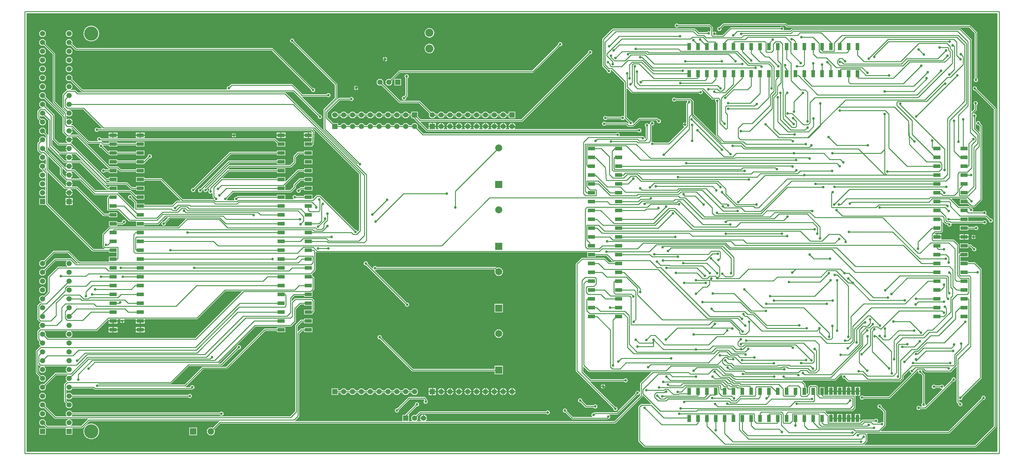
<source format=gbl>
G04 Layer_Physical_Order=2*
G04 Layer_Color=16711680*
%FSLAX25Y25*%
%MOIN*%
G70*
G01*
G75*
%ADD13R,0.03937X0.07874*%
%ADD14R,0.07874X0.03937*%
%ADD22C,0.01000*%
%ADD23C,0.16000*%
%ADD24C,0.07284*%
%ADD25R,0.07284X0.07284*%
%ADD26R,0.05906X0.05906*%
%ADD27C,0.05906*%
%ADD28R,0.07874X0.07874*%
%ADD29C,0.07874*%
%ADD30R,0.05906X0.05906*%
%ADD31C,0.09100*%
%ADD32C,0.03000*%
G36*
X1097961Y2039D02*
X2039D01*
Y497961D01*
X1097961D01*
Y2039D01*
D02*
G37*
%LPC*%
G36*
X736000Y486445D02*
X735103Y486267D01*
X734342Y485758D01*
X733833Y484997D01*
X733655Y484100D01*
X733833Y483203D01*
X734342Y482442D01*
X735103Y481933D01*
X736000Y481755D01*
X736897Y481933D01*
X737658Y482442D01*
X737881Y482774D01*
X772651D01*
X773875Y481551D01*
Y477482D01*
X773375Y477215D01*
X772997Y477467D01*
X772100Y477645D01*
X771203Y477467D01*
X770442Y476958D01*
X770220Y476625D01*
X760899D01*
X757387Y480137D01*
X756957Y480425D01*
X756450Y480525D01*
X663900D01*
X663393Y480425D01*
X662963Y480137D01*
X652363Y469537D01*
X652075Y469107D01*
X651974Y468600D01*
Y438600D01*
X652075Y438093D01*
X652363Y437663D01*
X657133Y432893D01*
X657055Y432500D01*
X657233Y431603D01*
X657742Y430842D01*
X658503Y430333D01*
X659400Y430155D01*
X660297Y430333D01*
X661058Y430842D01*
X661567Y431603D01*
X661745Y432500D01*
X661567Y433397D01*
X661248Y433875D01*
X661515Y434375D01*
X662134D01*
X676775Y419734D01*
Y381782D01*
X676274Y381515D01*
X675897Y381767D01*
X675000Y381945D01*
X674103Y381767D01*
X673342Y381258D01*
X673119Y380925D01*
X657280D01*
X657058Y381258D01*
X656297Y381767D01*
X655400Y381945D01*
X654503Y381767D01*
X653742Y381258D01*
X653233Y380497D01*
X653055Y379600D01*
X653233Y378703D01*
X653742Y377942D01*
X654503Y377433D01*
X655400Y377255D01*
X656297Y377433D01*
X657058Y377942D01*
X657280Y378274D01*
X673119D01*
X673342Y377942D01*
X674103Y377433D01*
X675000Y377255D01*
X675897Y377433D01*
X676658Y377942D01*
X676986Y378432D01*
X677602Y378524D01*
X681733Y374393D01*
X681655Y374000D01*
X681729Y373626D01*
X681332Y373062D01*
X681228Y373046D01*
X680337Y373937D01*
X679907Y374225D01*
X679400Y374325D01*
X655980D01*
X655758Y374658D01*
X654997Y375167D01*
X654100Y375345D01*
X653203Y375167D01*
X652442Y374658D01*
X651933Y373897D01*
X651755Y373000D01*
X651933Y372103D01*
X652442Y371342D01*
X653203Y370833D01*
X654100Y370655D01*
X654997Y370833D01*
X655758Y371342D01*
X655980Y371674D01*
X678851D01*
X680363Y370163D01*
X680793Y369875D01*
X681300Y369775D01*
X686700D01*
X687207Y369875D01*
X687637Y370163D01*
X694449Y376975D01*
X712831D01*
X713513Y376292D01*
X713435Y375900D01*
X713613Y375003D01*
X714121Y374242D01*
X714882Y373733D01*
X715780Y373555D01*
X716677Y373733D01*
X717438Y374242D01*
X717946Y375003D01*
X718125Y375900D01*
X717946Y376797D01*
X717438Y377558D01*
X716677Y378067D01*
X715780Y378245D01*
X715387Y378167D01*
X714317Y379237D01*
X713887Y379525D01*
X713380Y379626D01*
X693900D01*
X693393Y379525D01*
X692963Y379237D01*
X686772Y373046D01*
X686668Y373062D01*
X686271Y373626D01*
X686345Y374000D01*
X686167Y374897D01*
X685658Y375658D01*
X684897Y376167D01*
X684000Y376345D01*
X683607Y376267D01*
X679425Y380449D01*
Y412847D01*
X679887Y413038D01*
X685063Y407863D01*
X685493Y407575D01*
X686000Y407475D01*
X761120D01*
X761342Y407142D01*
X762103Y406633D01*
X763000Y406455D01*
X763897Y406633D01*
X764658Y407142D01*
X765167Y407903D01*
X765345Y408800D01*
X765167Y409697D01*
X764658Y410458D01*
X764334Y410674D01*
X764486Y411174D01*
X765351D01*
X775463Y401063D01*
X775893Y400775D01*
X776400Y400674D01*
X779456D01*
X779691Y400234D01*
X779533Y399997D01*
X779355Y399100D01*
X779533Y398203D01*
X780042Y397442D01*
X780374Y397219D01*
Y360194D01*
X780475Y359687D01*
X780763Y359257D01*
X786828Y353192D01*
X786663Y352649D01*
X786631Y352643D01*
X755126Y384149D01*
Y398000D01*
X755025Y398507D01*
X754737Y398937D01*
X752337Y401337D01*
X751907Y401625D01*
X751400Y401725D01*
X734880D01*
X734658Y402058D01*
X733897Y402567D01*
X733000Y402745D01*
X732103Y402567D01*
X731342Y402058D01*
X730833Y401297D01*
X730655Y400400D01*
X730833Y399503D01*
X731342Y398742D01*
X732103Y398233D01*
X733000Y398055D01*
X733897Y398233D01*
X734658Y398742D01*
X734880Y399075D01*
X747689D01*
X747924Y398634D01*
X747833Y398497D01*
X747655Y397600D01*
X747733Y397207D01*
X747063Y396537D01*
X746775Y396107D01*
X746674Y395600D01*
Y374552D01*
X746234Y374316D01*
X746175Y374355D01*
X745700Y374449D01*
Y372000D01*
X745200D01*
Y371500D01*
X742751D01*
X742845Y371024D01*
X743398Y370198D01*
X744225Y369645D01*
X744327Y369625D01*
X744472Y369146D01*
X726851Y351525D01*
X710181D01*
X709958Y351858D01*
X709197Y352367D01*
X708300Y352545D01*
X707584Y352403D01*
X707425Y352568D01*
X707296Y352851D01*
X707525Y353193D01*
X707625Y353700D01*
Y370995D01*
X708012Y371312D01*
X708300Y371255D01*
X709197Y371433D01*
X709958Y371942D01*
X710467Y372703D01*
X710645Y373600D01*
X710467Y374497D01*
X709958Y375258D01*
X709197Y375767D01*
X708300Y375945D01*
X707403Y375767D01*
X706642Y375258D01*
X706133Y374497D01*
X705955Y373600D01*
X705967Y373541D01*
X705363Y372937D01*
X705075Y372507D01*
X705039Y372322D01*
X704812Y372262D01*
X704518Y372270D01*
X704058Y372958D01*
X703297Y373467D01*
X702400Y373645D01*
X701503Y373467D01*
X700742Y372958D01*
X700233Y372197D01*
X700055Y371300D01*
X700233Y370403D01*
X700742Y369642D01*
X701075Y369420D01*
Y356549D01*
X700313Y355788D01*
X699852Y356034D01*
X699945Y356500D01*
X699767Y357397D01*
X699258Y358158D01*
X698497Y358667D01*
X697600Y358845D01*
X697120Y358750D01*
X697007Y358825D01*
X696500Y358926D01*
X671549D01*
X671281Y359425D01*
X671467Y359703D01*
X671645Y360600D01*
X671467Y361497D01*
X670958Y362258D01*
X670197Y362767D01*
X669300Y362945D01*
X668403Y362767D01*
X667642Y362258D01*
X667419Y361926D01*
X449949D01*
X443421Y368453D01*
X443656Y369020D01*
X443785Y370000D01*
X443656Y370980D01*
X443278Y371893D01*
X442676Y372676D01*
X441893Y373278D01*
X440980Y373656D01*
X440000Y373785D01*
X439020Y373656D01*
X438107Y373278D01*
X437324Y372676D01*
X436722Y371893D01*
X436487Y371325D01*
X433513D01*
X433278Y371893D01*
X432677Y372676D01*
X431893Y373278D01*
X430980Y373656D01*
X430000Y373785D01*
X429020Y373656D01*
X428107Y373278D01*
X427323Y372676D01*
X426722Y371893D01*
X426487Y371325D01*
X423513D01*
X423278Y371893D01*
X422677Y372676D01*
X421893Y373278D01*
X420980Y373656D01*
X420000Y373785D01*
X419020Y373656D01*
X418107Y373278D01*
X417323Y372676D01*
X416722Y371893D01*
X416487Y371325D01*
X413513D01*
X413278Y371893D01*
X412676Y372676D01*
X411893Y373278D01*
X410980Y373656D01*
X410000Y373785D01*
X409020Y373656D01*
X408107Y373278D01*
X407324Y372676D01*
X406722Y371893D01*
X406487Y371325D01*
X403513D01*
X403278Y371893D01*
X402676Y372676D01*
X401893Y373278D01*
X400980Y373656D01*
X400000Y373785D01*
X399020Y373656D01*
X398107Y373278D01*
X397323Y372676D01*
X396722Y371893D01*
X396487Y371325D01*
X393513D01*
X393278Y371893D01*
X392676Y372676D01*
X391893Y373278D01*
X390980Y373656D01*
X390000Y373785D01*
X389020Y373656D01*
X388107Y373278D01*
X387323Y372676D01*
X386722Y371893D01*
X386487Y371325D01*
X383513D01*
X383278Y371893D01*
X382677Y372676D01*
X381893Y373278D01*
X380980Y373656D01*
X380000Y373785D01*
X379020Y373656D01*
X378107Y373278D01*
X377324Y372676D01*
X376722Y371893D01*
X376487Y371325D01*
X373513D01*
X373278Y371893D01*
X372676Y372676D01*
X371893Y373278D01*
X370980Y373656D01*
X370000Y373785D01*
X369020Y373656D01*
X368107Y373278D01*
X367323Y372676D01*
X366722Y371893D01*
X366487Y371325D01*
X363513D01*
X363278Y371893D01*
X362677Y372676D01*
X361893Y373278D01*
X360980Y373656D01*
X360000Y373785D01*
X359020Y373656D01*
X358107Y373278D01*
X357324Y372676D01*
X356722Y371893D01*
X356487Y371325D01*
X353753D01*
Y373753D01*
X348122D01*
X341625Y380249D01*
Y385751D01*
X355649Y399775D01*
X366919D01*
X367142Y399442D01*
X367903Y398933D01*
X368800Y398755D01*
X369697Y398933D01*
X370458Y399442D01*
X370967Y400203D01*
X371145Y401100D01*
X370967Y401997D01*
X370458Y402758D01*
X369697Y403267D01*
X368800Y403445D01*
X367903Y403267D01*
X367142Y402758D01*
X366919Y402425D01*
X355100D01*
X354593Y402325D01*
X354163Y402037D01*
X340689Y388563D01*
X340146Y388728D01*
X340139Y388765D01*
X352137Y400763D01*
X352425Y401193D01*
X352525Y401700D01*
Y417600D01*
X352425Y418107D01*
X352137Y418537D01*
X304067Y466608D01*
X304145Y467000D01*
X303967Y467897D01*
X303458Y468658D01*
X302697Y469167D01*
X301800Y469345D01*
X300903Y469167D01*
X300142Y468658D01*
X299633Y467897D01*
X299455Y467000D01*
X299633Y466103D01*
X300142Y465342D01*
X300903Y464833D01*
X301800Y464655D01*
X302192Y464733D01*
X349874Y417051D01*
Y402249D01*
X337563Y389937D01*
X337275Y389507D01*
X337175Y389000D01*
Y367100D01*
X337275Y366593D01*
X337563Y366163D01*
X375837Y327889D01*
X375783Y327478D01*
X375317Y327257D01*
X294537Y408037D01*
X294107Y408325D01*
X293600Y408426D01*
X59749D01*
X57237Y410937D01*
X56807Y411225D01*
X56300Y411326D01*
X52197D01*
X52027Y411826D01*
X52676Y412324D01*
X53278Y413107D01*
X53656Y414020D01*
X53785Y415000D01*
X53656Y415980D01*
X53278Y416893D01*
X52676Y417676D01*
X51893Y418278D01*
X50980Y418656D01*
X50000Y418785D01*
X49020Y418656D01*
X48107Y418278D01*
X47324Y417676D01*
X46722Y416893D01*
X46344Y415980D01*
X46215Y415000D01*
X46344Y414020D01*
X46722Y413107D01*
X47324Y412324D01*
X47982Y411818D01*
X47987Y411689D01*
X47896Y411337D01*
X47875Y411301D01*
X47493Y411225D01*
X47063Y410937D01*
X42863Y406737D01*
X42575Y406307D01*
X42474Y405800D01*
Y391200D01*
X42575Y390693D01*
X42863Y390263D01*
X46260Y386865D01*
X46214Y386715D01*
X45649Y386573D01*
X34126Y398096D01*
Y452200D01*
X34025Y452707D01*
X33737Y453137D01*
X23421Y463453D01*
X23656Y464020D01*
X23785Y465000D01*
X23656Y465980D01*
X23278Y466893D01*
X22677Y467676D01*
X21893Y468278D01*
X20980Y468656D01*
X20000Y468785D01*
X19020Y468656D01*
X18107Y468278D01*
X17323Y467676D01*
X16722Y466893D01*
X16344Y465980D01*
X16215Y465000D01*
X16344Y464020D01*
X16722Y463107D01*
X17323Y462324D01*
X18107Y461722D01*
X19020Y461344D01*
X20000Y461215D01*
X20980Y461344D01*
X21547Y461579D01*
X31475Y451651D01*
Y397547D01*
X31575Y397040D01*
X31863Y396610D01*
X44422Y384051D01*
Y383106D01*
X43960Y382915D01*
X23421Y403453D01*
X23656Y404020D01*
X23785Y405000D01*
X23656Y405980D01*
X23278Y406893D01*
X22677Y407677D01*
X21893Y408278D01*
X20980Y408656D01*
X20000Y408785D01*
X19020Y408656D01*
X18107Y408278D01*
X17323Y407677D01*
X16722Y406893D01*
X16344Y405980D01*
X16215Y405000D01*
X16344Y404020D01*
X16722Y403107D01*
X17323Y402323D01*
X18107Y401722D01*
X19020Y401344D01*
X20000Y401215D01*
X20980Y401344D01*
X21547Y401579D01*
X42575Y380551D01*
Y363800D01*
X42675Y363293D01*
X42963Y362863D01*
X47291Y358534D01*
X47374Y357967D01*
X47181Y357819D01*
X46547Y356993D01*
X46149Y356032D01*
X46079Y355500D01*
X50000D01*
X53921D01*
X53851Y356032D01*
X53453Y356993D01*
X53007Y357575D01*
X53253Y358074D01*
X58751D01*
X94363Y322463D01*
X94793Y322175D01*
X94846Y322165D01*
Y321325D01*
X90680D01*
X90458Y321658D01*
X89697Y322167D01*
X88800Y322345D01*
X87903Y322167D01*
X87142Y321658D01*
X86633Y320897D01*
X86455Y320000D01*
X86633Y319103D01*
X87142Y318342D01*
X87903Y317833D01*
X88800Y317655D01*
X89697Y317833D01*
X90458Y318342D01*
X90680Y318674D01*
X94846D01*
Y317231D01*
X104320D01*
Y321253D01*
X104781Y321444D01*
X107163Y319063D01*
X107593Y318775D01*
X108100Y318674D01*
X125554D01*
Y317231D01*
X135028D01*
Y322768D01*
X125554D01*
Y321325D01*
X108649D01*
X105637Y324337D01*
X105207Y324625D01*
X104700Y324726D01*
X95849D01*
X60237Y360337D01*
X59807Y360625D01*
X59300Y360725D01*
X51316D01*
X51217Y361226D01*
X51993Y361547D01*
X52819Y362181D01*
X53453Y363007D01*
X53851Y363968D01*
X53921Y364500D01*
X50000D01*
Y365500D01*
X53921D01*
X53851Y366032D01*
X53453Y366993D01*
X52819Y367819D01*
X52356Y368175D01*
X52526Y368674D01*
X53108D01*
X70820Y350963D01*
X71250Y350675D01*
X71757Y350574D01*
X84663D01*
X84815Y350075D01*
X84342Y349758D01*
X83833Y348997D01*
X83655Y348100D01*
X83833Y347203D01*
X84342Y346442D01*
X85103Y345933D01*
X86000Y345755D01*
X86392Y345833D01*
X93163Y339063D01*
X93593Y338775D01*
X94100Y338674D01*
X94846D01*
Y337231D01*
X104320D01*
Y338674D01*
X125554D01*
Y337231D01*
X135028D01*
Y342769D01*
X125554D01*
Y341325D01*
X104320D01*
Y342769D01*
X94846D01*
Y341836D01*
X94346Y341629D01*
X88267Y347708D01*
X88345Y348100D01*
X88308Y348288D01*
X88625Y348675D01*
X94846D01*
Y347232D01*
X104320D01*
Y348675D01*
X125554D01*
Y347232D01*
X135028D01*
Y352768D01*
X125554D01*
Y351325D01*
X104320D01*
Y352768D01*
X94846D01*
Y351325D01*
X88649D01*
X87137Y352837D01*
X86707Y353125D01*
X86593Y353147D01*
X86642Y353647D01*
X281778D01*
X284554Y350871D01*
Y347232D01*
X294028D01*
Y352768D01*
X286406D01*
X283264Y355910D01*
X282834Y356197D01*
X282327Y356298D01*
X86206D01*
X86167Y356497D01*
X85658Y357258D01*
X84897Y357767D01*
X84000Y357945D01*
X83103Y357767D01*
X82342Y357258D01*
X81833Y356497D01*
X81655Y355600D01*
X81833Y354703D01*
X82342Y353942D01*
X82665Y353726D01*
X82514Y353225D01*
X72306D01*
X54594Y370937D01*
X54164Y371225D01*
X53657Y371325D01*
X52526D01*
X52356Y371826D01*
X52819Y372181D01*
X53453Y373007D01*
X53851Y373968D01*
X53921Y374500D01*
X50000D01*
Y375000D01*
X49500D01*
Y378921D01*
X48968Y378851D01*
X48007Y378453D01*
X47573Y378120D01*
X47073Y378366D01*
Y381886D01*
X47573Y382132D01*
X48107Y381722D01*
X49020Y381344D01*
X50000Y381215D01*
X50980Y381344D01*
X51893Y381722D01*
X52676Y382324D01*
X53278Y383107D01*
X53656Y384020D01*
X53785Y385000D01*
X53656Y385980D01*
X53278Y386893D01*
X52676Y387677D01*
X51893Y388278D01*
X50980Y388656D01*
X50081Y388774D01*
X50113Y389275D01*
X65851D01*
X87038Y368087D01*
X86847Y367625D01*
X83081D01*
X82858Y367958D01*
X82097Y368467D01*
X81200Y368645D01*
X80303Y368467D01*
X79542Y367958D01*
X79033Y367197D01*
X78855Y366300D01*
X79033Y365403D01*
X79542Y364642D01*
X80303Y364133D01*
X81200Y363955D01*
X82097Y364133D01*
X82858Y364642D01*
X83081Y364974D01*
X322851D01*
X324335Y363491D01*
X324297Y362968D01*
X320500D01*
Y360000D01*
Y357031D01*
X323506D01*
X323847Y356666D01*
X323569Y352768D01*
X315263D01*
Y347232D01*
X324737D01*
Y348682D01*
X324908Y348716D01*
X325119Y348742D01*
X325160Y348766D01*
X325207Y348775D01*
X325384Y348893D01*
X325568Y348998D01*
X325597Y349036D01*
X325637Y349063D01*
X325755Y349239D01*
X325885Y349407D01*
X325898Y349453D01*
X325925Y349493D01*
X325966Y349701D01*
X326022Y349906D01*
X327022Y363906D01*
X327016Y363953D01*
X327026Y364000D01*
X326984Y364208D01*
X326958Y364419D01*
X326934Y364460D01*
X326925Y364507D01*
X326807Y364684D01*
X326702Y364868D01*
X326664Y364897D01*
X326637Y364937D01*
X324962Y366613D01*
X325153Y367074D01*
X326505D01*
X377375Y316205D01*
Y252549D01*
X376017Y251191D01*
X375538Y251337D01*
X375467Y251697D01*
X374958Y252458D01*
X374197Y252967D01*
X373300Y253145D01*
X372907Y253067D01*
X334037Y291937D01*
X333607Y292225D01*
X333100Y292325D01*
X329900D01*
X329393Y292225D01*
X328963Y291937D01*
X325237Y288211D01*
X324737Y288419D01*
Y292769D01*
X315263D01*
Y291325D01*
X306580D01*
X306358Y291658D01*
X305597Y292167D01*
X304700Y292345D01*
X303803Y292167D01*
X303042Y291658D01*
X302533Y290897D01*
X302355Y290000D01*
X302533Y289103D01*
X303042Y288342D01*
X303216Y288226D01*
X303064Y287725D01*
X294028D01*
Y292769D01*
X284554D01*
Y291325D01*
X240700D01*
X240193Y291225D01*
X239763Y290937D01*
X238993Y290167D01*
X238600Y290245D01*
X237703Y290067D01*
X236942Y289558D01*
X236433Y288797D01*
X236255Y287900D01*
X236433Y287003D01*
X236524Y286866D01*
X236289Y286425D01*
X228445D01*
X228209Y286866D01*
X228367Y287103D01*
X228545Y288000D01*
X228467Y288392D01*
X235349Y295274D01*
X300000D01*
X300507Y295375D01*
X300937Y295663D01*
X305637Y300363D01*
X305925Y300793D01*
X306026Y301300D01*
Y303451D01*
X311249Y308675D01*
X315263D01*
Y307231D01*
X324737D01*
Y312769D01*
X315263D01*
Y311326D01*
X310700D01*
X310193Y311225D01*
X309763Y310937D01*
X303763Y304937D01*
X303475Y304507D01*
X303375Y304000D01*
Y301849D01*
X299451Y297925D01*
X294028D01*
Y302768D01*
X293996D01*
X293805Y303230D01*
X309249Y318674D01*
X315263D01*
Y317231D01*
X324737D01*
Y322768D01*
X315263D01*
Y321325D01*
X308700D01*
X308193Y321225D01*
X307763Y320937D01*
X294528Y307703D01*
X294028Y307910D01*
Y312769D01*
X284554D01*
Y311326D01*
X223053D01*
X222862Y311787D01*
X229749Y318674D01*
X284554D01*
Y317231D01*
X294028D01*
Y322768D01*
X284554D01*
Y321325D01*
X229907D01*
X229700Y321826D01*
X231549Y323675D01*
X300000D01*
X300507Y323775D01*
X300937Y324063D01*
X305637Y328763D01*
X305925Y329193D01*
X306026Y329700D01*
Y335451D01*
X309249Y338674D01*
X315263D01*
Y337231D01*
X324737D01*
Y342769D01*
X315263D01*
Y341325D01*
X308700D01*
X308193Y341225D01*
X307763Y340937D01*
X303763Y336937D01*
X303475Y336507D01*
X303375Y336000D01*
Y330249D01*
X299451Y326325D01*
X231000D01*
X230493Y326225D01*
X230063Y325937D01*
X204393Y300267D01*
X204000Y300345D01*
X203103Y300167D01*
X202939Y300057D01*
X202620Y300445D01*
X230849Y328675D01*
X284554D01*
Y327232D01*
X294028D01*
Y332769D01*
X284554D01*
Y331326D01*
X230300D01*
X229793Y331225D01*
X229363Y330937D01*
X198293Y299867D01*
X197900Y299945D01*
X197003Y299767D01*
X196242Y299258D01*
X195733Y298497D01*
X195555Y297600D01*
X195733Y296703D01*
X196242Y295942D01*
X197003Y295433D01*
X197900Y295255D01*
X198797Y295433D01*
X199558Y295942D01*
X200067Y296703D01*
X200245Y297600D01*
X200167Y297992D01*
X201555Y299380D01*
X201943Y299061D01*
X201833Y298897D01*
X201655Y298000D01*
X201833Y297103D01*
X202342Y296342D01*
X203103Y295833D01*
X204000Y295655D01*
X204897Y295833D01*
X205658Y296342D01*
X206167Y297103D01*
X206345Y298000D01*
X206267Y298393D01*
X207774Y299900D01*
X208275Y299693D01*
Y298181D01*
X207942Y297958D01*
X207433Y297197D01*
X207255Y296300D01*
X207433Y295403D01*
X207942Y294642D01*
X208703Y294133D01*
X209600Y293955D01*
X210497Y294133D01*
X211258Y294642D01*
X211374Y294816D01*
X211875Y294664D01*
Y290800D01*
X211975Y290293D01*
X212263Y289863D01*
X213788Y288337D01*
X213659Y287865D01*
X213280Y287725D01*
X178349D01*
X155137Y310937D01*
X154707Y311225D01*
X154200Y311326D01*
X135028D01*
Y312769D01*
X125554D01*
Y307231D01*
X135028D01*
Y308675D01*
X153651D01*
X176038Y286287D01*
X175847Y285825D01*
X171443D01*
X170936Y285725D01*
X170506Y285437D01*
X166394Y281326D01*
X135028D01*
Y282769D01*
X126326D01*
Y284000D01*
X126225Y284507D01*
X125937Y284937D01*
X121167Y289707D01*
X121245Y290100D01*
X121067Y290997D01*
X120558Y291758D01*
X119797Y292267D01*
X118900Y292445D01*
X118003Y292267D01*
X117242Y291758D01*
X116733Y290997D01*
X116555Y290100D01*
X116733Y289203D01*
X117242Y288442D01*
X118003Y287933D01*
X118900Y287755D01*
X119292Y287833D01*
X123674Y283451D01*
Y276830D01*
X123356Y276642D01*
X123186Y276611D01*
X105160Y294637D01*
X104954Y294775D01*
X105106Y295274D01*
X118540D01*
X124752Y289063D01*
X125182Y288775D01*
X125554Y288701D01*
Y287231D01*
X135028D01*
Y292769D01*
X125554D01*
Y292663D01*
X125092Y292472D01*
X120027Y297537D01*
X119597Y297825D01*
X119089Y297925D01*
X104320D01*
Y302768D01*
X94846D01*
Y301325D01*
X93449D01*
X63837Y330937D01*
X63407Y331225D01*
X62900Y331326D01*
X52526D01*
X52356Y331825D01*
X52819Y332181D01*
X53453Y333007D01*
X53851Y333968D01*
X53921Y334500D01*
X50000D01*
X46079D01*
X46149Y333968D01*
X46547Y333007D01*
X47181Y332181D01*
X47644Y331825D01*
X47474Y331326D01*
X45249D01*
X38355Y338219D01*
X38601Y338680D01*
X38629Y338674D01*
X47474D01*
X47644Y338175D01*
X47181Y337819D01*
X46547Y336993D01*
X46149Y336032D01*
X46079Y335500D01*
X50000D01*
X53921D01*
X53851Y336032D01*
X53453Y336993D01*
X52819Y337819D01*
X52356Y338175D01*
X52526Y338674D01*
X57051D01*
X91363Y304363D01*
X91793Y304075D01*
X92300Y303975D01*
X114551D01*
X119463Y299063D01*
X119893Y298775D01*
X120400Y298675D01*
X125554D01*
Y297232D01*
X135028D01*
Y302768D01*
X125554D01*
Y301325D01*
X120949D01*
X116037Y306237D01*
X115607Y306525D01*
X115100Y306626D01*
X92849D01*
X91178Y308297D01*
X91434Y308747D01*
X91800Y308675D01*
X94846D01*
Y307231D01*
X104320D01*
Y312769D01*
X94846D01*
Y311326D01*
X92349D01*
X52737Y350937D01*
X52354Y351193D01*
X52283Y351453D01*
X52252Y351745D01*
X52819Y352181D01*
X53453Y353007D01*
X53851Y353968D01*
X53921Y354500D01*
X50000D01*
X46079D01*
X46149Y353968D01*
X46547Y353007D01*
X47181Y352181D01*
X47644Y351825D01*
X47474Y351325D01*
X38649D01*
X33325Y356649D01*
Y383000D01*
X33225Y383507D01*
X32937Y383937D01*
X23421Y393453D01*
X23656Y394020D01*
X23785Y395000D01*
X23656Y395980D01*
X23278Y396893D01*
X22677Y397676D01*
X21893Y398278D01*
X20980Y398656D01*
X20000Y398785D01*
X19020Y398656D01*
X18107Y398278D01*
X17323Y397676D01*
X16722Y396893D01*
X16344Y395980D01*
X16215Y395000D01*
X16344Y394020D01*
X16722Y393107D01*
X17323Y392323D01*
X18107Y391722D01*
X19020Y391344D01*
X19488Y391282D01*
X19628Y390998D01*
X19648Y390757D01*
X19612Y390725D01*
X18100D01*
X17593Y390625D01*
X17163Y390337D01*
X14663Y387837D01*
X14375Y387407D01*
X14275Y386900D01*
Y379400D01*
X14375Y378893D01*
X14663Y378463D01*
X16579Y376547D01*
X16344Y375980D01*
X16215Y375000D01*
X16344Y374020D01*
X16722Y373107D01*
X17323Y372323D01*
X18107Y371722D01*
X19020Y371344D01*
X20000Y371215D01*
X20980Y371344D01*
X21893Y371722D01*
X22677Y372323D01*
X23278Y373107D01*
X23656Y374020D01*
X23785Y375000D01*
X23656Y375980D01*
X23278Y376893D01*
X22677Y377677D01*
X21893Y378278D01*
X20980Y378656D01*
X20000Y378785D01*
X19020Y378656D01*
X18453Y378421D01*
X16926Y379949D01*
Y382089D01*
X17425Y382245D01*
X18107Y381722D01*
X19020Y381344D01*
X20000Y381215D01*
X20980Y381344D01*
X21547Y381579D01*
X26575Y376551D01*
Y360505D01*
X26074Y360456D01*
X26025Y360707D01*
X25737Y361137D01*
X23421Y363453D01*
X23656Y364020D01*
X23785Y365000D01*
X23656Y365980D01*
X23278Y366893D01*
X22677Y367676D01*
X21893Y368278D01*
X20980Y368656D01*
X20000Y368785D01*
X19020Y368656D01*
X18107Y368278D01*
X17323Y367676D01*
X16722Y366893D01*
X16344Y365980D01*
X16215Y365000D01*
X16344Y364020D01*
X16722Y363107D01*
X17323Y362323D01*
X18107Y361722D01*
X19020Y361344D01*
X20000Y361215D01*
X20980Y361344D01*
X21547Y361579D01*
X23474Y359651D01*
Y357458D01*
X22975Y357288D01*
X22677Y357677D01*
X21893Y358278D01*
X20980Y358656D01*
X20000Y358785D01*
X19020Y358656D01*
X18107Y358278D01*
X17323Y357677D01*
X16722Y356893D01*
X16344Y355980D01*
X16215Y355000D01*
X16344Y354020D01*
X16579Y353453D01*
X14663Y351537D01*
X14375Y351107D01*
X14275Y350600D01*
Y343100D01*
X14375Y342593D01*
X14663Y342163D01*
X17163Y339663D01*
X17593Y339375D01*
X18100Y339275D01*
X19612D01*
X19648Y339243D01*
X19628Y339002D01*
X19488Y338718D01*
X19020Y338656D01*
X18107Y338278D01*
X17323Y337677D01*
X16722Y336893D01*
X16344Y335980D01*
X16215Y335000D01*
X16344Y334020D01*
X16722Y333107D01*
X17323Y332324D01*
X18107Y331722D01*
X19020Y331344D01*
X20000Y331215D01*
X20980Y331344D01*
X21893Y331722D01*
X22677Y332324D01*
X23075Y332842D01*
X23574Y332673D01*
Y327327D01*
X23075Y327158D01*
X22677Y327677D01*
X21893Y328278D01*
X20980Y328656D01*
X20000Y328785D01*
X19020Y328656D01*
X18107Y328278D01*
X17323Y327677D01*
X16722Y326893D01*
X16344Y325980D01*
X16215Y325000D01*
X16344Y324020D01*
X16722Y323107D01*
X17323Y322323D01*
X18107Y321722D01*
X18721Y321468D01*
X18775Y321193D01*
X19063Y320763D01*
X20617Y319208D01*
X20384Y318735D01*
X20000Y318785D01*
X19020Y318656D01*
X18107Y318278D01*
X17323Y317676D01*
X16722Y316893D01*
X16344Y315980D01*
X16215Y315000D01*
X16344Y314020D01*
X16722Y313107D01*
X17323Y312323D01*
X18107Y311722D01*
X19020Y311344D01*
X20000Y311215D01*
X20980Y311344D01*
X21893Y311722D01*
X22575Y312245D01*
X23075Y312089D01*
Y307911D01*
X22575Y307755D01*
X21893Y308278D01*
X20980Y308656D01*
X20000Y308785D01*
X19020Y308656D01*
X18107Y308278D01*
X17323Y307677D01*
X16722Y306893D01*
X16344Y305980D01*
X16215Y305000D01*
X16344Y304020D01*
X16722Y303107D01*
X17323Y302324D01*
X18107Y301722D01*
X19020Y301344D01*
X20000Y301215D01*
X20980Y301344D01*
X21893Y301722D01*
X22575Y302245D01*
X23075Y302089D01*
Y297911D01*
X22575Y297755D01*
X21893Y298278D01*
X20980Y298656D01*
X20000Y298785D01*
X19020Y298656D01*
X18107Y298278D01*
X17323Y297676D01*
X16722Y296893D01*
X16344Y295980D01*
X16215Y295000D01*
X16344Y294020D01*
X16722Y293107D01*
X17323Y292323D01*
X18107Y291722D01*
X19020Y291344D01*
X20000Y291215D01*
X20980Y291344D01*
X21893Y291722D01*
X22575Y292245D01*
X23075Y292089D01*
Y288753D01*
X16247D01*
Y281247D01*
X23753D01*
X23753Y281247D01*
Y281247D01*
X24136Y280989D01*
X76063Y229063D01*
X76493Y228775D01*
X77000Y228675D01*
X94846D01*
Y227232D01*
X103674D01*
Y222768D01*
X94846D01*
Y217231D01*
X94389Y217126D01*
X61947D01*
X50135Y228937D01*
X49705Y229225D01*
X49198Y229326D01*
X33000D01*
X32493Y229225D01*
X32063Y228937D01*
X21547Y218421D01*
X20980Y218656D01*
X20000Y218785D01*
X19020Y218656D01*
X18107Y218278D01*
X17323Y217676D01*
X16722Y216893D01*
X16344Y215980D01*
X16215Y215000D01*
X16344Y214020D01*
X16722Y213107D01*
X17323Y212323D01*
X18107Y211722D01*
X19020Y211344D01*
X20000Y211215D01*
X20980Y211344D01*
X21893Y211722D01*
X22677Y212323D01*
X23278Y213107D01*
X23656Y214020D01*
X23785Y215000D01*
X23656Y215980D01*
X23421Y216547D01*
X33549Y226675D01*
X48649D01*
X59936Y215387D01*
X59744Y214926D01*
X58202D01*
X52890Y220237D01*
X52460Y220525D01*
X51953Y220625D01*
X34300D01*
X33793Y220525D01*
X33363Y220237D01*
X21547Y208421D01*
X20980Y208656D01*
X20000Y208785D01*
X19020Y208656D01*
X18107Y208278D01*
X17323Y207677D01*
X16722Y206893D01*
X16344Y205980D01*
X16215Y205000D01*
X16344Y204020D01*
X16722Y203107D01*
X17323Y202324D01*
X18107Y201722D01*
X19020Y201344D01*
X20000Y201215D01*
X20980Y201344D01*
X21893Y201722D01*
X22677Y202324D01*
X23278Y203107D01*
X23656Y204020D01*
X23785Y205000D01*
X23656Y205980D01*
X23421Y206547D01*
X34849Y217974D01*
X46922D01*
X47168Y217475D01*
X46722Y216893D01*
X46344Y215980D01*
X46215Y215000D01*
X46344Y214020D01*
X46722Y213107D01*
X47324Y212323D01*
X47973Y211825D01*
X47803Y211326D01*
X37800D01*
X37293Y211225D01*
X36863Y210937D01*
X26212Y200286D01*
X25924Y199856D01*
X25824Y199349D01*
Y182698D01*
X21547Y178421D01*
X20980Y178656D01*
X20000Y178785D01*
X19020Y178656D01*
X18107Y178278D01*
X17323Y177676D01*
X16722Y176893D01*
X16344Y175980D01*
X16215Y175000D01*
X16344Y174020D01*
X16722Y173107D01*
X17323Y172324D01*
X18107Y171722D01*
X19020Y171344D01*
X19488Y171282D01*
X19628Y170998D01*
X19648Y170757D01*
X19612Y170726D01*
X18100D01*
X17593Y170625D01*
X17163Y170337D01*
X14663Y167837D01*
X14375Y167407D01*
X14275Y166900D01*
Y152100D01*
X14375Y151593D01*
X14663Y151163D01*
X16763Y149063D01*
X17193Y148775D01*
X17700Y148674D01*
X17803D01*
X17973Y148175D01*
X17323Y147677D01*
X16722Y146893D01*
X16344Y145980D01*
X16215Y145000D01*
X16344Y144020D01*
X16722Y143107D01*
X17323Y142324D01*
X17973Y141825D01*
X17803Y141325D01*
X17700D01*
X17193Y141225D01*
X16763Y140937D01*
X14663Y138837D01*
X14375Y138407D01*
X14275Y137900D01*
Y129400D01*
X14375Y128893D01*
X14663Y128463D01*
X16579Y126547D01*
X16344Y125980D01*
X16215Y125000D01*
X16344Y124020D01*
X16722Y123107D01*
X17323Y122324D01*
X17973Y121826D01*
X17924Y121491D01*
X17844Y121314D01*
X17393Y121225D01*
X16963Y120937D01*
X12863Y116837D01*
X12575Y116407D01*
X12474Y115900D01*
Y91200D01*
X12575Y90693D01*
X12863Y90263D01*
X16579Y86547D01*
X16344Y85980D01*
X16215Y85000D01*
X16344Y84020D01*
X16722Y83107D01*
X17323Y82323D01*
X18107Y81722D01*
X19020Y81344D01*
X20000Y81215D01*
X20980Y81344D01*
X21893Y81722D01*
X22677Y82323D01*
X23278Y83107D01*
X23656Y84020D01*
X23785Y85000D01*
X23656Y85980D01*
X23278Y86893D01*
X22677Y87677D01*
X21893Y88278D01*
X20980Y88656D01*
X20000Y88785D01*
X19020Y88656D01*
X18453Y88421D01*
X15125Y91749D01*
Y100047D01*
X15587Y100238D01*
X16763Y99063D01*
X17193Y98775D01*
X17700Y98674D01*
X17803D01*
X17973Y98175D01*
X17323Y97676D01*
X16722Y96893D01*
X16344Y95980D01*
X16215Y95000D01*
X16344Y94020D01*
X16722Y93107D01*
X17323Y92323D01*
X18107Y91722D01*
X19020Y91344D01*
X20000Y91215D01*
X20980Y91344D01*
X21893Y91722D01*
X22677Y92323D01*
X23278Y93107D01*
X23656Y94020D01*
X23785Y95000D01*
X23656Y95980D01*
X23278Y96893D01*
X22677Y97676D01*
X22027Y98175D01*
X22197Y98674D01*
X47803D01*
X47973Y98175D01*
X47324Y97676D01*
X46722Y96893D01*
X46344Y95980D01*
X46215Y95000D01*
X46344Y94020D01*
X46722Y93107D01*
X47324Y92323D01*
X47973Y91825D01*
X47803Y91325D01*
X35000D01*
X34493Y91225D01*
X34063Y90937D01*
X21547Y78421D01*
X20980Y78656D01*
X20000Y78785D01*
X19020Y78656D01*
X18107Y78278D01*
X17323Y77676D01*
X16722Y76893D01*
X16344Y75980D01*
X16215Y75000D01*
X16344Y74020D01*
X16722Y73107D01*
X17323Y72324D01*
X18107Y71722D01*
X19020Y71344D01*
X20000Y71215D01*
X20980Y71344D01*
X21893Y71722D01*
X22677Y72324D01*
X23278Y73107D01*
X23656Y74020D01*
X23785Y75000D01*
X23656Y75980D01*
X23421Y76547D01*
X35549Y88674D01*
X47803D01*
X47973Y88174D01*
X47324Y87677D01*
X46722Y86893D01*
X46344Y85980D01*
X46215Y85000D01*
X46344Y84020D01*
X46722Y83107D01*
X47324Y82323D01*
X47554Y82147D01*
X47508Y81756D01*
X47450Y81596D01*
X47063Y81337D01*
X44663Y78937D01*
X44375Y78507D01*
X44275Y78000D01*
Y59400D01*
X44375Y58893D01*
X44663Y58463D01*
X46579Y56547D01*
X46344Y55980D01*
X46215Y55000D01*
X46344Y54020D01*
X46722Y53107D01*
X47324Y52324D01*
X48107Y51722D01*
X49020Y51344D01*
X50000Y51215D01*
X50980Y51344D01*
X51893Y51722D01*
X52676Y52324D01*
X53278Y53107D01*
X53656Y54020D01*
X53785Y55000D01*
X53656Y55980D01*
X53278Y56893D01*
X52676Y57677D01*
X51893Y58278D01*
X50980Y58656D01*
X50000Y58785D01*
X49020Y58656D01*
X48453Y58421D01*
X46926Y59949D01*
Y62089D01*
X47425Y62245D01*
X48107Y61722D01*
X49020Y61344D01*
X50000Y61215D01*
X50980Y61344D01*
X51893Y61722D01*
X52676Y62323D01*
X53278Y63107D01*
X53513Y63674D01*
X184420D01*
X184642Y63342D01*
X185403Y62833D01*
X186300Y62655D01*
X187197Y62833D01*
X187958Y63342D01*
X188467Y64103D01*
X188645Y65000D01*
X188467Y65897D01*
X187958Y66658D01*
X187197Y67167D01*
X186300Y67345D01*
X185403Y67167D01*
X184642Y66658D01*
X184420Y66325D01*
X53513D01*
X53278Y66893D01*
X52676Y67677D01*
X51893Y68278D01*
X50980Y68656D01*
X50000Y68785D01*
X49020Y68656D01*
X48107Y68278D01*
X47425Y67755D01*
X46926Y67911D01*
Y72089D01*
X47425Y72245D01*
X48107Y71722D01*
X49020Y71344D01*
X50000Y71215D01*
X50980Y71344D01*
X51893Y71722D01*
X52676Y72324D01*
X53278Y73107D01*
X53513Y73674D01*
X77190D01*
X78163Y72702D01*
X78593Y72414D01*
X79100Y72313D01*
X187767D01*
X188274Y72414D01*
X188704Y72702D01*
X188736Y72733D01*
X189128Y72655D01*
X190026Y72834D01*
X190786Y73342D01*
X191295Y74103D01*
X191473Y75000D01*
X191295Y75897D01*
X190786Y76658D01*
X190026Y77166D01*
X189128Y77345D01*
X188231Y77166D01*
X187470Y76658D01*
X186962Y75897D01*
X186783Y75000D01*
X186754Y74964D01*
X181641D01*
X181490Y75464D01*
X181637Y75563D01*
X201549Y95474D01*
X227600D01*
X228107Y95575D01*
X228537Y95863D01*
X271349Y138674D01*
X284554D01*
Y137232D01*
X294028D01*
Y142769D01*
X284554D01*
Y141325D01*
X270800D01*
X270293Y141225D01*
X269863Y140937D01*
X227051Y98125D01*
X201000D01*
X200493Y98025D01*
X200063Y97737D01*
X180151Y77825D01*
X83381D01*
X83158Y78158D01*
X82535Y78575D01*
X82687Y79075D01*
X164700D01*
X165207Y79175D01*
X165637Y79463D01*
X185049Y98874D01*
X221600D01*
X222107Y98975D01*
X222537Y99263D01*
X241307Y118033D01*
X241700Y117955D01*
X242597Y118133D01*
X243358Y118642D01*
X243867Y119403D01*
X244045Y120300D01*
X243867Y121197D01*
X243358Y121958D01*
X242597Y122467D01*
X241700Y122645D01*
X240803Y122467D01*
X240042Y121958D01*
X239533Y121197D01*
X239355Y120300D01*
X239433Y119907D01*
X221051Y101525D01*
X218505D01*
X218456Y102025D01*
X218707Y102075D01*
X219137Y102363D01*
X260449Y143675D01*
X300000D01*
X300507Y143775D01*
X300937Y144063D01*
X305637Y148763D01*
X305925Y149193D01*
X306026Y149700D01*
Y163451D01*
X311249Y168675D01*
X315263D01*
Y167232D01*
X323974D01*
Y162768D01*
X315263D01*
Y157231D01*
X324737D01*
Y158762D01*
X324807Y158775D01*
X325237Y159063D01*
X326237Y160063D01*
X326525Y160493D01*
X326625Y161000D01*
Y173000D01*
X326525Y173507D01*
X326237Y173937D01*
X324937Y175237D01*
X324507Y175525D01*
X324000Y175626D01*
X305400D01*
X304893Y175525D01*
X304463Y175237D01*
X301787Y172562D01*
X301325Y172753D01*
Y175451D01*
X304549Y178674D01*
X315263D01*
Y177232D01*
X324737D01*
Y182768D01*
X324596D01*
X324405Y183230D01*
X326237Y185063D01*
X326525Y185493D01*
X326625Y186000D01*
Y199000D01*
X326599Y199134D01*
X326597Y199271D01*
X326549Y199385D01*
X326525Y199507D01*
X326448Y199621D01*
X326395Y199747D01*
X326306Y199834D01*
X326237Y199937D01*
X326123Y200013D01*
X326026Y200109D01*
X325910Y200156D01*
X325807Y200225D01*
X325673Y200251D01*
X325546Y200303D01*
X324737Y200455D01*
Y202768D01*
X324396D01*
X324205Y203230D01*
X328037Y207063D01*
X328325Y207493D01*
X328426Y208000D01*
Y227847D01*
X328887Y228038D01*
X329063Y227863D01*
X329493Y227575D01*
X330000Y227474D01*
X634909D01*
Y222232D01*
X644383D01*
Y223675D01*
X656668D01*
X662980Y217363D01*
X663410Y217075D01*
X663917Y216974D01*
X665617D01*
Y216325D01*
X659709D01*
X655029Y221006D01*
X654599Y221293D01*
X654092Y221394D01*
X629284D01*
X628777Y221293D01*
X628347Y221006D01*
X622463Y215122D01*
X622175Y214691D01*
X622075Y214184D01*
Y93800D01*
X622175Y93293D01*
X622463Y92863D01*
X664433Y50893D01*
X664355Y50500D01*
X664533Y49603D01*
X665042Y48842D01*
X665803Y48333D01*
X666700Y48155D01*
X667597Y48333D01*
X668358Y48842D01*
X668867Y49603D01*
X669045Y50500D01*
X668867Y51397D01*
X668358Y52158D01*
X667597Y52666D01*
X666700Y52845D01*
X666307Y52767D01*
X638187Y80887D01*
X638240Y81117D01*
X638407Y81375D01*
X676419D01*
X676642Y81042D01*
X677403Y80533D01*
X678300Y80355D01*
X679197Y80533D01*
X679958Y81042D01*
X680467Y81803D01*
X680645Y82700D01*
X680467Y83597D01*
X679958Y84358D01*
X679197Y84866D01*
X678300Y85045D01*
X677403Y84866D01*
X676642Y84358D01*
X676419Y84026D01*
X638849D01*
X630226Y92649D01*
Y98247D01*
X630687Y98438D01*
X636363Y92763D01*
X636793Y92475D01*
X637300Y92374D01*
X706927D01*
X707119Y91913D01*
X694963Y79757D01*
X694675Y79327D01*
X694574Y78820D01*
Y68904D01*
X694074Y68855D01*
X693967Y69397D01*
X693458Y70158D01*
X692697Y70666D01*
X691800Y70845D01*
X690903Y70666D01*
X690142Y70158D01*
X689633Y69397D01*
X689455Y68500D01*
X689533Y68107D01*
X668070Y46645D01*
X643619D01*
X643112Y46544D01*
X642682Y46257D01*
X642392Y45967D01*
X642000Y46045D01*
X641103Y45867D01*
X640342Y45358D01*
X639833Y44597D01*
X639655Y43700D01*
X639833Y42803D01*
X640342Y42042D01*
X640516Y41925D01*
X640364Y41425D01*
X618649D01*
X611967Y48107D01*
X612045Y48500D01*
X611867Y49397D01*
X611358Y50158D01*
X610597Y50667D01*
X609700Y50845D01*
X608803Y50667D01*
X608042Y50158D01*
X607533Y49397D01*
X607355Y48500D01*
X607533Y47603D01*
X608042Y46842D01*
X608803Y46333D01*
X609700Y46155D01*
X610092Y46233D01*
X617163Y39163D01*
X617593Y38875D01*
X618100Y38774D01*
X657200D01*
X657707Y38875D01*
X658137Y39163D01*
X658208Y39233D01*
X658600Y39155D01*
X659497Y39333D01*
X660258Y39842D01*
X660767Y40603D01*
X660945Y41500D01*
X660767Y42397D01*
X660258Y43158D01*
X659756Y43494D01*
X659908Y43994D01*
X668619D01*
X669126Y44095D01*
X669557Y44382D01*
X691407Y66233D01*
X691800Y66155D01*
X692697Y66334D01*
X693458Y66842D01*
X693967Y67603D01*
X694074Y68145D01*
X694574Y68096D01*
Y65572D01*
X665528Y36525D01*
X452786D01*
X452617Y37025D01*
X452819Y37181D01*
X453453Y38007D01*
X453851Y38968D01*
X453921Y39500D01*
X446079D01*
X446149Y38968D01*
X446547Y38007D01*
X447181Y37181D01*
X447383Y37025D01*
X447214Y36525D01*
X442458D01*
X442288Y37025D01*
X442676Y37323D01*
X443278Y38107D01*
X443656Y39020D01*
X443785Y40000D01*
X443656Y40980D01*
X443421Y41547D01*
X446949Y45074D01*
X588519D01*
X588742Y44742D01*
X589503Y44233D01*
X590400Y44055D01*
X591297Y44233D01*
X592058Y44742D01*
X592567Y45503D01*
X592745Y46400D01*
X592567Y47297D01*
X592058Y48058D01*
X591297Y48567D01*
X590400Y48745D01*
X589503Y48567D01*
X588742Y48058D01*
X588519Y47725D01*
X446400D01*
X445893Y47625D01*
X445463Y47337D01*
X441547Y43421D01*
X440980Y43656D01*
X440000Y43785D01*
X439020Y43656D01*
X438107Y43278D01*
X437324Y42676D01*
X436722Y41893D01*
X436344Y40980D01*
X436215Y40000D01*
X436344Y39020D01*
X436722Y38107D01*
X437324Y37323D01*
X437712Y37025D01*
X437542Y36525D01*
X433753D01*
Y43753D01*
X433481D01*
X433289Y44215D01*
X442308Y53233D01*
X442700Y53155D01*
X443597Y53333D01*
X444358Y53842D01*
X444867Y54603D01*
X445045Y55500D01*
X444867Y56397D01*
X444358Y57158D01*
X443597Y57666D01*
X442700Y57845D01*
X441803Y57666D01*
X441042Y57158D01*
X440533Y56397D01*
X440355Y55500D01*
X440433Y55107D01*
X429078Y43753D01*
X426247D01*
Y36525D01*
X305033D01*
X304882Y37025D01*
X304937Y37063D01*
X309237Y41363D01*
X309525Y41793D01*
X309626Y42300D01*
Y135451D01*
X312849Y138674D01*
X315263D01*
Y137232D01*
X324737D01*
Y142769D01*
X315263D01*
Y141325D01*
X312300D01*
X311793Y141225D01*
X311363Y140937D01*
X308287Y137862D01*
X307825Y138053D01*
Y143951D01*
X312549Y148674D01*
X315263D01*
Y147231D01*
X324737D01*
Y152769D01*
X315263D01*
Y151326D01*
X312000D01*
X311493Y151225D01*
X311063Y150937D01*
X305563Y145437D01*
X305275Y145007D01*
X305174Y144500D01*
Y47749D01*
X299451Y42026D01*
X53078D01*
X52832Y42526D01*
X53278Y43107D01*
X53513Y43674D01*
X220120D01*
X220342Y43342D01*
X221103Y42833D01*
X222000Y42655D01*
X222897Y42833D01*
X223658Y43342D01*
X224167Y44103D01*
X224345Y45000D01*
X224167Y45897D01*
X223658Y46658D01*
X222897Y47167D01*
X222000Y47345D01*
X221103Y47167D01*
X220342Y46658D01*
X220120Y46325D01*
X53513D01*
X53278Y46893D01*
X52676Y47677D01*
X51893Y48278D01*
X50980Y48656D01*
X50000Y48785D01*
X49020Y48656D01*
X48107Y48278D01*
X47324Y47677D01*
X46722Y46893D01*
X46344Y45980D01*
X46215Y45000D01*
X46344Y44020D01*
X46722Y43107D01*
X47168Y42526D01*
X46922Y42026D01*
X34849D01*
X23421Y53453D01*
X23656Y54020D01*
X23785Y55000D01*
X23656Y55980D01*
X23278Y56893D01*
X22677Y57677D01*
X21893Y58278D01*
X20980Y58656D01*
X20000Y58785D01*
X19020Y58656D01*
X18107Y58278D01*
X17323Y57677D01*
X16722Y56893D01*
X16344Y55980D01*
X16215Y55000D01*
X16344Y54020D01*
X16722Y53107D01*
X17323Y52324D01*
X18107Y51722D01*
X19020Y51344D01*
X20000Y51215D01*
X20980Y51344D01*
X21547Y51579D01*
X33363Y39763D01*
X33793Y39475D01*
X34300Y39375D01*
X71117D01*
X71255Y39129D01*
X71300Y38875D01*
X63751Y31326D01*
X52197D01*
X52027Y31826D01*
X52676Y32324D01*
X53278Y33107D01*
X53656Y34020D01*
X53785Y35000D01*
X53656Y35980D01*
X53278Y36893D01*
X52676Y37677D01*
X51893Y38278D01*
X50980Y38656D01*
X50000Y38785D01*
X49020Y38656D01*
X48107Y38278D01*
X47324Y37677D01*
X46722Y36893D01*
X46344Y35980D01*
X46215Y35000D01*
X46344Y34020D01*
X46722Y33107D01*
X47324Y32324D01*
X47973Y31826D01*
X47803Y31326D01*
X25549D01*
X23421Y33453D01*
X23656Y34020D01*
X23785Y35000D01*
X23656Y35980D01*
X23278Y36893D01*
X22677Y37677D01*
X21893Y38278D01*
X20980Y38656D01*
X20000Y38785D01*
X19020Y38656D01*
X18107Y38278D01*
X17323Y37677D01*
X16722Y36893D01*
X16344Y35980D01*
X16215Y35000D01*
X16344Y34020D01*
X16722Y33107D01*
X17323Y32324D01*
X18107Y31722D01*
X19020Y31344D01*
X20000Y31215D01*
X20980Y31344D01*
X21547Y31579D01*
X23958Y29168D01*
X23666Y28753D01*
X23278Y28753D01*
X16247D01*
Y21247D01*
X23753D01*
Y28261D01*
X23753Y28691D01*
X23763Y28703D01*
X24148Y29006D01*
X24493Y28775D01*
X25000Y28675D01*
X46247D01*
Y21247D01*
X53753D01*
Y28675D01*
X64300D01*
X64807Y28775D01*
X65237Y29063D01*
X72849Y36674D01*
X219167D01*
X219319Y36174D01*
X219263Y36137D01*
X212074Y28949D01*
X211159Y29327D01*
X210000Y29480D01*
X208840Y29327D01*
X207760Y28880D01*
X206832Y28168D01*
X206120Y27240D01*
X205673Y26160D01*
X205520Y25000D01*
X205673Y23841D01*
X206120Y22760D01*
X206832Y21832D01*
X207760Y21120D01*
X208840Y20673D01*
X210000Y20520D01*
X211159Y20673D01*
X212240Y21120D01*
X213168Y21832D01*
X213880Y22760D01*
X214327Y23841D01*
X214480Y25000D01*
X214327Y26160D01*
X213949Y27074D01*
X220749Y33874D01*
X666077D01*
X666584Y33975D01*
X667014Y34263D01*
X696837Y64086D01*
X697125Y64516D01*
X697226Y65023D01*
Y65547D01*
X697687Y65738D01*
X706900Y56525D01*
X706693Y56025D01*
X696100D01*
X695593Y55925D01*
X695163Y55637D01*
X693063Y53537D01*
X692775Y53107D01*
X692674Y52600D01*
Y14400D01*
X692775Y13893D01*
X693063Y13463D01*
X699063Y7463D01*
X699493Y7175D01*
X700000Y7074D01*
X1073200D01*
X1073707Y7175D01*
X1074137Y7463D01*
X1096137Y29463D01*
X1096425Y29893D01*
X1096525Y30400D01*
Y390100D01*
X1096425Y390607D01*
X1096137Y391037D01*
X1074667Y412507D01*
X1074745Y412900D01*
X1074566Y413797D01*
X1074058Y414558D01*
X1073297Y415067D01*
X1072400Y415245D01*
X1071503Y415067D01*
X1070742Y414558D01*
X1070234Y413797D01*
X1070055Y412900D01*
X1070234Y412003D01*
X1070742Y411242D01*
X1071503Y410733D01*
X1072400Y410555D01*
X1072793Y410633D01*
X1093874Y389551D01*
Y30949D01*
X1072651Y9725D01*
X947953D01*
X947762Y10187D01*
X950737Y13163D01*
X951025Y13593D01*
X951126Y14100D01*
Y21100D01*
X951025Y21607D01*
X950737Y22037D01*
X950580Y22194D01*
X950772Y22656D01*
X1043082D01*
X1043589Y22757D01*
X1044019Y23044D01*
X1081808Y60833D01*
X1082200Y60755D01*
X1083097Y60934D01*
X1083858Y61442D01*
X1084367Y62203D01*
X1084545Y63100D01*
X1084367Y63997D01*
X1083858Y64758D01*
X1083097Y65267D01*
X1082200Y65445D01*
X1081303Y65267D01*
X1080542Y64758D01*
X1080033Y63997D01*
X1079855Y63100D01*
X1079933Y62708D01*
X1042533Y25307D01*
X966335D01*
X966144Y25769D01*
X971537Y31163D01*
X971825Y31593D01*
X971926Y32100D01*
Y47600D01*
X971825Y48107D01*
X971537Y48537D01*
X967167Y52908D01*
X967245Y53300D01*
X967066Y54197D01*
X966558Y54958D01*
X965797Y55467D01*
X964900Y55645D01*
X964003Y55467D01*
X963242Y54958D01*
X962733Y54197D01*
X962555Y53300D01*
X962733Y52403D01*
X963242Y51642D01*
X964003Y51133D01*
X964900Y50955D01*
X965292Y51033D01*
X969275Y47051D01*
Y35445D01*
X968834Y35209D01*
X968597Y35367D01*
X967700Y35545D01*
X966803Y35367D01*
X966042Y34858D01*
X965819Y34525D01*
X962236D01*
X962085Y35026D01*
X962558Y35342D01*
X963066Y36103D01*
X963245Y37000D01*
X963066Y37897D01*
X962558Y38658D01*
X961797Y39167D01*
X960900Y39345D01*
X960003Y39167D01*
X959242Y38658D01*
X959019Y38326D01*
X945892D01*
X945384Y38225D01*
X944954Y37937D01*
X943430Y36413D01*
X942968Y36605D01*
Y39146D01*
X940000D01*
X937031D01*
Y35734D01*
X932969D01*
Y39146D01*
X930000D01*
X927032D01*
Y35734D01*
X922968D01*
Y39146D01*
X920000D01*
X917031D01*
Y35734D01*
X912969D01*
Y39146D01*
X910000D01*
Y39646D01*
X909500D01*
Y44583D01*
X907032D01*
Y44583D01*
X906650Y44425D01*
X903662Y47413D01*
X903853Y47875D01*
X934100D01*
X934607Y47975D01*
X935037Y48263D01*
X937337Y50563D01*
X937625Y50993D01*
X937726Y51500D01*
Y63900D01*
X937625Y64407D01*
X937337Y64837D01*
X937257Y64917D01*
X937464Y65417D01*
X939500D01*
Y69854D01*
X937031D01*
Y65850D01*
X936532Y65643D01*
X936137Y66037D01*
X935707Y66325D01*
X935200Y66426D01*
X932969D01*
Y69854D01*
X930000D01*
X927032D01*
Y66426D01*
X922968D01*
Y69854D01*
X920000D01*
X917031D01*
Y66426D01*
X912969D01*
Y69854D01*
X910000D01*
X907032D01*
Y66426D01*
X902769D01*
Y75091D01*
X897231D01*
Y66050D01*
X896731Y65843D01*
X895325Y67249D01*
Y74900D01*
X895225Y75407D01*
X894937Y75837D01*
X893937Y76837D01*
X893507Y77125D01*
X893000Y77226D01*
X887000D01*
X886493Y77125D01*
X886063Y76837D01*
X884763Y75537D01*
X884475Y75107D01*
X884375Y74600D01*
Y68549D01*
X883230Y67405D01*
X882769Y67596D01*
Y75091D01*
X881326D01*
Y78000D01*
X881225Y78507D01*
X880937Y78937D01*
X877937Y81937D01*
X877732Y82074D01*
X877884Y82574D01*
X914400D01*
X914907Y82675D01*
X915337Y82963D01*
X921049Y88674D01*
X922756D01*
X922991Y88234D01*
X922834Y87997D01*
X922655Y87100D01*
X922834Y86203D01*
X923342Y85442D01*
X924103Y84934D01*
X925000Y84755D01*
X925393Y84833D01*
X928963Y81263D01*
X929393Y80975D01*
X929900Y80875D01*
X987900D01*
X988407Y80975D01*
X988837Y81263D01*
X991437Y83863D01*
X991725Y84293D01*
X991825Y84800D01*
X991825Y84800D01*
Y87751D01*
X998855Y94780D01*
X999243Y94461D01*
X999133Y94297D01*
X998955Y93400D01*
X999133Y92503D01*
X999642Y91742D01*
X1000403Y91233D01*
X1001027Y91109D01*
X1001192Y90567D01*
X975151Y64526D01*
X946881D01*
X946658Y64858D01*
X945897Y65367D01*
X945000Y65545D01*
X944103Y65367D01*
X943342Y64858D01*
X942834Y64097D01*
X942655Y63200D01*
X942834Y62303D01*
X943342Y61542D01*
X944103Y61033D01*
X945000Y60855D01*
X945897Y61033D01*
X946658Y61542D01*
X946881Y61875D01*
X975700D01*
X976207Y61975D01*
X976637Y62263D01*
X1007928Y93554D01*
X1008032Y93538D01*
X1008429Y92974D01*
X1008355Y92600D01*
X1008533Y91703D01*
X1009042Y90942D01*
X1009803Y90434D01*
X1010700Y90255D01*
X1011092Y90333D01*
X1013274Y88151D01*
Y57042D01*
X1012942Y56820D01*
X1012434Y56059D01*
X1012255Y55161D01*
X1012434Y54264D01*
X1012942Y53503D01*
X1013208Y53325D01*
X1013056Y52825D01*
X1010880D01*
X1010658Y53158D01*
X1009897Y53667D01*
X1009000Y53845D01*
X1008103Y53667D01*
X1007342Y53158D01*
X1006833Y52397D01*
X1006655Y51500D01*
X1006833Y50603D01*
X1007342Y49842D01*
X1008103Y49333D01*
X1009000Y49155D01*
X1009897Y49333D01*
X1010658Y49842D01*
X1010880Y50174D01*
X1016300D01*
X1016807Y50275D01*
X1017237Y50563D01*
X1048207Y81533D01*
X1048600Y81455D01*
X1049497Y81634D01*
X1050258Y82142D01*
X1050766Y82903D01*
X1050945Y83800D01*
X1050766Y84697D01*
X1050258Y85458D01*
X1049497Y85966D01*
X1048600Y86145D01*
X1047703Y85966D01*
X1046942Y85458D01*
X1046434Y84697D01*
X1046255Y83800D01*
X1046333Y83407D01*
X1038088Y75162D01*
X1037627Y75409D01*
X1037645Y75500D01*
X1037467Y76397D01*
X1036958Y77158D01*
X1036197Y77666D01*
X1035300Y77845D01*
X1034403Y77666D01*
X1033642Y77158D01*
X1033420Y76825D01*
X1028080D01*
X1027858Y77158D01*
X1027097Y77666D01*
X1026200Y77845D01*
X1025303Y77666D01*
X1024542Y77158D01*
X1024034Y76397D01*
X1023855Y75500D01*
X1024034Y74603D01*
X1024542Y73842D01*
X1025303Y73334D01*
X1026200Y73155D01*
X1027097Y73334D01*
X1027858Y73842D01*
X1028080Y74174D01*
X1033420D01*
X1033642Y73842D01*
X1034403Y73334D01*
X1035300Y73155D01*
X1035392Y73173D01*
X1035638Y72712D01*
X1017298Y54372D01*
X1016837Y54619D01*
X1016945Y55161D01*
X1016766Y56059D01*
X1016258Y56820D01*
X1015926Y57042D01*
Y88700D01*
X1015825Y89207D01*
X1015537Y89637D01*
X1012967Y92207D01*
X1013045Y92600D01*
X1012866Y93497D01*
X1012709Y93734D01*
X1012945Y94174D01*
X1014251D01*
X1016163Y92263D01*
X1016593Y91975D01*
X1017100Y91874D01*
X1044700D01*
X1045207Y91975D01*
X1045637Y92263D01*
X1051413Y98038D01*
X1051875Y97847D01*
Y58600D01*
X1051975Y58093D01*
X1052263Y57663D01*
X1053833Y56093D01*
X1053755Y55700D01*
X1053934Y54803D01*
X1054442Y54042D01*
X1055203Y53534D01*
X1056100Y53355D01*
X1056997Y53534D01*
X1057758Y54042D01*
X1058267Y54803D01*
X1058445Y55700D01*
X1058267Y56597D01*
X1057758Y57358D01*
X1056997Y57867D01*
X1056100Y58045D01*
X1055707Y57967D01*
X1054525Y59149D01*
Y60655D01*
X1054966Y60891D01*
X1055203Y60733D01*
X1056100Y60555D01*
X1056997Y60733D01*
X1057758Y61242D01*
X1058267Y62003D01*
X1058445Y62900D01*
X1058367Y63292D01*
X1079637Y84563D01*
X1079925Y84993D01*
X1080025Y85500D01*
Y208300D01*
X1079925Y208807D01*
X1079637Y209237D01*
X1072937Y215937D01*
X1072507Y216225D01*
X1072000Y216325D01*
X1065091D01*
Y217769D01*
X1056225D01*
Y222232D01*
X1065091D01*
Y227768D01*
X1055617D01*
Y226249D01*
X1055493Y226225D01*
X1055063Y225937D01*
X1054687Y225562D01*
X1054226Y225753D01*
Y236000D01*
X1054125Y236507D01*
X1053837Y236937D01*
X1049137Y241637D01*
X1048707Y241925D01*
X1048200Y242025D01*
X1035080D01*
X1034583Y242032D01*
Y244500D01*
X1029646D01*
Y245000D01*
X1029146D01*
Y247969D01*
X1026896D01*
X1026705Y248430D01*
X1027949Y249675D01*
X1033900D01*
X1034407Y249775D01*
X1034837Y250063D01*
X1035837Y251063D01*
X1036125Y251493D01*
X1036226Y252000D01*
Y261717D01*
X1036726Y261868D01*
X1036863Y261663D01*
X1039163Y259363D01*
X1039593Y259075D01*
X1040100Y258975D01*
X1041360D01*
X1041533Y258103D01*
X1042042Y257342D01*
X1042803Y256833D01*
X1043700Y256655D01*
X1044597Y256833D01*
X1045358Y257342D01*
X1045866Y258103D01*
X1046045Y259000D01*
X1045891Y259774D01*
X1046170Y260275D01*
X1081602D01*
X1081824Y259942D01*
X1082585Y259433D01*
X1083482Y259255D01*
X1084379Y259433D01*
X1085140Y259942D01*
X1085649Y260703D01*
X1085827Y261600D01*
X1085649Y262497D01*
X1085140Y263258D01*
X1084379Y263767D01*
X1083482Y263945D01*
X1082585Y263767D01*
X1081824Y263258D01*
X1081602Y262926D01*
X1065091D01*
Y267274D01*
X1084751D01*
X1088133Y263893D01*
X1088055Y263500D01*
X1088233Y262603D01*
X1088742Y261842D01*
X1089503Y261333D01*
X1090400Y261155D01*
X1091297Y261333D01*
X1092058Y261842D01*
X1092566Y262603D01*
X1092745Y263500D01*
X1092566Y264397D01*
X1092058Y265158D01*
X1091297Y265667D01*
X1090400Y265845D01*
X1090007Y265767D01*
X1086237Y269537D01*
X1085807Y269825D01*
X1085300Y269925D01*
X1084786D01*
X1084634Y270426D01*
X1084958Y270642D01*
X1085466Y271403D01*
X1085645Y272300D01*
X1085466Y273197D01*
X1084958Y273958D01*
X1084197Y274467D01*
X1083300Y274645D01*
X1082403Y274467D01*
X1081642Y273958D01*
X1081419Y273625D01*
X1070316D01*
X1070081Y274126D01*
X1070467Y274703D01*
X1070645Y275600D01*
X1070467Y276497D01*
X1069958Y277258D01*
X1069197Y277767D01*
X1068300Y277945D01*
X1067908Y277867D01*
X1066437Y279337D01*
X1066007Y279625D01*
X1065500Y279726D01*
X1054549D01*
X1045993Y288281D01*
X1046185Y288743D01*
X1052740D01*
X1052841Y288675D01*
X1053349Y288575D01*
X1063451D01*
X1063795Y288230D01*
X1063604Y287769D01*
X1055617D01*
Y282231D01*
X1064594D01*
X1067763Y279063D01*
X1068193Y278775D01*
X1068700Y278675D01*
X1071900D01*
X1072407Y278775D01*
X1072837Y279063D01*
X1080137Y286363D01*
X1080425Y286793D01*
X1080525Y287300D01*
Y370800D01*
X1080425Y371307D01*
X1080137Y371737D01*
X1078567Y373307D01*
X1078645Y373700D01*
X1078467Y374597D01*
X1077958Y375358D01*
X1077197Y375867D01*
X1076300Y376045D01*
X1075403Y375867D01*
X1074642Y375358D01*
X1074133Y374597D01*
X1073955Y373700D01*
X1074133Y372803D01*
X1074642Y372042D01*
X1075403Y371533D01*
X1076300Y371355D01*
X1076692Y371433D01*
X1077874Y370251D01*
Y364153D01*
X1077413Y363962D01*
X1073326Y368049D01*
Y380220D01*
X1073658Y380442D01*
X1074166Y381203D01*
X1074345Y382100D01*
X1074166Y382997D01*
X1073658Y383758D01*
X1072897Y384267D01*
X1072000Y384445D01*
X1071626Y384371D01*
X1071062Y384768D01*
X1071046Y384872D01*
X1074337Y388163D01*
X1074625Y388593D01*
X1074726Y389100D01*
Y394320D01*
X1075058Y394542D01*
X1075566Y395303D01*
X1075745Y396200D01*
X1075566Y397097D01*
X1075058Y397858D01*
X1074297Y398367D01*
X1073400Y398545D01*
X1072503Y398367D01*
X1071742Y397858D01*
X1071233Y397097D01*
X1071055Y396200D01*
X1071233Y395303D01*
X1071742Y394542D01*
X1072075Y394320D01*
Y389649D01*
X1069187Y386762D01*
X1068725Y386953D01*
Y468000D01*
X1068625Y468507D01*
X1068337Y468937D01*
X1056837Y480437D01*
X1056407Y480725D01*
X1055900Y480826D01*
X866373D01*
X865866Y480725D01*
X865436Y480437D01*
X864024Y479026D01*
X856811D01*
X856576Y479466D01*
X856666Y479603D01*
X856845Y480500D01*
X856666Y481397D01*
X856158Y482158D01*
X855397Y482667D01*
X854500Y482845D01*
X853603Y482667D01*
X852842Y482158D01*
X852619Y481825D01*
X796700D01*
X796193Y481725D01*
X795763Y481437D01*
X787651Y473325D01*
X780852D01*
X780616Y473766D01*
X780655Y473825D01*
X780750Y474300D01*
X778300D01*
Y474800D01*
X777800D01*
Y477249D01*
X777324Y477155D01*
X776966Y476916D01*
X776525Y477151D01*
Y482100D01*
X776425Y482607D01*
X776137Y483037D01*
X774137Y485037D01*
X773707Y485325D01*
X773200Y485426D01*
X737881D01*
X737658Y485758D01*
X736897Y486267D01*
X736000Y486445D01*
D02*
G37*
G36*
X778800Y477249D02*
Y475300D01*
X780750D01*
X780655Y475775D01*
X780102Y476602D01*
X779276Y477155D01*
X778800Y477249D01*
D02*
G37*
G36*
X50000Y478785D02*
X49020Y478656D01*
X48107Y478278D01*
X47324Y477676D01*
X46722Y476893D01*
X46344Y475980D01*
X46215Y475000D01*
X46344Y474020D01*
X46722Y473107D01*
X47324Y472324D01*
X48107Y471722D01*
X49020Y471344D01*
X50000Y471215D01*
X50980Y471344D01*
X51893Y471722D01*
X52676Y472324D01*
X53278Y473107D01*
X53656Y474020D01*
X53785Y475000D01*
X53656Y475980D01*
X53278Y476893D01*
X52676Y477676D01*
X51893Y478278D01*
X50980Y478656D01*
X50000Y478785D01*
D02*
G37*
G36*
X20000D02*
X19020Y478656D01*
X18107Y478278D01*
X17323Y477676D01*
X16722Y476893D01*
X16344Y475980D01*
X16215Y475000D01*
X16344Y474020D01*
X16722Y473107D01*
X17323Y472324D01*
X18107Y471722D01*
X19020Y471344D01*
X20000Y471215D01*
X20980Y471344D01*
X21893Y471722D01*
X22677Y472324D01*
X23278Y473107D01*
X23656Y474020D01*
X23785Y475000D01*
X23656Y475980D01*
X23278Y476893D01*
X22677Y477676D01*
X21893Y478278D01*
X20980Y478656D01*
X20000Y478785D01*
D02*
G37*
G36*
X456783Y481211D02*
X455387Y481027D01*
X454085Y480488D01*
X452968Y479631D01*
X452110Y478513D01*
X451571Y477212D01*
X451387Y475815D01*
X451571Y474418D01*
X452110Y473117D01*
X452968Y471999D01*
X454085Y471142D01*
X455387Y470603D01*
X456783Y470419D01*
X458180Y470603D01*
X459481Y471142D01*
X460599Y471999D01*
X461457Y473117D01*
X461996Y474418D01*
X462180Y475815D01*
X461996Y477212D01*
X461457Y478513D01*
X460599Y479631D01*
X459481Y480488D01*
X458180Y481027D01*
X456783Y481211D01*
D02*
G37*
G36*
X75000Y483843D02*
X73275Y483673D01*
X71616Y483170D01*
X70087Y482352D01*
X68747Y481253D01*
X67648Y479913D01*
X66830Y478384D01*
X66327Y476725D01*
X66157Y475000D01*
X66327Y473275D01*
X66830Y471616D01*
X67648Y470087D01*
X68747Y468747D01*
X70087Y467648D01*
X71616Y466830D01*
X73275Y466327D01*
X75000Y466157D01*
X76725Y466327D01*
X78384Y466830D01*
X79913Y467648D01*
X81253Y468747D01*
X82352Y470087D01*
X83170Y471616D01*
X83673Y473275D01*
X83843Y475000D01*
X83673Y476725D01*
X83170Y478384D01*
X82352Y479913D01*
X81253Y481253D01*
X79913Y482352D01*
X78384Y483170D01*
X76725Y483673D01*
X75000Y483843D01*
D02*
G37*
G36*
X604400Y465345D02*
X603503Y465167D01*
X602742Y464658D01*
X602233Y463897D01*
X602055Y463000D01*
X602133Y462607D01*
X572951Y433426D01*
X423100D01*
X422593Y433325D01*
X422163Y433037D01*
X412547Y423421D01*
X411980Y423656D01*
X411000Y423785D01*
X410020Y423656D01*
X409107Y423278D01*
X408323Y422677D01*
X407722Y421893D01*
X407344Y420980D01*
X407215Y420000D01*
X407344Y419020D01*
X407722Y418107D01*
X408323Y417323D01*
X409107Y416722D01*
X410020Y416344D01*
X411000Y416215D01*
X411980Y416344D01*
X412893Y416722D01*
X413677Y417323D01*
X414278Y418107D01*
X414656Y419020D01*
X414785Y420000D01*
X414656Y420980D01*
X414421Y421547D01*
X416832Y423958D01*
X417247Y423666D01*
X417247Y423289D01*
Y416247D01*
X424753D01*
Y423753D01*
X417739D01*
X417334Y423753D01*
X417042Y424168D01*
X423649Y430774D01*
X573500D01*
X574007Y430875D01*
X574437Y431163D01*
X604007Y460733D01*
X604400Y460655D01*
X605297Y460833D01*
X606058Y461342D01*
X606567Y462103D01*
X606745Y463000D01*
X606567Y463897D01*
X606058Y464658D01*
X605297Y465167D01*
X604400Y465345D01*
D02*
G37*
G36*
X456783Y463495D02*
X455387Y463311D01*
X454085Y462772D01*
X452968Y461914D01*
X452110Y460796D01*
X451571Y459495D01*
X451387Y458098D01*
X451571Y456702D01*
X452110Y455400D01*
X452968Y454283D01*
X454085Y453425D01*
X455387Y452886D01*
X456783Y452702D01*
X458180Y452886D01*
X459481Y453425D01*
X460599Y454283D01*
X461457Y455400D01*
X461996Y456702D01*
X462180Y458098D01*
X461996Y459495D01*
X461457Y460796D01*
X460599Y461914D01*
X459481Y462772D01*
X458180Y463311D01*
X456783Y463495D01*
D02*
G37*
G36*
X638300Y456302D02*
X637403Y456123D01*
X636642Y455615D01*
X636133Y454854D01*
X635955Y453957D01*
X636033Y453564D01*
X560394Y377925D01*
X446949D01*
X443753Y381122D01*
Y386753D01*
X436247D01*
Y384326D01*
X433513D01*
X433278Y384893D01*
X432677Y385677D01*
X431893Y386278D01*
X430980Y386656D01*
X430000Y386785D01*
X429020Y386656D01*
X428107Y386278D01*
X427323Y385677D01*
X426722Y384893D01*
X426487Y384326D01*
X423513D01*
X423278Y384893D01*
X422677Y385677D01*
X421893Y386278D01*
X420980Y386656D01*
X420000Y386785D01*
X419020Y386656D01*
X418107Y386278D01*
X417323Y385677D01*
X416722Y384893D01*
X416487Y384326D01*
X413513D01*
X413278Y384893D01*
X412676Y385677D01*
X411893Y386278D01*
X410980Y386656D01*
X410000Y386785D01*
X409020Y386656D01*
X408107Y386278D01*
X407324Y385677D01*
X406722Y384893D01*
X406487Y384326D01*
X403513D01*
X403278Y384893D01*
X402676Y385677D01*
X401893Y386278D01*
X400980Y386656D01*
X400000Y386785D01*
X399020Y386656D01*
X398107Y386278D01*
X397323Y385677D01*
X396722Y384893D01*
X396487Y384326D01*
X393513D01*
X393278Y384893D01*
X392676Y385677D01*
X391893Y386278D01*
X390980Y386656D01*
X390000Y386785D01*
X389020Y386656D01*
X388107Y386278D01*
X387323Y385677D01*
X386722Y384893D01*
X386487Y384326D01*
X383513D01*
X383278Y384893D01*
X382677Y385677D01*
X381893Y386278D01*
X380980Y386656D01*
X380000Y386785D01*
X379020Y386656D01*
X378107Y386278D01*
X377324Y385677D01*
X376722Y384893D01*
X376487Y384326D01*
X373513D01*
X373278Y384893D01*
X372676Y385677D01*
X371893Y386278D01*
X370980Y386656D01*
X370000Y386785D01*
X369020Y386656D01*
X368107Y386278D01*
X367323Y385677D01*
X366722Y384893D01*
X366487Y384326D01*
X363513D01*
X363278Y384893D01*
X362677Y385677D01*
X361893Y386278D01*
X360980Y386656D01*
X360000Y386785D01*
X359020Y386656D01*
X358107Y386278D01*
X357324Y385677D01*
X356722Y384893D01*
X356487Y384326D01*
X353513D01*
X353278Y384893D01*
X352677Y385677D01*
X351893Y386278D01*
X350980Y386656D01*
X350000Y386785D01*
X349020Y386656D01*
X348107Y386278D01*
X347323Y385677D01*
X346722Y384893D01*
X346344Y383980D01*
X346215Y383000D01*
X346344Y382020D01*
X346722Y381107D01*
X347323Y380324D01*
X348107Y379722D01*
X349020Y379344D01*
X350000Y379215D01*
X350980Y379344D01*
X351893Y379722D01*
X352677Y380324D01*
X353278Y381107D01*
X353513Y381675D01*
X356487D01*
X356722Y381107D01*
X357324Y380324D01*
X358107Y379722D01*
X359020Y379344D01*
X360000Y379215D01*
X360980Y379344D01*
X361893Y379722D01*
X362677Y380324D01*
X363278Y381107D01*
X363513Y381675D01*
X366487D01*
X366722Y381107D01*
X367323Y380324D01*
X368107Y379722D01*
X369020Y379344D01*
X370000Y379215D01*
X370980Y379344D01*
X371893Y379722D01*
X372676Y380324D01*
X373278Y381107D01*
X373513Y381675D01*
X376487D01*
X376722Y381107D01*
X377324Y380324D01*
X378107Y379722D01*
X379020Y379344D01*
X380000Y379215D01*
X380980Y379344D01*
X381893Y379722D01*
X382677Y380324D01*
X383278Y381107D01*
X383513Y381675D01*
X386487D01*
X386722Y381107D01*
X387323Y380324D01*
X388107Y379722D01*
X389020Y379344D01*
X390000Y379215D01*
X390980Y379344D01*
X391893Y379722D01*
X392676Y380324D01*
X393278Y381107D01*
X393513Y381675D01*
X396487D01*
X396722Y381107D01*
X397323Y380324D01*
X398107Y379722D01*
X399020Y379344D01*
X400000Y379215D01*
X400980Y379344D01*
X401893Y379722D01*
X402676Y380324D01*
X403278Y381107D01*
X403513Y381675D01*
X406487D01*
X406722Y381107D01*
X407324Y380324D01*
X408107Y379722D01*
X409020Y379344D01*
X410000Y379215D01*
X410980Y379344D01*
X411893Y379722D01*
X412676Y380324D01*
X413278Y381107D01*
X413513Y381675D01*
X416487D01*
X416722Y381107D01*
X417323Y380324D01*
X418107Y379722D01*
X419020Y379344D01*
X420000Y379215D01*
X420980Y379344D01*
X421893Y379722D01*
X422677Y380324D01*
X423278Y381107D01*
X423513Y381675D01*
X426487D01*
X426722Y381107D01*
X427323Y380324D01*
X428107Y379722D01*
X429020Y379344D01*
X430000Y379215D01*
X430980Y379344D01*
X431893Y379722D01*
X432677Y380324D01*
X433278Y381107D01*
X433513Y381675D01*
X436247D01*
Y379247D01*
X438745D01*
X438775Y379093D01*
X439063Y378663D01*
X453163Y364563D01*
X453593Y364275D01*
X454100Y364175D01*
X691819D01*
X692042Y363842D01*
X692803Y363333D01*
X693700Y363155D01*
X694597Y363333D01*
X695358Y363842D01*
X695867Y364603D01*
X696045Y365500D01*
X695867Y366397D01*
X695358Y367158D01*
X694597Y367667D01*
X693700Y367845D01*
X692803Y367667D01*
X692042Y367158D01*
X691819Y366826D01*
X553127D01*
X552930Y367325D01*
X553453Y368007D01*
X553851Y368968D01*
X553921Y369500D01*
X546079D01*
X546149Y368968D01*
X546547Y368007D01*
X547070Y367325D01*
X546873Y366826D01*
X543127D01*
X542930Y367325D01*
X543453Y368007D01*
X543851Y368968D01*
X543921Y369500D01*
X536079D01*
X536149Y368968D01*
X536547Y368007D01*
X537070Y367325D01*
X536872Y366826D01*
X533127D01*
X532930Y367325D01*
X533453Y368007D01*
X533851Y368968D01*
X533921Y369500D01*
X526079D01*
X526149Y368968D01*
X526547Y368007D01*
X527070Y367325D01*
X526872Y366826D01*
X523128D01*
X522930Y367325D01*
X523453Y368007D01*
X523851Y368968D01*
X523921Y369500D01*
X516079D01*
X516149Y368968D01*
X516547Y368007D01*
X517070Y367325D01*
X516873Y366826D01*
X513128D01*
X512930Y367325D01*
X513453Y368007D01*
X513851Y368968D01*
X513921Y369500D01*
X506079D01*
X506149Y368968D01*
X506547Y368007D01*
X507070Y367325D01*
X506873Y366826D01*
X503127D01*
X502930Y367325D01*
X503453Y368007D01*
X503851Y368968D01*
X503921Y369500D01*
X496079D01*
X496149Y368968D01*
X496547Y368007D01*
X497070Y367325D01*
X496873Y366826D01*
X493127D01*
X492930Y367325D01*
X493453Y368007D01*
X493851Y368968D01*
X493921Y369500D01*
X486079D01*
X486149Y368968D01*
X486547Y368007D01*
X487070Y367325D01*
X486872Y366826D01*
X483127D01*
X482930Y367325D01*
X483453Y368007D01*
X483851Y368968D01*
X483921Y369500D01*
X476079D01*
X476149Y368968D01*
X476547Y368007D01*
X477070Y367325D01*
X476872Y366826D01*
X473128D01*
X472930Y367325D01*
X473453Y368007D01*
X473851Y368968D01*
X473921Y369500D01*
X466079D01*
X466149Y368968D01*
X466547Y368007D01*
X467070Y367325D01*
X466873Y366826D01*
X463953D01*
Y369500D01*
X456047D01*
Y366826D01*
X454649D01*
X446700Y374775D01*
X446907Y375274D01*
X560943D01*
X561451Y375375D01*
X561881Y375663D01*
X637908Y451690D01*
X638300Y451612D01*
X639197Y451790D01*
X639958Y452298D01*
X640467Y453059D01*
X640645Y453957D01*
X640467Y454854D01*
X639958Y455615D01*
X639197Y456123D01*
X638300Y456302D01*
D02*
G37*
G36*
X50000Y458785D02*
X49020Y458656D01*
X48107Y458278D01*
X47324Y457677D01*
X46722Y456893D01*
X46344Y455980D01*
X46215Y455000D01*
X46344Y454020D01*
X46722Y453107D01*
X47324Y452323D01*
X48107Y451722D01*
X49020Y451344D01*
X50000Y451215D01*
X50980Y451344D01*
X51893Y451722D01*
X52676Y452323D01*
X53278Y453107D01*
X53656Y454020D01*
X53785Y455000D01*
X53656Y455980D01*
X53278Y456893D01*
X52676Y457677D01*
X51893Y458278D01*
X50980Y458656D01*
X50000Y458785D01*
D02*
G37*
G36*
X20000D02*
X19020Y458656D01*
X18107Y458278D01*
X17323Y457677D01*
X16722Y456893D01*
X16344Y455980D01*
X16215Y455000D01*
X16344Y454020D01*
X16722Y453107D01*
X17323Y452323D01*
X18107Y451722D01*
X19020Y451344D01*
X20000Y451215D01*
X20980Y451344D01*
X21893Y451722D01*
X22677Y452323D01*
X23278Y453107D01*
X23656Y454020D01*
X23785Y455000D01*
X23656Y455980D01*
X23278Y456893D01*
X22677Y457677D01*
X21893Y458278D01*
X20980Y458656D01*
X20000Y458785D01*
D02*
G37*
G36*
X407100Y448550D02*
Y446600D01*
X409050D01*
X408955Y447076D01*
X408402Y447902D01*
X407576Y448455D01*
X407100Y448550D01*
D02*
G37*
G36*
X406100D02*
X405624Y448455D01*
X404798Y447902D01*
X404245Y447076D01*
X404150Y446600D01*
X406100D01*
Y448550D01*
D02*
G37*
G36*
X409050Y445600D02*
X407100D01*
Y443650D01*
X407576Y443745D01*
X408402Y444298D01*
X408955Y445124D01*
X409050Y445600D01*
D02*
G37*
G36*
X406100D02*
X404150D01*
X404245Y445124D01*
X404798Y444298D01*
X405624Y443745D01*
X406100Y443650D01*
Y445600D01*
D02*
G37*
G36*
X50000Y448785D02*
X49020Y448656D01*
X48107Y448278D01*
X47324Y447677D01*
X46722Y446893D01*
X46344Y445980D01*
X46215Y445000D01*
X46344Y444020D01*
X46722Y443107D01*
X47324Y442323D01*
X48107Y441722D01*
X49020Y441344D01*
X50000Y441215D01*
X50980Y441344D01*
X51893Y441722D01*
X52676Y442323D01*
X53278Y443107D01*
X53656Y444020D01*
X53785Y445000D01*
X53656Y445980D01*
X53278Y446893D01*
X52676Y447677D01*
X51893Y448278D01*
X50980Y448656D01*
X50000Y448785D01*
D02*
G37*
G36*
X20000D02*
X19020Y448656D01*
X18107Y448278D01*
X17323Y447677D01*
X16722Y446893D01*
X16344Y445980D01*
X16215Y445000D01*
X16344Y444020D01*
X16722Y443107D01*
X17323Y442323D01*
X18107Y441722D01*
X19020Y441344D01*
X20000Y441215D01*
X20980Y441344D01*
X21893Y441722D01*
X22677Y442323D01*
X23278Y443107D01*
X23656Y444020D01*
X23785Y445000D01*
X23656Y445980D01*
X23278Y446893D01*
X22677Y447677D01*
X21893Y448278D01*
X20980Y448656D01*
X20000Y448785D01*
D02*
G37*
G36*
X50000Y438785D02*
X49020Y438656D01*
X48107Y438278D01*
X47324Y437676D01*
X46722Y436893D01*
X46344Y435980D01*
X46215Y435000D01*
X46344Y434020D01*
X46722Y433107D01*
X47324Y432324D01*
X48107Y431722D01*
X49020Y431344D01*
X50000Y431215D01*
X50980Y431344D01*
X51893Y431722D01*
X52676Y432324D01*
X53278Y433107D01*
X53656Y434020D01*
X53785Y435000D01*
X53656Y435980D01*
X53278Y436893D01*
X52676Y437676D01*
X51893Y438278D01*
X50980Y438656D01*
X50000Y438785D01*
D02*
G37*
G36*
X20000D02*
X19020Y438656D01*
X18107Y438278D01*
X17323Y437676D01*
X16722Y436893D01*
X16344Y435980D01*
X16215Y435000D01*
X16344Y434020D01*
X16722Y433107D01*
X17323Y432324D01*
X18107Y431722D01*
X19020Y431344D01*
X20000Y431215D01*
X20980Y431344D01*
X21893Y431722D01*
X22677Y432324D01*
X23278Y433107D01*
X23656Y434020D01*
X23785Y435000D01*
X23656Y435980D01*
X23278Y436893D01*
X22677Y437676D01*
X21893Y438278D01*
X20980Y438656D01*
X20000Y438785D01*
D02*
G37*
G36*
Y428785D02*
X19020Y428656D01*
X18107Y428278D01*
X17323Y427676D01*
X16722Y426893D01*
X16344Y425980D01*
X16215Y425000D01*
X16344Y424020D01*
X16722Y423107D01*
X17323Y422324D01*
X18107Y421722D01*
X19020Y421344D01*
X20000Y421215D01*
X20980Y421344D01*
X21893Y421722D01*
X22677Y422324D01*
X23278Y423107D01*
X23656Y424020D01*
X23785Y425000D01*
X23656Y425980D01*
X23278Y426893D01*
X22677Y427676D01*
X21893Y428278D01*
X20980Y428656D01*
X20000Y428785D01*
D02*
G37*
G36*
X858887Y486525D02*
X788900D01*
X788393Y486425D01*
X787963Y486137D01*
X784392Y482567D01*
X784000Y482645D01*
X783103Y482467D01*
X782342Y481958D01*
X781833Y481197D01*
X781655Y480300D01*
X781833Y479403D01*
X782342Y478642D01*
X783103Y478133D01*
X784000Y477955D01*
X784897Y478133D01*
X785658Y478642D01*
X786167Y479403D01*
X786345Y480300D01*
X786267Y480692D01*
X789449Y483875D01*
X858338D01*
X859950Y482263D01*
X860380Y481975D01*
X860887Y481875D01*
X1065951D01*
X1072375Y475451D01*
Y424480D01*
X1072042Y424258D01*
X1071533Y423497D01*
X1071355Y422600D01*
X1071533Y421703D01*
X1072042Y420942D01*
X1072803Y420433D01*
X1073700Y420255D01*
X1074597Y420433D01*
X1075358Y420942D01*
X1075867Y421703D01*
X1076045Y422600D01*
X1075867Y423497D01*
X1075358Y424258D01*
X1075025Y424480D01*
Y476000D01*
X1074925Y476507D01*
X1074637Y476937D01*
X1067437Y484137D01*
X1067007Y484425D01*
X1066500Y484525D01*
X861436D01*
X859824Y486137D01*
X859394Y486425D01*
X858887Y486525D01*
D02*
G37*
G36*
X374500Y415949D02*
Y414000D01*
X376449D01*
X376355Y414475D01*
X375802Y415302D01*
X374975Y415855D01*
X374500Y415949D01*
D02*
G37*
G36*
X373500D02*
X373025Y415855D01*
X372198Y415302D01*
X371645Y414475D01*
X371550Y414000D01*
X373500D01*
Y415949D01*
D02*
G37*
G36*
X20000Y418785D02*
X19020Y418656D01*
X18107Y418278D01*
X17323Y417676D01*
X16722Y416893D01*
X16344Y415980D01*
X16215Y415000D01*
X16344Y414020D01*
X16722Y413107D01*
X17323Y412324D01*
X18107Y411722D01*
X19020Y411344D01*
X20000Y411215D01*
X20980Y411344D01*
X21893Y411722D01*
X22677Y412324D01*
X23278Y413107D01*
X23656Y414020D01*
X23785Y415000D01*
X23656Y415980D01*
X23278Y416893D01*
X22677Y417676D01*
X21893Y418278D01*
X20980Y418656D01*
X20000Y418785D01*
D02*
G37*
G36*
X376449Y413000D02*
X374500D01*
Y411051D01*
X374975Y411145D01*
X375802Y411698D01*
X376355Y412525D01*
X376449Y413000D01*
D02*
G37*
G36*
X373500D02*
X371550D01*
X371645Y412525D01*
X372198Y411698D01*
X373025Y411145D01*
X373500Y411051D01*
Y413000D01*
D02*
G37*
G36*
X50000Y468785D02*
X49020Y468656D01*
X48107Y468278D01*
X47324Y467676D01*
X46722Y466893D01*
X46344Y465980D01*
X46215Y465000D01*
X46344Y464020D01*
X46722Y463107D01*
X47324Y462324D01*
X48107Y461722D01*
X49020Y461344D01*
X50000Y461215D01*
X50980Y461344D01*
X51547Y461579D01*
X56663Y456463D01*
X57093Y456175D01*
X57600Y456074D01*
X278651D01*
X323133Y411592D01*
X323055Y411200D01*
X323233Y410303D01*
X323742Y409542D01*
X324503Y409033D01*
X325400Y408855D01*
X326297Y409033D01*
X327058Y409542D01*
X327567Y410303D01*
X327745Y411200D01*
X327567Y412097D01*
X327058Y412858D01*
X326297Y413367D01*
X325400Y413545D01*
X325008Y413467D01*
X280137Y458337D01*
X279707Y458625D01*
X279200Y458726D01*
X58149D01*
X53421Y463453D01*
X53656Y464020D01*
X53785Y465000D01*
X53656Y465980D01*
X53278Y466893D01*
X52676Y467676D01*
X51893Y468278D01*
X50980Y468656D01*
X50000Y468785D01*
D02*
G37*
G36*
X431100Y428945D02*
X430203Y428767D01*
X429442Y428258D01*
X428933Y427497D01*
X428755Y426600D01*
X428933Y425703D01*
X429442Y424942D01*
X429775Y424719D01*
Y405549D01*
X428492Y404267D01*
X428100Y404345D01*
X427203Y404167D01*
X426442Y403658D01*
X425933Y402897D01*
X425755Y402000D01*
X425933Y401103D01*
X426442Y400342D01*
X427203Y399833D01*
X428100Y399655D01*
X428997Y399833D01*
X429758Y400342D01*
X430267Y401103D01*
X430445Y402000D01*
X430367Y402392D01*
X432037Y404063D01*
X432325Y404493D01*
X432425Y405000D01*
Y424719D01*
X432758Y424942D01*
X433267Y425703D01*
X433445Y426600D01*
X433267Y427497D01*
X432758Y428258D01*
X431997Y428767D01*
X431100Y428945D01*
D02*
G37*
G36*
X50000Y428785D02*
X49020Y428656D01*
X48107Y428278D01*
X47324Y427676D01*
X46722Y426893D01*
X46344Y425980D01*
X46215Y425000D01*
X46344Y424020D01*
X46722Y423107D01*
X47324Y422324D01*
X48107Y421722D01*
X49020Y421344D01*
X50000Y421215D01*
X50980Y421344D01*
X51547Y421579D01*
X63663Y409463D01*
X64093Y409175D01*
X64600Y409074D01*
X303151D01*
X330933Y381293D01*
X330855Y380900D01*
X331033Y380003D01*
X331542Y379242D01*
X332303Y378733D01*
X333200Y378555D01*
X334097Y378733D01*
X334858Y379242D01*
X335367Y380003D01*
X335545Y380900D01*
X335367Y381797D01*
X334858Y382558D01*
X334097Y383067D01*
X333200Y383245D01*
X332807Y383167D01*
X312738Y403237D01*
X312984Y403698D01*
X313100Y403675D01*
X341143D01*
X341803Y403233D01*
X342700Y403055D01*
X343597Y403233D01*
X344358Y403742D01*
X344867Y404503D01*
X345045Y405400D01*
X344867Y406297D01*
X344358Y407058D01*
X343597Y407567D01*
X342700Y407745D01*
X341803Y407567D01*
X341042Y407058D01*
X340552Y406325D01*
X313649D01*
X302437Y417537D01*
X302007Y417825D01*
X301500Y417926D01*
X233700D01*
X233193Y417825D01*
X232763Y417537D01*
X230693Y415467D01*
X230300Y415545D01*
X229403Y415367D01*
X228642Y414858D01*
X228133Y414097D01*
X227955Y413200D01*
X228133Y412303D01*
X228224Y412166D01*
X227989Y411726D01*
X65149D01*
X53421Y423453D01*
X53656Y424020D01*
X53785Y425000D01*
X53656Y425980D01*
X53278Y426893D01*
X52676Y427676D01*
X51893Y428278D01*
X50980Y428656D01*
X50000Y428785D01*
D02*
G37*
G36*
X401000Y423785D02*
X400020Y423656D01*
X399107Y423278D01*
X398323Y422677D01*
X397722Y421893D01*
X397344Y420980D01*
X397215Y420000D01*
X397344Y419020D01*
X397722Y418107D01*
X398323Y417323D01*
X399107Y416722D01*
X400020Y416344D01*
X401000Y416215D01*
X401980Y416344D01*
X402547Y416579D01*
X422363Y396763D01*
X422793Y396475D01*
X423300Y396375D01*
X444751D01*
X456579Y384547D01*
X456344Y383980D01*
X456215Y383000D01*
X456344Y382020D01*
X456722Y381107D01*
X457324Y380324D01*
X458107Y379722D01*
X459020Y379344D01*
X460000Y379215D01*
X460980Y379344D01*
X461893Y379722D01*
X462676Y380324D01*
X463278Y381107D01*
X463513Y381675D01*
X466487D01*
X466722Y381107D01*
X467323Y380324D01*
X468107Y379722D01*
X469020Y379344D01*
X470000Y379215D01*
X470980Y379344D01*
X471893Y379722D01*
X472677Y380324D01*
X473278Y381107D01*
X473513Y381675D01*
X476487D01*
X476722Y381107D01*
X477323Y380324D01*
X478107Y379722D01*
X479020Y379344D01*
X480000Y379215D01*
X480980Y379344D01*
X481893Y379722D01*
X482677Y380324D01*
X483278Y381107D01*
X483513Y381675D01*
X486487D01*
X486722Y381107D01*
X487324Y380324D01*
X488107Y379722D01*
X489020Y379344D01*
X490000Y379215D01*
X490980Y379344D01*
X491893Y379722D01*
X492676Y380324D01*
X493278Y381107D01*
X493513Y381675D01*
X496487D01*
X496722Y381107D01*
X497324Y380324D01*
X498107Y379722D01*
X499020Y379344D01*
X500000Y379215D01*
X500980Y379344D01*
X501893Y379722D01*
X502676Y380324D01*
X503278Y381107D01*
X503513Y381675D01*
X506487D01*
X506722Y381107D01*
X507324Y380324D01*
X508107Y379722D01*
X509020Y379344D01*
X510000Y379215D01*
X510980Y379344D01*
X511893Y379722D01*
X512676Y380324D01*
X513278Y381107D01*
X513513Y381675D01*
X516487D01*
X516722Y381107D01*
X517323Y380324D01*
X518107Y379722D01*
X519020Y379344D01*
X520000Y379215D01*
X520980Y379344D01*
X521893Y379722D01*
X522677Y380324D01*
X523278Y381107D01*
X523513Y381675D01*
X526487D01*
X526722Y381107D01*
X527323Y380324D01*
X528107Y379722D01*
X529020Y379344D01*
X530000Y379215D01*
X530980Y379344D01*
X531893Y379722D01*
X532677Y380324D01*
X533278Y381107D01*
X533513Y381675D01*
X536487D01*
X536722Y381107D01*
X537324Y380324D01*
X538107Y379722D01*
X539020Y379344D01*
X540000Y379215D01*
X540980Y379344D01*
X541893Y379722D01*
X542676Y380324D01*
X543278Y381107D01*
X543513Y381675D01*
X546247D01*
Y379247D01*
X553753D01*
Y386753D01*
X546247D01*
Y384326D01*
X543513D01*
X543278Y384893D01*
X542676Y385677D01*
X541893Y386278D01*
X540980Y386656D01*
X540000Y386785D01*
X539020Y386656D01*
X538107Y386278D01*
X537324Y385677D01*
X536722Y384893D01*
X536487Y384326D01*
X533513D01*
X533278Y384893D01*
X532677Y385677D01*
X531893Y386278D01*
X530980Y386656D01*
X530000Y386785D01*
X529020Y386656D01*
X528107Y386278D01*
X527323Y385677D01*
X526722Y384893D01*
X526487Y384326D01*
X523513D01*
X523278Y384893D01*
X522677Y385677D01*
X521893Y386278D01*
X520980Y386656D01*
X520000Y386785D01*
X519020Y386656D01*
X518107Y386278D01*
X517323Y385677D01*
X516722Y384893D01*
X516487Y384326D01*
X513513D01*
X513278Y384893D01*
X512676Y385677D01*
X511893Y386278D01*
X510980Y386656D01*
X510000Y386785D01*
X509020Y386656D01*
X508107Y386278D01*
X507324Y385677D01*
X506722Y384893D01*
X506487Y384326D01*
X503513D01*
X503278Y384893D01*
X502676Y385677D01*
X501893Y386278D01*
X500980Y386656D01*
X500000Y386785D01*
X499020Y386656D01*
X498107Y386278D01*
X497324Y385677D01*
X496722Y384893D01*
X496487Y384326D01*
X493513D01*
X493278Y384893D01*
X492676Y385677D01*
X491893Y386278D01*
X490980Y386656D01*
X490000Y386785D01*
X489020Y386656D01*
X488107Y386278D01*
X487324Y385677D01*
X486722Y384893D01*
X486487Y384326D01*
X483513D01*
X483278Y384893D01*
X482677Y385677D01*
X481893Y386278D01*
X480980Y386656D01*
X480000Y386785D01*
X479020Y386656D01*
X478107Y386278D01*
X477323Y385677D01*
X476722Y384893D01*
X476487Y384326D01*
X473513D01*
X473278Y384893D01*
X472677Y385677D01*
X471893Y386278D01*
X470980Y386656D01*
X470000Y386785D01*
X469020Y386656D01*
X468107Y386278D01*
X467323Y385677D01*
X466722Y384893D01*
X466487Y384326D01*
X463513D01*
X463278Y384893D01*
X462676Y385677D01*
X461893Y386278D01*
X460980Y386656D01*
X460000Y386785D01*
X459020Y386656D01*
X458453Y386421D01*
X446237Y398637D01*
X445807Y398925D01*
X445300Y399026D01*
X423849D01*
X404421Y418453D01*
X404656Y419020D01*
X404785Y420000D01*
X404656Y420980D01*
X404278Y421893D01*
X403677Y422677D01*
X402893Y423278D01*
X401980Y423656D01*
X401000Y423785D01*
D02*
G37*
G36*
X50500Y378921D02*
Y375500D01*
X53921D01*
X53851Y376032D01*
X53453Y376993D01*
X52819Y377819D01*
X51993Y378453D01*
X51032Y378851D01*
X50500Y378921D01*
D02*
G37*
G36*
X744700Y374449D02*
X744225Y374355D01*
X743398Y373802D01*
X742845Y372975D01*
X742751Y372500D01*
X744700D01*
Y374449D01*
D02*
G37*
G36*
X550500Y373921D02*
Y370500D01*
X553921D01*
X553851Y371032D01*
X553453Y371993D01*
X552819Y372819D01*
X551993Y373453D01*
X551032Y373851D01*
X550500Y373921D01*
D02*
G37*
G36*
X549500D02*
X548968Y373851D01*
X548007Y373453D01*
X547181Y372819D01*
X546547Y371993D01*
X546149Y371032D01*
X546079Y370500D01*
X549500D01*
Y373921D01*
D02*
G37*
G36*
X540500D02*
Y370500D01*
X543921D01*
X543851Y371032D01*
X543453Y371993D01*
X542819Y372819D01*
X541993Y373453D01*
X541032Y373851D01*
X540500Y373921D01*
D02*
G37*
G36*
X539500D02*
X538968Y373851D01*
X538007Y373453D01*
X537181Y372819D01*
X536547Y371993D01*
X536149Y371032D01*
X536079Y370500D01*
X539500D01*
Y373921D01*
D02*
G37*
G36*
X530500D02*
Y370500D01*
X533921D01*
X533851Y371032D01*
X533453Y371993D01*
X532819Y372819D01*
X531993Y373453D01*
X531032Y373851D01*
X530500Y373921D01*
D02*
G37*
G36*
X529500D02*
X528968Y373851D01*
X528007Y373453D01*
X527181Y372819D01*
X526547Y371993D01*
X526149Y371032D01*
X526079Y370500D01*
X529500D01*
Y373921D01*
D02*
G37*
G36*
X520500D02*
Y370500D01*
X523921D01*
X523851Y371032D01*
X523453Y371993D01*
X522819Y372819D01*
X521993Y373453D01*
X521032Y373851D01*
X520500Y373921D01*
D02*
G37*
G36*
X519500D02*
X518968Y373851D01*
X518007Y373453D01*
X517181Y372819D01*
X516547Y371993D01*
X516149Y371032D01*
X516079Y370500D01*
X519500D01*
Y373921D01*
D02*
G37*
G36*
X510500D02*
Y370500D01*
X513921D01*
X513851Y371032D01*
X513453Y371993D01*
X512819Y372819D01*
X511993Y373453D01*
X511032Y373851D01*
X510500Y373921D01*
D02*
G37*
G36*
X509500D02*
X508968Y373851D01*
X508007Y373453D01*
X507181Y372819D01*
X506547Y371993D01*
X506149Y371032D01*
X506079Y370500D01*
X509500D01*
Y373921D01*
D02*
G37*
G36*
X500500D02*
Y370500D01*
X503921D01*
X503851Y371032D01*
X503453Y371993D01*
X502819Y372819D01*
X501993Y373453D01*
X501032Y373851D01*
X500500Y373921D01*
D02*
G37*
G36*
X499500D02*
X498968Y373851D01*
X498007Y373453D01*
X497181Y372819D01*
X496547Y371993D01*
X496149Y371032D01*
X496079Y370500D01*
X499500D01*
Y373921D01*
D02*
G37*
G36*
X490500D02*
Y370500D01*
X493921D01*
X493851Y371032D01*
X493453Y371993D01*
X492819Y372819D01*
X491993Y373453D01*
X491032Y373851D01*
X490500Y373921D01*
D02*
G37*
G36*
X489500D02*
X488968Y373851D01*
X488007Y373453D01*
X487181Y372819D01*
X486547Y371993D01*
X486149Y371032D01*
X486079Y370500D01*
X489500D01*
Y373921D01*
D02*
G37*
G36*
X480500D02*
Y370500D01*
X483921D01*
X483851Y371032D01*
X483453Y371993D01*
X482819Y372819D01*
X481993Y373453D01*
X481032Y373851D01*
X480500Y373921D01*
D02*
G37*
G36*
X479500D02*
X478968Y373851D01*
X478007Y373453D01*
X477181Y372819D01*
X476547Y371993D01*
X476149Y371032D01*
X476079Y370500D01*
X479500D01*
Y373921D01*
D02*
G37*
G36*
X470500D02*
Y370500D01*
X473921D01*
X473851Y371032D01*
X473453Y371993D01*
X472819Y372819D01*
X471993Y373453D01*
X471032Y373851D01*
X470500Y373921D01*
D02*
G37*
G36*
X469500D02*
X468968Y373851D01*
X468007Y373453D01*
X467181Y372819D01*
X466547Y371993D01*
X466149Y371032D01*
X466079Y370500D01*
X469500D01*
Y373921D01*
D02*
G37*
G36*
X463953Y373953D02*
X460500D01*
Y370500D01*
X463953D01*
Y373953D01*
D02*
G37*
G36*
X459500D02*
X456047D01*
Y370500D01*
X459500D01*
Y373953D01*
D02*
G37*
G36*
X294228Y362968D02*
X289791D01*
Y360500D01*
X294228D01*
Y362968D01*
D02*
G37*
G36*
X135228D02*
X130791D01*
Y360500D01*
X135228D01*
Y362968D01*
D02*
G37*
G36*
X104520D02*
X100083D01*
Y360500D01*
X104520D01*
Y362968D01*
D02*
G37*
G36*
X236500Y362450D02*
Y360500D01*
X238450D01*
X238355Y360976D01*
X237802Y361802D01*
X236976Y362355D01*
X236500Y362450D01*
D02*
G37*
G36*
X235500D02*
X235024Y362355D01*
X234198Y361802D01*
X233645Y360976D01*
X233551Y360500D01*
X235500D01*
Y362450D01*
D02*
G37*
G36*
X319500Y362968D02*
X315063D01*
Y360500D01*
X319500D01*
Y362968D01*
D02*
G37*
G36*
X288791D02*
X284354D01*
Y360500D01*
X288791D01*
Y362968D01*
D02*
G37*
G36*
X129791D02*
X125354D01*
Y360500D01*
X129791D01*
Y362968D01*
D02*
G37*
G36*
X99083D02*
X94646D01*
Y360500D01*
X99083D01*
Y362968D01*
D02*
G37*
G36*
X238450Y359500D02*
X236500D01*
Y357551D01*
X236976Y357645D01*
X237802Y358198D01*
X238355Y359025D01*
X238450Y359500D01*
D02*
G37*
G36*
X235500D02*
X233551D01*
X233645Y359025D01*
X234198Y358198D01*
X235024Y357645D01*
X235500Y357551D01*
Y359500D01*
D02*
G37*
G36*
X319500D02*
X315063D01*
Y357031D01*
X319500D01*
Y359500D01*
D02*
G37*
G36*
X294228D02*
X289791D01*
Y357031D01*
X294228D01*
Y359500D01*
D02*
G37*
G36*
X288791D02*
X284354D01*
Y357031D01*
X288791D01*
Y359500D01*
D02*
G37*
G36*
X135228D02*
X130791D01*
Y357031D01*
X135228D01*
Y359500D01*
D02*
G37*
G36*
X129791D02*
X125354D01*
Y357031D01*
X129791D01*
Y359500D01*
D02*
G37*
G36*
X104520D02*
X100083D01*
Y357031D01*
X104520D01*
Y359500D01*
D02*
G37*
G36*
X99083D02*
X94646D01*
Y357031D01*
X99083D01*
Y359500D01*
D02*
G37*
G36*
X294028Y342769D02*
X284554D01*
Y341325D01*
X232000D01*
X231493Y341225D01*
X231063Y340937D01*
X190392Y300267D01*
X190000Y300345D01*
X189103Y300167D01*
X188342Y299658D01*
X187833Y298897D01*
X187655Y298000D01*
X187833Y297103D01*
X188342Y296342D01*
X189103Y295833D01*
X190000Y295655D01*
X190897Y295833D01*
X191658Y296342D01*
X192167Y297103D01*
X192345Y298000D01*
X192267Y298393D01*
X232549Y338674D01*
X284554D01*
Y337231D01*
X294028D01*
Y342769D01*
D02*
G37*
G36*
X141000Y338645D02*
X140103Y338467D01*
X139342Y337958D01*
X138833Y337197D01*
X138655Y336300D01*
X138733Y335908D01*
X135428Y332603D01*
X135028Y332769D01*
Y332769D01*
X125554D01*
Y331326D01*
X104320D01*
Y332769D01*
X94846D01*
Y327232D01*
X104320D01*
Y328675D01*
X125554D01*
Y327232D01*
X135028D01*
Y328740D01*
X135207Y328775D01*
X135637Y329063D01*
X140608Y334033D01*
X141000Y333955D01*
X141897Y334133D01*
X142658Y334642D01*
X143167Y335403D01*
X143345Y336300D01*
X143167Y337197D01*
X142658Y337958D01*
X141897Y338467D01*
X141000Y338645D01*
D02*
G37*
G36*
X324737Y332769D02*
X315263D01*
Y327232D01*
X324737D01*
Y332769D01*
D02*
G37*
G36*
Y302768D02*
X315263D01*
Y301325D01*
X311900D01*
X311393Y301225D01*
X310963Y300937D01*
X309492Y299467D01*
X309100Y299545D01*
X308203Y299367D01*
X307442Y298858D01*
X306933Y298097D01*
X306755Y297200D01*
X306933Y296303D01*
X307442Y295542D01*
X308203Y295033D01*
X309100Y294855D01*
X309997Y295033D01*
X310758Y295542D01*
X311267Y296303D01*
X311445Y297200D01*
X311367Y297592D01*
X312449Y298675D01*
X315263D01*
Y297232D01*
X324737D01*
Y302768D01*
D02*
G37*
G36*
X1065091Y257769D02*
X1055617D01*
Y252232D01*
X1065091D01*
Y253675D01*
X1072120D01*
X1072342Y253342D01*
X1073103Y252833D01*
X1074000Y252655D01*
X1074897Y252833D01*
X1075658Y253342D01*
X1076167Y254103D01*
X1076345Y255000D01*
X1076167Y255897D01*
X1075658Y256658D01*
X1074897Y257167D01*
X1074000Y257345D01*
X1073103Y257167D01*
X1072342Y256658D01*
X1072120Y256326D01*
X1065091D01*
Y257769D01*
D02*
G37*
G36*
X1065291Y247969D02*
X1060854D01*
Y245500D01*
X1065291D01*
Y247969D01*
D02*
G37*
G36*
X1034583D02*
X1030146D01*
Y245500D01*
X1034583D01*
Y247969D01*
D02*
G37*
G36*
X1071500Y247449D02*
Y245500D01*
X1073450D01*
X1073355Y245975D01*
X1072802Y246802D01*
X1071975Y247355D01*
X1071500Y247449D01*
D02*
G37*
G36*
X1070500D02*
X1070025Y247355D01*
X1069198Y246802D01*
X1068645Y245975D01*
X1068550Y245500D01*
X1070500D01*
Y247449D01*
D02*
G37*
G36*
X1059854Y247969D02*
X1055417D01*
Y245500D01*
X1059854D01*
Y247969D01*
D02*
G37*
G36*
X1073450Y244500D02*
X1071500D01*
Y242550D01*
X1071975Y242645D01*
X1072802Y243198D01*
X1073355Y244024D01*
X1073450Y244500D01*
D02*
G37*
G36*
X1070500D02*
X1068550D01*
X1068645Y244024D01*
X1069198Y243198D01*
X1070025Y242645D01*
X1070500Y242550D01*
Y244500D01*
D02*
G37*
G36*
X1065291D02*
X1060854D01*
Y242032D01*
X1065291D01*
Y244500D01*
D02*
G37*
G36*
X1059854D02*
X1055417D01*
Y242032D01*
X1059854D01*
Y244500D01*
D02*
G37*
G36*
X1065091Y237769D02*
X1055617D01*
Y232231D01*
X1065091D01*
Y233675D01*
X1067251D01*
X1069533Y231393D01*
X1069455Y231000D01*
X1069633Y230103D01*
X1070142Y229342D01*
X1070903Y228833D01*
X1071800Y228655D01*
X1072697Y228833D01*
X1073458Y229342D01*
X1073967Y230103D01*
X1074145Y231000D01*
X1073967Y231897D01*
X1073458Y232658D01*
X1072697Y233167D01*
X1071800Y233345D01*
X1071408Y233267D01*
X1068737Y235937D01*
X1068307Y236225D01*
X1067800Y236326D01*
X1065091D01*
Y237769D01*
D02*
G37*
G36*
X384900Y217345D02*
X384003Y217167D01*
X383242Y216658D01*
X382733Y215897D01*
X382555Y215000D01*
X382733Y214103D01*
X383242Y213342D01*
X384003Y212833D01*
X384900Y212655D01*
X385293Y212733D01*
X429233Y168792D01*
X429155Y168400D01*
X429333Y167503D01*
X429842Y166742D01*
X430603Y166233D01*
X431500Y166055D01*
X432397Y166233D01*
X433158Y166742D01*
X433667Y167503D01*
X433845Y168400D01*
X433667Y169297D01*
X433158Y170058D01*
X432397Y170567D01*
X431500Y170745D01*
X431108Y170667D01*
X394837Y206937D01*
X395084Y207398D01*
X395300Y207355D01*
X396197Y207533D01*
X396958Y208042D01*
X397181Y208375D01*
X530342D01*
X530825Y207891D01*
X530385Y206827D01*
X530222Y205591D01*
X530385Y204354D01*
X530862Y203202D01*
X531622Y202212D01*
X532611Y201453D01*
X533763Y200975D01*
X535000Y200813D01*
X536237Y200975D01*
X537389Y201453D01*
X538378Y202212D01*
X539138Y203202D01*
X539615Y204354D01*
X539778Y205591D01*
X539615Y206827D01*
X539138Y207979D01*
X538378Y208969D01*
X537389Y209728D01*
X536237Y210206D01*
X535000Y210368D01*
X533763Y210206D01*
X532700Y209765D01*
X531828Y210637D01*
X531398Y210925D01*
X530891Y211026D01*
X397181D01*
X396958Y211358D01*
X396197Y211867D01*
X395300Y212045D01*
X394403Y211867D01*
X393642Y211358D01*
X393133Y210597D01*
X392955Y209700D01*
X392998Y209484D01*
X392537Y209237D01*
X387167Y214608D01*
X387245Y215000D01*
X387067Y215897D01*
X386558Y216658D01*
X385797Y217167D01*
X384900Y217345D01*
D02*
G37*
G36*
X20000Y198785D02*
X19020Y198656D01*
X18107Y198278D01*
X17323Y197677D01*
X16722Y196893D01*
X16344Y195980D01*
X16215Y195000D01*
X16344Y194020D01*
X16722Y193107D01*
X17323Y192324D01*
X18107Y191722D01*
X19020Y191344D01*
X20000Y191215D01*
X20980Y191344D01*
X21893Y191722D01*
X22677Y192324D01*
X23278Y193107D01*
X23656Y194020D01*
X23785Y195000D01*
X23656Y195980D01*
X23278Y196893D01*
X22677Y197677D01*
X21893Y198278D01*
X20980Y198656D01*
X20000Y198785D01*
D02*
G37*
G36*
Y188785D02*
X19020Y188656D01*
X18107Y188278D01*
X17323Y187677D01*
X16722Y186893D01*
X16344Y185980D01*
X16215Y185000D01*
X16344Y184020D01*
X16722Y183107D01*
X17323Y182324D01*
X18107Y181722D01*
X19020Y181344D01*
X20000Y181215D01*
X20980Y181344D01*
X21893Y181722D01*
X22677Y182324D01*
X23278Y183107D01*
X23656Y184020D01*
X23785Y185000D01*
X23656Y185980D01*
X23278Y186893D01*
X22677Y187677D01*
X21893Y188278D01*
X20980Y188656D01*
X20000Y188785D01*
D02*
G37*
G36*
X539737Y169146D02*
X530263D01*
Y159672D01*
X539737D01*
Y169146D01*
D02*
G37*
G36*
X535000Y140368D02*
X533763Y140206D01*
X532611Y139728D01*
X531622Y138969D01*
X530862Y137979D01*
X530385Y136827D01*
X530222Y135591D01*
X530385Y134354D01*
X530862Y133202D01*
X531622Y132212D01*
X532611Y131453D01*
X533763Y130975D01*
X535000Y130813D01*
X536237Y130975D01*
X537389Y131453D01*
X538378Y132212D01*
X539138Y133202D01*
X539615Y134354D01*
X539778Y135591D01*
X539615Y136827D01*
X539138Y137979D01*
X538378Y138969D01*
X537389Y139728D01*
X536237Y140206D01*
X535000Y140368D01*
D02*
G37*
G36*
X400600Y133845D02*
X399703Y133667D01*
X398942Y133158D01*
X398433Y132397D01*
X398255Y131500D01*
X398433Y130603D01*
X398942Y129842D01*
X399703Y129333D01*
X400600Y129155D01*
X400992Y129233D01*
X436753Y93472D01*
X437183Y93185D01*
X437691Y93084D01*
X530263D01*
Y89672D01*
X539737D01*
Y99146D01*
X530263D01*
Y95735D01*
X438240D01*
X402867Y131107D01*
X402945Y131500D01*
X402767Y132397D01*
X402258Y133158D01*
X401497Y133667D01*
X400600Y133845D01*
D02*
G37*
G36*
X653200Y78350D02*
Y76400D01*
X655150D01*
X655055Y76876D01*
X654502Y77702D01*
X653676Y78255D01*
X653200Y78350D01*
D02*
G37*
G36*
X652200D02*
X651724Y78255D01*
X650898Y77702D01*
X650345Y76876D01*
X650250Y76400D01*
X652200D01*
Y78350D01*
D02*
G37*
G36*
X655150Y75400D02*
X653200D01*
Y73450D01*
X653676Y73545D01*
X654502Y74098D01*
X655055Y74924D01*
X655150Y75400D01*
D02*
G37*
G36*
X652200D02*
X650250D01*
X650345Y74924D01*
X650898Y74098D01*
X651724Y73545D01*
X652200Y73450D01*
Y75400D01*
D02*
G37*
G36*
X440000Y73785D02*
X439020Y73656D01*
X438107Y73278D01*
X437324Y72676D01*
X436722Y71893D01*
X436487Y71325D01*
X433513D01*
X433278Y71893D01*
X432677Y72676D01*
X431893Y73278D01*
X430980Y73656D01*
X430000Y73785D01*
X429020Y73656D01*
X428107Y73278D01*
X427323Y72676D01*
X426722Y71893D01*
X426487Y71325D01*
X423513D01*
X423278Y71893D01*
X422677Y72676D01*
X421893Y73278D01*
X420980Y73656D01*
X420000Y73785D01*
X419020Y73656D01*
X418107Y73278D01*
X417323Y72676D01*
X416722Y71893D01*
X416487Y71325D01*
X413513D01*
X413278Y71893D01*
X412676Y72676D01*
X411893Y73278D01*
X410980Y73656D01*
X410000Y73785D01*
X409020Y73656D01*
X408107Y73278D01*
X407324Y72676D01*
X406722Y71893D01*
X406487Y71325D01*
X403513D01*
X403278Y71893D01*
X402676Y72676D01*
X401893Y73278D01*
X400980Y73656D01*
X400000Y73785D01*
X399020Y73656D01*
X398107Y73278D01*
X397323Y72676D01*
X396722Y71893D01*
X396487Y71325D01*
X393513D01*
X393278Y71893D01*
X392676Y72676D01*
X391893Y73278D01*
X390980Y73656D01*
X390000Y73785D01*
X389020Y73656D01*
X388107Y73278D01*
X387323Y72676D01*
X386722Y71893D01*
X386487Y71325D01*
X383513D01*
X383278Y71893D01*
X382677Y72676D01*
X381893Y73278D01*
X380980Y73656D01*
X380000Y73785D01*
X379020Y73656D01*
X378107Y73278D01*
X377324Y72676D01*
X376722Y71893D01*
X376487Y71325D01*
X373513D01*
X373278Y71893D01*
X372676Y72676D01*
X371893Y73278D01*
X370980Y73656D01*
X370000Y73785D01*
X369020Y73656D01*
X368107Y73278D01*
X367323Y72676D01*
X366722Y71893D01*
X366487Y71325D01*
X363513D01*
X363278Y71893D01*
X362677Y72676D01*
X361893Y73278D01*
X360980Y73656D01*
X360000Y73785D01*
X359020Y73656D01*
X358107Y73278D01*
X357324Y72676D01*
X356722Y71893D01*
X356487Y71325D01*
X353753D01*
Y73753D01*
X346247D01*
Y66247D01*
X353753D01*
Y68674D01*
X356487D01*
X356722Y68107D01*
X357324Y67323D01*
X358107Y66722D01*
X359020Y66344D01*
X360000Y66215D01*
X360980Y66344D01*
X361893Y66722D01*
X362677Y67323D01*
X363278Y68107D01*
X363513Y68674D01*
X366487D01*
X366722Y68107D01*
X367323Y67323D01*
X368107Y66722D01*
X369020Y66344D01*
X370000Y66215D01*
X370980Y66344D01*
X371893Y66722D01*
X372676Y67323D01*
X373278Y68107D01*
X373513Y68674D01*
X376487D01*
X376722Y68107D01*
X377324Y67323D01*
X378107Y66722D01*
X379020Y66344D01*
X380000Y66215D01*
X380980Y66344D01*
X381893Y66722D01*
X382677Y67323D01*
X383278Y68107D01*
X383513Y68674D01*
X386487D01*
X386722Y68107D01*
X387323Y67323D01*
X388107Y66722D01*
X389020Y66344D01*
X390000Y66215D01*
X390980Y66344D01*
X391893Y66722D01*
X392676Y67323D01*
X393278Y68107D01*
X393513Y68674D01*
X396487D01*
X396722Y68107D01*
X397323Y67323D01*
X398107Y66722D01*
X399020Y66344D01*
X400000Y66215D01*
X400980Y66344D01*
X401893Y66722D01*
X402676Y67323D01*
X403278Y68107D01*
X403513Y68674D01*
X406487D01*
X406722Y68107D01*
X407324Y67323D01*
X408107Y66722D01*
X409020Y66344D01*
X410000Y66215D01*
X410980Y66344D01*
X411893Y66722D01*
X412676Y67323D01*
X413278Y68107D01*
X413513Y68674D01*
X416487D01*
X416722Y68107D01*
X417323Y67323D01*
X418107Y66722D01*
X419020Y66344D01*
X420000Y66215D01*
X420980Y66344D01*
X421893Y66722D01*
X422677Y67323D01*
X423278Y68107D01*
X423513Y68674D01*
X426487D01*
X426722Y68107D01*
X427323Y67323D01*
X428107Y66722D01*
X429020Y66344D01*
X430000Y66215D01*
X430980Y66344D01*
X431893Y66722D01*
X432677Y67323D01*
X433278Y68107D01*
X433513Y68674D01*
X436487D01*
X436722Y68107D01*
X437324Y67323D01*
X438107Y66722D01*
X439020Y66344D01*
X440000Y66215D01*
X440980Y66344D01*
X441893Y66722D01*
X442676Y67323D01*
X443278Y68107D01*
X443656Y69020D01*
X443785Y70000D01*
X443656Y70980D01*
X443278Y71893D01*
X442676Y72676D01*
X441893Y73278D01*
X440980Y73656D01*
X440000Y73785D01*
D02*
G37*
G36*
X942968Y75291D02*
X940500D01*
Y70854D01*
X942968D01*
Y75291D01*
D02*
G37*
G36*
X922968D02*
X920500D01*
Y70854D01*
X922968D01*
Y75291D01*
D02*
G37*
G36*
X912969D02*
X910500D01*
Y70854D01*
X912969D01*
Y75291D01*
D02*
G37*
G36*
X932969D02*
X930500D01*
Y70854D01*
X932969D01*
Y75291D01*
D02*
G37*
G36*
X939500D02*
X937031D01*
Y70854D01*
X939500D01*
Y75291D01*
D02*
G37*
G36*
X919500D02*
X917031D01*
Y70854D01*
X919500D01*
Y75291D01*
D02*
G37*
G36*
X909500D02*
X907032D01*
Y70854D01*
X909500D01*
Y75291D01*
D02*
G37*
G36*
X929500D02*
X927032D01*
Y70854D01*
X929500D01*
Y75291D01*
D02*
G37*
G36*
X550500Y73921D02*
Y70500D01*
X553921D01*
X553851Y71032D01*
X553453Y71993D01*
X552819Y72819D01*
X551993Y73453D01*
X551032Y73851D01*
X550500Y73921D01*
D02*
G37*
G36*
X549500D02*
X548968Y73851D01*
X548007Y73453D01*
X547181Y72819D01*
X546547Y71993D01*
X546149Y71032D01*
X546079Y70500D01*
X549500D01*
Y73921D01*
D02*
G37*
G36*
X540500D02*
Y70500D01*
X543921D01*
X543851Y71032D01*
X543453Y71993D01*
X542819Y72819D01*
X541993Y73453D01*
X541032Y73851D01*
X540500Y73921D01*
D02*
G37*
G36*
X539500D02*
X538968Y73851D01*
X538007Y73453D01*
X537181Y72819D01*
X536547Y71993D01*
X536149Y71032D01*
X536079Y70500D01*
X539500D01*
Y73921D01*
D02*
G37*
G36*
X530500D02*
Y70500D01*
X533921D01*
X533851Y71032D01*
X533453Y71993D01*
X532819Y72819D01*
X531993Y73453D01*
X531032Y73851D01*
X530500Y73921D01*
D02*
G37*
G36*
X529500D02*
X528968Y73851D01*
X528007Y73453D01*
X527181Y72819D01*
X526547Y71993D01*
X526149Y71032D01*
X526079Y70500D01*
X529500D01*
Y73921D01*
D02*
G37*
G36*
X520500D02*
Y70500D01*
X523921D01*
X523851Y71032D01*
X523453Y71993D01*
X522819Y72819D01*
X521993Y73453D01*
X521032Y73851D01*
X520500Y73921D01*
D02*
G37*
G36*
X519500D02*
X518968Y73851D01*
X518007Y73453D01*
X517181Y72819D01*
X516547Y71993D01*
X516149Y71032D01*
X516079Y70500D01*
X519500D01*
Y73921D01*
D02*
G37*
G36*
X510500D02*
Y70500D01*
X513921D01*
X513851Y71032D01*
X513453Y71993D01*
X512819Y72819D01*
X511993Y73453D01*
X511032Y73851D01*
X510500Y73921D01*
D02*
G37*
G36*
X509500D02*
X508968Y73851D01*
X508007Y73453D01*
X507181Y72819D01*
X506547Y71993D01*
X506149Y71032D01*
X506079Y70500D01*
X509500D01*
Y73921D01*
D02*
G37*
G36*
X500500D02*
Y70500D01*
X503921D01*
X503851Y71032D01*
X503453Y71993D01*
X502819Y72819D01*
X501993Y73453D01*
X501032Y73851D01*
X500500Y73921D01*
D02*
G37*
G36*
X499500D02*
X498968Y73851D01*
X498007Y73453D01*
X497181Y72819D01*
X496547Y71993D01*
X496149Y71032D01*
X496079Y70500D01*
X499500D01*
Y73921D01*
D02*
G37*
G36*
X490500D02*
Y70500D01*
X493921D01*
X493851Y71032D01*
X493453Y71993D01*
X492819Y72819D01*
X491993Y73453D01*
X491032Y73851D01*
X490500Y73921D01*
D02*
G37*
G36*
X489500D02*
X488968Y73851D01*
X488007Y73453D01*
X487181Y72819D01*
X486547Y71993D01*
X486149Y71032D01*
X486079Y70500D01*
X489500D01*
Y73921D01*
D02*
G37*
G36*
X480500D02*
Y70500D01*
X483921D01*
X483851Y71032D01*
X483453Y71993D01*
X482819Y72819D01*
X481993Y73453D01*
X481032Y73851D01*
X480500Y73921D01*
D02*
G37*
G36*
X479500D02*
X478968Y73851D01*
X478007Y73453D01*
X477181Y72819D01*
X476547Y71993D01*
X476149Y71032D01*
X476079Y70500D01*
X479500D01*
Y73921D01*
D02*
G37*
G36*
X470500D02*
Y70500D01*
X473921D01*
X473851Y71032D01*
X473453Y71993D01*
X472819Y72819D01*
X471993Y73453D01*
X471032Y73851D01*
X470500Y73921D01*
D02*
G37*
G36*
X469500D02*
X468968Y73851D01*
X468007Y73453D01*
X467181Y72819D01*
X466547Y71993D01*
X466149Y71032D01*
X466079Y70500D01*
X469500D01*
Y73921D01*
D02*
G37*
G36*
X463953Y73953D02*
X460500D01*
Y70500D01*
X463953D01*
Y73953D01*
D02*
G37*
G36*
X459500D02*
X456047D01*
Y70500D01*
X459500D01*
Y73953D01*
D02*
G37*
G36*
X553921Y69500D02*
X550500D01*
Y66079D01*
X551032Y66149D01*
X551993Y66547D01*
X552819Y67181D01*
X553453Y68007D01*
X553851Y68968D01*
X553921Y69500D01*
D02*
G37*
G36*
X549500D02*
X546079D01*
X546149Y68968D01*
X546547Y68007D01*
X547181Y67181D01*
X548007Y66547D01*
X548968Y66149D01*
X549500Y66079D01*
Y69500D01*
D02*
G37*
G36*
X543921D02*
X540500D01*
Y66079D01*
X541032Y66149D01*
X541993Y66547D01*
X542819Y67181D01*
X543453Y68007D01*
X543851Y68968D01*
X543921Y69500D01*
D02*
G37*
G36*
X539500D02*
X536079D01*
X536149Y68968D01*
X536547Y68007D01*
X537181Y67181D01*
X538007Y66547D01*
X538968Y66149D01*
X539500Y66079D01*
Y69500D01*
D02*
G37*
G36*
X533921D02*
X530500D01*
Y66079D01*
X531032Y66149D01*
X531993Y66547D01*
X532819Y67181D01*
X533453Y68007D01*
X533851Y68968D01*
X533921Y69500D01*
D02*
G37*
G36*
X529500D02*
X526079D01*
X526149Y68968D01*
X526547Y68007D01*
X527181Y67181D01*
X528007Y66547D01*
X528968Y66149D01*
X529500Y66079D01*
Y69500D01*
D02*
G37*
G36*
X523921D02*
X520500D01*
Y66079D01*
X521032Y66149D01*
X521993Y66547D01*
X522819Y67181D01*
X523453Y68007D01*
X523851Y68968D01*
X523921Y69500D01*
D02*
G37*
G36*
X519500D02*
X516079D01*
X516149Y68968D01*
X516547Y68007D01*
X517181Y67181D01*
X518007Y66547D01*
X518968Y66149D01*
X519500Y66079D01*
Y69500D01*
D02*
G37*
G36*
X513921D02*
X510500D01*
Y66079D01*
X511032Y66149D01*
X511993Y66547D01*
X512819Y67181D01*
X513453Y68007D01*
X513851Y68968D01*
X513921Y69500D01*
D02*
G37*
G36*
X509500D02*
X506079D01*
X506149Y68968D01*
X506547Y68007D01*
X507181Y67181D01*
X508007Y66547D01*
X508968Y66149D01*
X509500Y66079D01*
Y69500D01*
D02*
G37*
G36*
X503921D02*
X500500D01*
Y66079D01*
X501032Y66149D01*
X501993Y66547D01*
X502819Y67181D01*
X503453Y68007D01*
X503851Y68968D01*
X503921Y69500D01*
D02*
G37*
G36*
X499500D02*
X496079D01*
X496149Y68968D01*
X496547Y68007D01*
X497181Y67181D01*
X498007Y66547D01*
X498968Y66149D01*
X499500Y66079D01*
Y69500D01*
D02*
G37*
G36*
X493921D02*
X490500D01*
Y66079D01*
X491032Y66149D01*
X491993Y66547D01*
X492819Y67181D01*
X493453Y68007D01*
X493851Y68968D01*
X493921Y69500D01*
D02*
G37*
G36*
X489500D02*
X486079D01*
X486149Y68968D01*
X486547Y68007D01*
X487181Y67181D01*
X488007Y66547D01*
X488968Y66149D01*
X489500Y66079D01*
Y69500D01*
D02*
G37*
G36*
X483921D02*
X480500D01*
Y66079D01*
X481032Y66149D01*
X481993Y66547D01*
X482819Y67181D01*
X483453Y68007D01*
X483851Y68968D01*
X483921Y69500D01*
D02*
G37*
G36*
X479500D02*
X476079D01*
X476149Y68968D01*
X476547Y68007D01*
X477181Y67181D01*
X478007Y66547D01*
X478968Y66149D01*
X479500Y66079D01*
Y69500D01*
D02*
G37*
G36*
X473921D02*
X470500D01*
Y66079D01*
X471032Y66149D01*
X471993Y66547D01*
X472819Y67181D01*
X473453Y68007D01*
X473851Y68968D01*
X473921Y69500D01*
D02*
G37*
G36*
X469500D02*
X466079D01*
X466149Y68968D01*
X466547Y68007D01*
X467181Y67181D01*
X468007Y66547D01*
X468968Y66149D01*
X469500Y66079D01*
Y69500D01*
D02*
G37*
G36*
X463953D02*
X460500D01*
Y66047D01*
X463953D01*
Y69500D01*
D02*
G37*
G36*
X459500D02*
X456047D01*
Y66047D01*
X459500D01*
Y69500D01*
D02*
G37*
G36*
X942968Y69854D02*
X940500D01*
Y65417D01*
X942968D01*
Y69854D01*
D02*
G37*
G36*
X20000Y68785D02*
X19020Y68656D01*
X18107Y68278D01*
X17323Y67677D01*
X16722Y66893D01*
X16344Y65980D01*
X16215Y65000D01*
X16344Y64020D01*
X16722Y63107D01*
X17323Y62323D01*
X18107Y61722D01*
X19020Y61344D01*
X20000Y61215D01*
X20980Y61344D01*
X21893Y61722D01*
X22677Y62323D01*
X23278Y63107D01*
X23656Y64020D01*
X23785Y65000D01*
X23656Y65980D01*
X23278Y66893D01*
X22677Y67677D01*
X21893Y68278D01*
X20980Y68656D01*
X20000Y68785D01*
D02*
G37*
G36*
X451000Y63925D02*
X433800D01*
X433293Y63825D01*
X432863Y63537D01*
X420393Y51067D01*
X420000Y51145D01*
X419103Y50967D01*
X418342Y50458D01*
X417833Y49697D01*
X417655Y48800D01*
X417833Y47903D01*
X418342Y47142D01*
X419103Y46633D01*
X420000Y46455D01*
X420897Y46633D01*
X421658Y47142D01*
X422167Y47903D01*
X422345Y48800D01*
X422267Y49193D01*
X434349Y61274D01*
X450451D01*
X450924Y60802D01*
X450870Y60177D01*
X450842Y60158D01*
X450333Y59397D01*
X450155Y58500D01*
X450333Y57603D01*
X450842Y56842D01*
X451603Y56334D01*
X452500Y56155D01*
X453397Y56334D01*
X454158Y56842D01*
X454667Y57603D01*
X454845Y58500D01*
X454667Y59397D01*
X454158Y60158D01*
X453826Y60381D01*
Y61100D01*
X453725Y61607D01*
X453437Y62037D01*
X451937Y63537D01*
X451507Y63825D01*
X451000Y63925D01*
D02*
G37*
G36*
X626900Y62345D02*
X626003Y62167D01*
X625242Y61658D01*
X624733Y60897D01*
X624555Y60000D01*
X624733Y59103D01*
X625242Y58342D01*
X626003Y57833D01*
X626900Y57655D01*
X627292Y57733D01*
X632663Y52363D01*
X633093Y52076D01*
X633600Y51975D01*
X642120D01*
X642342Y51642D01*
X643103Y51134D01*
X644000Y50955D01*
X644897Y51134D01*
X645658Y51642D01*
X646167Y52403D01*
X646345Y53300D01*
X646167Y54198D01*
X645658Y54958D01*
X644897Y55467D01*
X644000Y55645D01*
X643103Y55467D01*
X642342Y54958D01*
X642120Y54626D01*
X634149D01*
X629167Y59607D01*
X629245Y60000D01*
X629067Y60897D01*
X628558Y61658D01*
X627797Y62167D01*
X626900Y62345D01*
D02*
G37*
G36*
X20000Y48785D02*
X19020Y48656D01*
X18107Y48278D01*
X17323Y47677D01*
X16722Y46893D01*
X16344Y45980D01*
X16215Y45000D01*
X16344Y44020D01*
X16722Y43107D01*
X17323Y42323D01*
X18107Y41722D01*
X19020Y41344D01*
X20000Y41215D01*
X20980Y41344D01*
X21893Y41722D01*
X22677Y42323D01*
X23278Y43107D01*
X23656Y44020D01*
X23785Y45000D01*
X23656Y45980D01*
X23278Y46893D01*
X22677Y47677D01*
X21893Y48278D01*
X20980Y48656D01*
X20000Y48785D01*
D02*
G37*
G36*
X450500Y43921D02*
Y40500D01*
X453921D01*
X453851Y41032D01*
X453453Y41993D01*
X452819Y42819D01*
X451993Y43453D01*
X451032Y43851D01*
X450500Y43921D01*
D02*
G37*
G36*
X449500D02*
X448968Y43851D01*
X448007Y43453D01*
X447181Y42819D01*
X446547Y41993D01*
X446149Y41032D01*
X446079Y40500D01*
X449500D01*
Y43921D01*
D02*
G37*
G36*
X942968Y44583D02*
X940500D01*
Y40146D01*
X942968D01*
Y44583D01*
D02*
G37*
G36*
X922968D02*
X920500D01*
Y40146D01*
X922968D01*
Y44583D01*
D02*
G37*
G36*
X912969D02*
X910500D01*
Y40146D01*
X912969D01*
Y44583D01*
D02*
G37*
G36*
X932969D02*
X930500D01*
Y40146D01*
X932969D01*
Y44583D01*
D02*
G37*
G36*
X939500D02*
X937031D01*
Y40146D01*
X939500D01*
Y44583D01*
D02*
G37*
G36*
X919500D02*
X917031D01*
Y40146D01*
X919500D01*
Y44583D01*
D02*
G37*
G36*
X929500D02*
X927032D01*
Y40146D01*
X929500D01*
Y44583D01*
D02*
G37*
G36*
X194442Y29442D02*
X185558D01*
Y20558D01*
X194442D01*
Y29442D01*
D02*
G37*
G36*
X75000Y33843D02*
X73275Y33673D01*
X71616Y33169D01*
X70087Y32352D01*
X68747Y31253D01*
X67648Y29913D01*
X66830Y28384D01*
X66327Y26725D01*
X66157Y25000D01*
X66327Y23275D01*
X66830Y21616D01*
X67648Y20087D01*
X68747Y18747D01*
X70087Y17648D01*
X71616Y16830D01*
X73275Y16327D01*
X75000Y16157D01*
X76725Y16327D01*
X78384Y16830D01*
X79913Y17648D01*
X81253Y18747D01*
X82352Y20087D01*
X83170Y21616D01*
X83673Y23275D01*
X83843Y25000D01*
X83673Y26725D01*
X83170Y28384D01*
X82352Y29913D01*
X81253Y31253D01*
X79913Y32352D01*
X78384Y33169D01*
X76725Y33673D01*
X75000Y33843D01*
D02*
G37*
%LPD*%
G36*
X37163Y349063D02*
X37593Y348775D01*
X38100Y348675D01*
X47474D01*
X47644Y348175D01*
X47181Y347819D01*
X46547Y346993D01*
X46149Y346032D01*
X46079Y345500D01*
X50000D01*
Y344500D01*
X46079D01*
X46149Y343968D01*
X46547Y343007D01*
X47181Y342181D01*
X47644Y341826D01*
X47474Y341325D01*
X39178D01*
X31126Y349378D01*
Y354447D01*
X31587Y354638D01*
X37163Y349063D01*
D02*
G37*
G36*
X46608Y319063D02*
X47038Y318775D01*
X47489Y318686D01*
X47575Y318527D01*
X47644Y318175D01*
X47181Y317819D01*
X46547Y316993D01*
X46149Y316032D01*
X46079Y315500D01*
X50000D01*
X53921D01*
X53851Y316032D01*
X53453Y316993D01*
X52819Y317819D01*
X52356Y318175D01*
X52526Y318674D01*
X55151D01*
X62238Y311587D01*
X62047Y311125D01*
X52225D01*
X52190Y311189D01*
X52095Y311626D01*
X52819Y312181D01*
X53453Y313007D01*
X53851Y313968D01*
X53921Y314500D01*
X50000D01*
X46079D01*
X46149Y313968D01*
X46547Y313007D01*
X46143Y312732D01*
X42325Y316549D01*
Y322692D01*
X42787Y322884D01*
X46608Y319063D01*
D02*
G37*
G36*
X26675Y346293D02*
X26963Y345863D01*
X43763Y329063D01*
X44193Y328775D01*
X44700Y328675D01*
X47474D01*
X47644Y328174D01*
X47181Y327819D01*
X46547Y326993D01*
X46149Y326032D01*
X46079Y325500D01*
X50000D01*
X53921D01*
X53851Y326032D01*
X53453Y326993D01*
X52819Y327819D01*
X52356Y328174D01*
X52526Y328675D01*
X62351D01*
X91963Y299063D01*
X92393Y298775D01*
X92900Y298675D01*
X94846D01*
Y297925D01*
X79649D01*
X56637Y320937D01*
X56207Y321225D01*
X55700Y321325D01*
X52526D01*
X52356Y321826D01*
X52819Y322181D01*
X53453Y323007D01*
X53851Y323968D01*
X53921Y324500D01*
X50000D01*
X46079D01*
X46148Y323980D01*
X46129Y323956D01*
X45718Y323702D01*
X26125Y343295D01*
Y346495D01*
X26625Y346544D01*
X26675Y346293D01*
D02*
G37*
G36*
X39674Y323451D02*
Y316000D01*
X39775Y315493D01*
X40063Y315063D01*
X46263Y308863D01*
X46693Y308575D01*
X47200Y308474D01*
X47214D01*
X47383Y307975D01*
X47181Y307819D01*
X46547Y306993D01*
X46149Y306032D01*
X46079Y305500D01*
X50000D01*
X53921D01*
X53851Y306032D01*
X53453Y306993D01*
X52819Y307819D01*
X52617Y307975D01*
X52786Y308474D01*
X62451D01*
X78163Y292763D01*
X78593Y292475D01*
X79100Y292374D01*
X94846D01*
Y291235D01*
X94793Y291225D01*
X94363Y290937D01*
X93363Y289937D01*
X93075Y289507D01*
X92975Y289000D01*
Y276300D01*
X93075Y275793D01*
X93363Y275363D01*
X93793Y275075D01*
X94300Y274974D01*
X105351D01*
X117363Y262963D01*
X117793Y262675D01*
X118300Y262575D01*
X125554D01*
Y257231D01*
X135028D01*
Y258675D01*
X150100D01*
X150607Y258775D01*
X151037Y259063D01*
X159349Y267374D01*
X161547D01*
X161738Y266913D01*
X157092Y262267D01*
X156700Y262345D01*
X155803Y262167D01*
X155042Y261658D01*
X154533Y260897D01*
X154355Y260000D01*
X154533Y259103D01*
X155042Y258342D01*
X155803Y257833D01*
X156700Y257655D01*
X157597Y257833D01*
X158358Y258342D01*
X158867Y259103D01*
X159045Y260000D01*
X158967Y260392D01*
X164049Y265475D01*
X181147D01*
X181338Y265013D01*
X172851Y256525D01*
X96100D01*
X95593Y256425D01*
X95163Y256137D01*
X87863Y248837D01*
X87575Y248407D01*
X87475Y247900D01*
Y234400D01*
X87575Y233893D01*
X87863Y233463D01*
X89163Y232163D01*
X89593Y231875D01*
X89844Y231825D01*
X89795Y231326D01*
X77549D01*
X25725Y283149D01*
Y317300D01*
X25625Y317807D01*
X25337Y318237D01*
X22227Y321348D01*
X22270Y322012D01*
X22677Y322323D01*
X23075Y322842D01*
X23574Y322673D01*
Y321400D01*
X23675Y320893D01*
X23963Y320463D01*
X44763Y299663D01*
X45193Y299375D01*
X45700Y299274D01*
X48684D01*
X48783Y298775D01*
X48007Y298453D01*
X47181Y297819D01*
X46547Y296993D01*
X46149Y296032D01*
X46079Y295500D01*
X50000D01*
X53921D01*
X53851Y296032D01*
X53453Y296993D01*
X52819Y297819D01*
X51993Y298453D01*
X51217Y298775D01*
X51316Y299274D01*
X58051D01*
X88263Y269063D01*
X88693Y268775D01*
X89200Y268674D01*
X89200Y268674D01*
X94846D01*
Y267231D01*
X104320D01*
Y272768D01*
X94846D01*
Y271325D01*
X89749D01*
X59537Y301537D01*
X59107Y301825D01*
X58600Y301925D01*
X53253D01*
X53007Y302426D01*
X53453Y303007D01*
X53851Y303968D01*
X53921Y304500D01*
X50000D01*
X46079D01*
X46149Y303968D01*
X46547Y303007D01*
X46993Y302426D01*
X46747Y301925D01*
X46249D01*
X26226Y321949D01*
Y336193D01*
X26726Y336400D01*
X39674Y323451D01*
D02*
G37*
G36*
X245088Y183313D02*
X192401Y130625D01*
X26249D01*
X23421Y133453D01*
X23656Y134020D01*
X23785Y135000D01*
X23656Y135980D01*
X23278Y136893D01*
X22677Y137677D01*
X22027Y138174D01*
X22197Y138674D01*
X47803D01*
X47973Y138174D01*
X47324Y137677D01*
X46722Y136893D01*
X46344Y135980D01*
X46215Y135000D01*
X46344Y134020D01*
X46722Y133107D01*
X47324Y132324D01*
X48107Y131722D01*
X49020Y131344D01*
X50000Y131215D01*
X50980Y131344D01*
X51893Y131722D01*
X52676Y132324D01*
X53278Y133107D01*
X53656Y134020D01*
X53785Y135000D01*
X53656Y135980D01*
X53278Y136893D01*
X52676Y137677D01*
X52027Y138174D01*
X52197Y138674D01*
X80800D01*
X81307Y138775D01*
X81737Y139063D01*
X94184Y151509D01*
X94646Y151318D01*
Y150500D01*
X99583D01*
X104520D01*
Y152075D01*
X107878D01*
X108145Y151575D01*
X107745Y150976D01*
X107650Y150500D01*
X112549D01*
X112455Y150976D01*
X112055Y151575D01*
X112322Y152075D01*
X125354D01*
Y150500D01*
X130291D01*
X135228D01*
Y152075D01*
X194200D01*
X194707Y152175D01*
X195137Y152463D01*
X226449Y183774D01*
X244897D01*
X245088Y183313D01*
D02*
G37*
%LPC*%
G36*
X53921Y294500D02*
X50500D01*
Y291079D01*
X51032Y291149D01*
X51993Y291547D01*
X52819Y292181D01*
X53453Y293007D01*
X53851Y293968D01*
X53921Y294500D01*
D02*
G37*
G36*
X49500D02*
X46079D01*
X46149Y293968D01*
X46547Y293007D01*
X47181Y292181D01*
X48007Y291547D01*
X48968Y291149D01*
X49500Y291079D01*
Y294500D01*
D02*
G37*
G36*
X53953Y288953D02*
X50500D01*
Y285500D01*
X53953D01*
Y288953D01*
D02*
G37*
G36*
X49500D02*
X46047D01*
Y285500D01*
X49500D01*
Y288953D01*
D02*
G37*
G36*
X53953Y284500D02*
X50500D01*
Y281047D01*
X53953D01*
Y284500D01*
D02*
G37*
G36*
X49500D02*
X46047D01*
Y281047D01*
X49500D01*
Y284500D01*
D02*
G37*
G36*
X111900Y264445D02*
X111003Y264267D01*
X110242Y263758D01*
X109733Y262997D01*
X109555Y262100D01*
X109633Y261707D01*
X109251Y261326D01*
X104320D01*
Y262769D01*
X94846D01*
Y257231D01*
X104320D01*
Y258675D01*
X109800D01*
X110307Y258775D01*
X110737Y259063D01*
X111507Y259833D01*
X111900Y259755D01*
X112797Y259933D01*
X113558Y260442D01*
X114067Y261203D01*
X114245Y262100D01*
X114067Y262997D01*
X113558Y263758D01*
X112797Y264267D01*
X111900Y264445D01*
D02*
G37*
G36*
X112549Y149500D02*
X110600D01*
Y147550D01*
X111075Y147645D01*
X111902Y148198D01*
X112455Y149024D01*
X112549Y149500D01*
D02*
G37*
G36*
X109600D02*
X107650D01*
X107745Y149024D01*
X108298Y148198D01*
X109125Y147645D01*
X109600Y147550D01*
Y149500D01*
D02*
G37*
G36*
X135228D02*
X130791D01*
Y147031D01*
X135228D01*
Y149500D01*
D02*
G37*
G36*
X129791D02*
X125354D01*
Y147031D01*
X129791D01*
Y149500D01*
D02*
G37*
G36*
X104520D02*
X100083D01*
Y147031D01*
X104520D01*
Y149500D01*
D02*
G37*
G36*
X99083D02*
X94646D01*
Y147031D01*
X99083D01*
Y149500D01*
D02*
G37*
G36*
X135228Y142968D02*
X130791D01*
Y140500D01*
X135228D01*
Y142968D01*
D02*
G37*
G36*
X104520D02*
X100083D01*
Y140500D01*
X104520D01*
Y142968D01*
D02*
G37*
G36*
X129791D02*
X125354D01*
Y140500D01*
X129791D01*
Y142968D01*
D02*
G37*
G36*
X99083D02*
X94646D01*
Y140500D01*
X99083D01*
Y142968D01*
D02*
G37*
G36*
X135228Y139500D02*
X130791D01*
Y137031D01*
X135228D01*
Y139500D01*
D02*
G37*
G36*
X129791D02*
X125354D01*
Y137031D01*
X129791D01*
Y139500D01*
D02*
G37*
G36*
X104520D02*
X100083D01*
Y137031D01*
X104520D01*
Y139500D01*
D02*
G37*
G36*
X99083D02*
X94646D01*
Y137031D01*
X99083D01*
Y139500D01*
D02*
G37*
%LPD*%
D13*
X790000Y39646D02*
D03*
X770000D02*
D03*
X760000D02*
D03*
X750000D02*
D03*
X780000D02*
D03*
X830000D02*
D03*
X800000D02*
D03*
X810000D02*
D03*
X820000D02*
D03*
X840000D02*
D03*
X880000D02*
D03*
X850000D02*
D03*
X860000D02*
D03*
X870000D02*
D03*
X890000D02*
D03*
X930000D02*
D03*
X900000D02*
D03*
X910000D02*
D03*
X920000D02*
D03*
X940000D02*
D03*
Y70354D02*
D03*
X920000D02*
D03*
X910000D02*
D03*
X900000D02*
D03*
X930000D02*
D03*
X890000D02*
D03*
X870000D02*
D03*
X860000D02*
D03*
X850000D02*
D03*
X880000D02*
D03*
X840000D02*
D03*
X820000D02*
D03*
X810000D02*
D03*
X800000D02*
D03*
X830000D02*
D03*
X780000D02*
D03*
X750000D02*
D03*
X760000D02*
D03*
X770000D02*
D03*
X790000D02*
D03*
X900000Y460354D02*
D03*
X920000D02*
D03*
X930000D02*
D03*
X940000D02*
D03*
X910000D02*
D03*
X860000D02*
D03*
X890000D02*
D03*
X880000D02*
D03*
X870000D02*
D03*
X850000D02*
D03*
X810000D02*
D03*
X840000D02*
D03*
X830000D02*
D03*
X820000D02*
D03*
X800000D02*
D03*
X760000D02*
D03*
X790000D02*
D03*
X780000D02*
D03*
X770000D02*
D03*
X750000D02*
D03*
Y429646D02*
D03*
X770000D02*
D03*
X780000D02*
D03*
X790000D02*
D03*
X760000D02*
D03*
X800000D02*
D03*
X820000D02*
D03*
X830000D02*
D03*
X840000D02*
D03*
X810000D02*
D03*
X850000D02*
D03*
X870000D02*
D03*
X880000D02*
D03*
X890000D02*
D03*
X860000D02*
D03*
X910000D02*
D03*
X940000D02*
D03*
X930000D02*
D03*
X920000D02*
D03*
X900000D02*
D03*
D14*
X1060354Y305000D02*
D03*
Y325000D02*
D03*
Y335000D02*
D03*
Y345000D02*
D03*
Y315000D02*
D03*
Y265000D02*
D03*
Y295000D02*
D03*
Y285000D02*
D03*
Y275000D02*
D03*
Y255000D02*
D03*
Y215000D02*
D03*
Y245000D02*
D03*
Y235000D02*
D03*
Y225000D02*
D03*
Y205000D02*
D03*
Y165000D02*
D03*
Y195000D02*
D03*
Y185000D02*
D03*
Y175000D02*
D03*
Y155000D02*
D03*
X1029646D02*
D03*
Y175000D02*
D03*
Y185000D02*
D03*
Y195000D02*
D03*
Y165000D02*
D03*
Y205000D02*
D03*
Y225000D02*
D03*
Y235000D02*
D03*
Y245000D02*
D03*
Y215000D02*
D03*
Y255000D02*
D03*
Y275000D02*
D03*
Y285000D02*
D03*
Y295000D02*
D03*
Y265000D02*
D03*
Y315000D02*
D03*
Y345000D02*
D03*
Y335000D02*
D03*
Y325000D02*
D03*
Y305000D02*
D03*
X639646Y195000D02*
D03*
Y175000D02*
D03*
Y165000D02*
D03*
Y155000D02*
D03*
Y185000D02*
D03*
Y235000D02*
D03*
Y205000D02*
D03*
Y215000D02*
D03*
Y225000D02*
D03*
Y245000D02*
D03*
Y285000D02*
D03*
Y255000D02*
D03*
Y265000D02*
D03*
Y275000D02*
D03*
Y295000D02*
D03*
Y335000D02*
D03*
Y305000D02*
D03*
Y315000D02*
D03*
Y325000D02*
D03*
Y345000D02*
D03*
X670354D02*
D03*
Y325000D02*
D03*
Y315000D02*
D03*
Y305000D02*
D03*
Y335000D02*
D03*
Y295000D02*
D03*
Y275000D02*
D03*
Y265000D02*
D03*
Y255000D02*
D03*
Y285000D02*
D03*
Y245000D02*
D03*
Y225000D02*
D03*
Y215000D02*
D03*
Y205000D02*
D03*
Y235000D02*
D03*
Y185000D02*
D03*
Y155000D02*
D03*
Y165000D02*
D03*
Y175000D02*
D03*
Y195000D02*
D03*
X289291Y160000D02*
D03*
Y150000D02*
D03*
Y140000D02*
D03*
X320000D02*
D03*
Y150000D02*
D03*
Y160000D02*
D03*
X99583D02*
D03*
Y150000D02*
D03*
Y140000D02*
D03*
X130291Y160000D02*
D03*
X320000Y210000D02*
D03*
Y190000D02*
D03*
Y180000D02*
D03*
Y170000D02*
D03*
Y200000D02*
D03*
Y250000D02*
D03*
Y220000D02*
D03*
Y230000D02*
D03*
Y240000D02*
D03*
Y260000D02*
D03*
Y300000D02*
D03*
Y270000D02*
D03*
Y280000D02*
D03*
Y290000D02*
D03*
Y310000D02*
D03*
Y350000D02*
D03*
Y320000D02*
D03*
Y330000D02*
D03*
Y340000D02*
D03*
Y360000D02*
D03*
X289291D02*
D03*
Y340000D02*
D03*
Y330000D02*
D03*
Y320000D02*
D03*
Y350000D02*
D03*
Y310000D02*
D03*
Y290000D02*
D03*
Y280000D02*
D03*
Y270000D02*
D03*
Y300000D02*
D03*
Y260000D02*
D03*
Y240000D02*
D03*
Y230000D02*
D03*
Y220000D02*
D03*
Y250000D02*
D03*
Y200000D02*
D03*
Y170000D02*
D03*
Y180000D02*
D03*
Y190000D02*
D03*
Y210000D02*
D03*
X130291D02*
D03*
Y190000D02*
D03*
Y180000D02*
D03*
Y170000D02*
D03*
Y200000D02*
D03*
Y250000D02*
D03*
Y220000D02*
D03*
Y230000D02*
D03*
Y240000D02*
D03*
Y260000D02*
D03*
Y300000D02*
D03*
Y270000D02*
D03*
Y280000D02*
D03*
Y290000D02*
D03*
Y310000D02*
D03*
Y350000D02*
D03*
Y320000D02*
D03*
Y330000D02*
D03*
Y340000D02*
D03*
Y360000D02*
D03*
X99583D02*
D03*
Y340000D02*
D03*
Y330000D02*
D03*
Y320000D02*
D03*
Y350000D02*
D03*
Y310000D02*
D03*
Y290000D02*
D03*
Y280000D02*
D03*
Y270000D02*
D03*
Y300000D02*
D03*
Y260000D02*
D03*
Y240000D02*
D03*
Y230000D02*
D03*
Y220000D02*
D03*
Y250000D02*
D03*
Y200000D02*
D03*
Y170000D02*
D03*
Y180000D02*
D03*
Y190000D02*
D03*
Y210000D02*
D03*
X130291Y150000D02*
D03*
Y140000D02*
D03*
D22*
X239605Y282400D02*
X241705Y284500D01*
X215095Y282400D02*
X239605D01*
X212995Y284500D02*
X215095Y282400D01*
X325300Y286400D02*
X329900Y291000D01*
X241060Y286400D02*
X325300D01*
X239760Y285100D02*
X241060Y286400D01*
X324000Y284500D02*
X329000Y279500D01*
X241705Y284500D02*
X324000D01*
X213640Y286400D02*
X214940Y285100D01*
X239760D01*
X171443Y284500D02*
X212995D01*
X166943Y280000D02*
X171443Y284500D01*
X177800Y286400D02*
X213640D01*
X154200Y310000D02*
X177800Y286400D01*
X329000Y278200D02*
Y279500D01*
X335000Y263000D02*
Y281021D01*
X341700Y264100D02*
Y271200D01*
X338900Y264300D02*
Y265700D01*
X332000Y260000D02*
X335000Y263000D01*
X331100Y256500D02*
X338900Y264300D01*
X331500Y273700D02*
X333100Y275300D01*
Y286300D01*
X335300Y253700D02*
X337600Y256000D01*
Y260000D01*
X341700Y264100D01*
X335977Y251800D02*
X341500Y257323D01*
X320000Y250000D02*
X368500D01*
X326600Y251800D02*
X335977D01*
X329700Y253700D02*
X335300D01*
X328200Y255200D02*
X329700Y253700D01*
X229000Y255200D02*
X328200D01*
X126000Y245100D02*
X346300D01*
X314400Y243269D02*
X340269D01*
X325100Y253300D02*
X326600Y251800D01*
X320000Y240000D02*
X340900D01*
X321500Y273700D02*
X331500D01*
X320000Y275200D02*
X321500Y273700D01*
X332238Y287162D02*
X333100Y286300D01*
X335000Y281021D02*
X336276Y282297D01*
X320000Y275200D02*
Y280000D01*
X428100Y402000D02*
X431100Y405000D01*
Y426600D01*
X445300Y397700D02*
X460000Y383000D01*
X423300Y397700D02*
X445300D01*
X401000Y420000D02*
X423300Y397700D01*
X374000Y413500D02*
X406600Y446100D01*
X452500Y58500D02*
Y61100D01*
X451000Y62600D02*
X452500Y61100D01*
X433800Y62600D02*
X451000D01*
X420000Y48800D02*
X433800Y62600D01*
X430000Y42800D02*
X442700Y55500D01*
X355100Y401100D02*
X368800D01*
X340300Y386300D02*
X355100Y401100D01*
X340300Y379700D02*
Y386300D01*
Y379700D02*
X350000Y370000D01*
X338500Y389000D02*
X351200Y401700D01*
X338500Y367100D02*
Y389000D01*
Y367100D02*
X378200Y327400D01*
X351200Y401700D02*
Y417600D01*
X301800Y467000D02*
X351200Y417600D01*
X342300Y405000D02*
X342700Y405400D01*
X313100Y405000D02*
X342300D01*
X301500Y416600D02*
X313100Y405000D01*
X560943Y376600D02*
X638300Y453957D01*
X446400Y376600D02*
X560943D01*
X440000Y383000D02*
X446400Y376600D01*
X550000Y370000D02*
X550700Y369300D01*
X430000Y40000D02*
Y42800D01*
X99500Y250000D02*
Y252000D01*
X1006000Y104700D02*
X1017200Y115900D01*
X1058400Y302700D02*
Y305000D01*
X1059300Y345000D02*
Y378000D01*
X721400Y40200D02*
X750000D01*
X804592Y74300D02*
X810000D01*
X794300Y73000D02*
X800000D01*
X786231Y72300D02*
X790000D01*
X774000Y66300D02*
X780000D01*
X738700Y67500D02*
X750000D01*
X637700Y235000D02*
Y238440D01*
X671200Y462300D02*
X750000D01*
X709600Y429600D02*
X750000D01*
X870000Y427700D02*
X873200D01*
X1076000Y245000D02*
X1087600D01*
X1071000D02*
X1076000D01*
X940000Y58000D02*
Y70354D01*
Y39646D02*
Y58000D01*
X236000Y360000D02*
X289291D01*
X130291D02*
X236000D01*
X752800Y399000D02*
X753800Y398000D01*
Y383600D02*
Y398000D01*
Y381316D02*
Y383600D01*
X774400Y142100D02*
X797800D01*
X998145Y358955D02*
X1004200Y352900D01*
X997499Y359601D02*
X998145Y358955D01*
X997499Y376101D02*
X998145Y358955D01*
X998500Y349546D01*
X898000Y371600D02*
X918500Y392100D01*
X898000Y371600D02*
Y396000D01*
Y370700D02*
Y371600D01*
X918500Y392100D02*
X926500Y400100D01*
X883700Y357300D02*
X898000Y371600D01*
X883700Y357300D02*
X884600D01*
X929500Y197900D02*
X934500Y192900D01*
X773100Y195900D02*
X773200Y196000D01*
X775100Y197900D01*
X709700Y124900D02*
Y126700D01*
Y121000D02*
Y124900D01*
X870400Y208700D02*
X920500D01*
X816863D02*
X870400D01*
X781900Y100800D02*
X787600Y106500D01*
X972789Y315000D02*
X1029646D01*
X970600D02*
X972789D01*
X880000D02*
X970600D01*
X946000Y339600D02*
X970600Y315000D01*
X940977Y344623D02*
X946000Y339600D01*
X970500Y343900D02*
X970600Y344000D01*
X966200Y339600D02*
X970500Y343900D01*
Y384000D01*
Y317289D02*
Y343900D01*
X946000Y339600D02*
X966200D01*
X911600D02*
X946000D01*
X333100Y291000D02*
X373300Y250800D01*
X329900Y291000D02*
X333100D01*
X130291Y310000D02*
X154200D01*
X124900Y244000D02*
X126000Y245100D01*
X124900Y231100D02*
Y244000D01*
Y231100D02*
X126000Y230000D01*
X130291D01*
Y280000D02*
X166943D01*
X99500Y250000D02*
X99583D01*
X99500Y252000D02*
X100800Y253300D01*
X325100D01*
X913500Y281500D02*
X931100Y299100D01*
X1033900D01*
X1038000Y295000D01*
X910600Y294300D02*
X912100Y295800D01*
X910600Y278780D02*
Y294300D01*
Y278780D02*
X911180Y278200D01*
X960900D01*
X964000Y281300D01*
X1040337D01*
X1041569Y280069D01*
X1038831Y278269D02*
X1042900Y274200D01*
X965031Y278269D02*
X1038831D01*
X1042400Y260300D02*
X1043700Y259000D01*
X1040100Y260300D02*
X1042400D01*
X1037800Y262600D02*
X1040100Y260300D01*
X1037800Y262600D02*
Y266900D01*
X1035900Y268800D02*
X1037800Y266900D01*
X922900Y268800D02*
X1035900D01*
X916300Y275400D02*
X922900Y268800D01*
X919100Y281500D02*
X921100D01*
X927800Y288200D01*
X1020740D01*
X1022608Y290069D01*
X1053180D01*
X1053349Y289900D01*
X1064000D01*
X1068522Y285378D01*
X1001300Y93400D02*
X1005300Y97400D01*
X1041800D01*
X1042900Y96300D01*
X1043650Y204750D02*
X1045287Y203113D01*
Y188012D02*
Y203113D01*
Y188012D02*
X1047332Y185967D01*
Y178463D02*
Y185967D01*
X1045200Y176331D02*
X1047332Y178463D01*
X1045200Y160000D02*
Y176331D01*
X1024687Y139487D02*
X1045200Y160000D01*
X1019137Y139487D02*
X1024687D01*
X1013549Y133900D02*
X1019137Y139487D01*
X987200Y133900D02*
X1013549D01*
X981300Y128000D02*
X987200Y133900D01*
X981300Y106500D02*
Y128000D01*
X1008700Y171500D02*
X1037500D01*
X1005700Y168500D02*
X1008700Y171500D01*
X993000Y103800D02*
X1004700Y115500D01*
X1008053D01*
X1017888Y125335D01*
X1037935D01*
X1061600Y149000D01*
X1042500Y182400D02*
X1043700Y181200D01*
X1042500Y182400D02*
Y199400D01*
X1041000Y200900D02*
X1042500Y199400D01*
X987500Y200900D02*
X1041000D01*
X971200Y184600D02*
X987500Y200900D01*
X980800Y149300D02*
X999000D01*
X1011500Y136800D01*
X1004000Y120800D02*
X1010200Y127000D01*
X990600Y120800D02*
X1004000D01*
X1006000Y104700D02*
Y106700D01*
X1017200Y115900D02*
X1047900D01*
X726000Y228849D02*
X729751Y232600D01*
X785833D01*
X797400Y221033D01*
Y204000D02*
Y221033D01*
X699600Y282400D02*
X701000Y283800D01*
X735800D01*
X737600Y285600D01*
X739112D01*
X765612Y259100D01*
X796300D01*
X792457Y282400D02*
X794100Y280757D01*
X786300Y282400D02*
X792457D01*
X768900Y299800D02*
X786300Y282400D01*
X738200Y299800D02*
X768900D01*
X736300Y297900D02*
X738200Y299800D01*
X696800Y297900D02*
X736300D01*
X694800Y299900D02*
X696800Y297900D01*
X720300Y218300D02*
X768580D01*
X776280Y226000D01*
X782280D01*
X787320Y203404D02*
X790824Y199900D01*
X798100D01*
X800300Y202100D01*
Y221985D01*
X787885Y234400D02*
X800300Y221985D01*
X721000Y234400D02*
X787885D01*
X720000Y233400D02*
X721000Y234400D01*
X758600Y210000D02*
X767700Y200900D01*
X724200Y210000D02*
X758600D01*
X713380Y378300D02*
X715780Y375900D01*
X693900Y378300D02*
X713380D01*
X686700Y371100D02*
X693900Y378300D01*
X681300Y371100D02*
X686700D01*
X679400Y373000D02*
X681300Y371100D01*
X654100Y373000D02*
X679400D01*
X707900Y373600D02*
X708300D01*
X706300Y372000D02*
X707900Y373600D01*
X706300Y353700D02*
Y372000D01*
X704300Y351700D02*
X706300Y353700D01*
X692000Y351700D02*
X704300D01*
X690700Y353000D02*
X692000Y351700D01*
X661500Y353000D02*
X690700D01*
X755000Y93500D02*
X758700Y97200D01*
X783598D01*
X790698Y90100D01*
X797722D01*
X800722Y87100D01*
X846000D01*
X784800Y111100D02*
X792546D01*
X794246Y109400D01*
X801300D01*
X808700Y102000D01*
X845800D01*
X793000Y56400D02*
X793900Y55500D01*
X836800D01*
X842900Y61600D01*
X888500D01*
X856600Y87100D02*
X858000Y85700D01*
X909585D01*
X945800Y121915D01*
Y134261D01*
X950997Y139459D01*
X914300Y201900D02*
X917200D01*
X929700Y189400D01*
Y132100D02*
Y189400D01*
X928035Y56200D02*
X931700Y59865D01*
X871400Y56200D02*
X928035D01*
X870212Y123088D02*
X888000Y105300D01*
X812638Y123088D02*
X870212D01*
X810393Y120843D02*
X812638Y123088D01*
X806907Y120843D02*
X810393D01*
X805000Y122750D02*
X806907Y120843D01*
X805000Y122750D02*
Y126000D01*
X808400Y129400D01*
X737100Y69800D02*
X741312D01*
X747104Y75592D01*
X783000D01*
X783400Y75192D01*
Y68700D02*
Y75192D01*
Y68700D02*
X787000Y65100D01*
X797800D01*
X800500Y62400D01*
X796700Y480500D02*
X854500D01*
X788200Y472000D02*
X796700Y480500D01*
X776200Y472000D02*
X788200D01*
X775200Y473000D02*
X776200Y472000D01*
X775200Y473000D02*
Y482100D01*
X773200Y484100D02*
X775200Y482100D01*
X736000Y484100D02*
X773200D01*
X689800Y457500D02*
X737817D01*
X740200Y455117D01*
X803883D01*
X818100Y440900D01*
X839800D01*
X843400Y437300D01*
Y413300D02*
Y437300D01*
X843000Y412900D02*
X843400Y413300D01*
X661800Y448000D02*
Y450000D01*
Y448000D02*
X665500Y444300D01*
X677600D01*
X684400Y451100D01*
X699985D01*
X710285Y440800D01*
X810000D01*
X794400Y451500D02*
X802200Y443700D01*
X702500Y451500D02*
X794400D01*
X701100Y452900D02*
X702500Y451500D01*
X682200Y452900D02*
X701100D01*
X681000Y451700D02*
X682200Y452900D01*
X752700Y378000D02*
X786900Y343800D01*
X745700Y443600D02*
X786996D01*
X920000Y443000D02*
X922000D01*
X924200Y440800D01*
X989600D01*
X995372Y446572D01*
X1030672D01*
X1040000Y455900D01*
X952600Y446700D02*
X974700Y468800D01*
X1048500D01*
X1052017Y465283D01*
Y450383D02*
Y465283D01*
Y450383D02*
X1056401Y445999D01*
X437691Y94409D02*
X535000D01*
X400600Y131500D02*
X437691Y94409D01*
X384900Y215000D02*
X431500Y168400D01*
X392200Y270200D02*
X409100Y287100D01*
X485900Y278255D02*
Y296491D01*
X535000Y345591D01*
X396041Y262441D02*
X427700Y294100D01*
X476300D01*
X1042500Y265000D02*
X1060354D01*
Y285000D02*
X1063700D01*
X1068700Y280000D01*
X1071900D01*
X1079200Y287300D01*
Y370800D01*
X1076300Y373700D02*
X1079200Y370800D01*
X1058400Y305000D02*
X1060354D01*
X1055100Y299400D02*
X1058400Y302700D01*
X1055100Y291731D02*
Y299400D01*
Y291731D02*
X1065231D01*
X1073310Y299810D01*
Y343410D01*
X1077300Y347400D01*
Y362200D01*
X1072000Y367500D02*
X1077300Y362200D01*
X1072000Y367500D02*
Y382100D01*
X1059300Y345000D02*
X1060354D01*
X875200Y319700D02*
X911300D01*
X872200Y316700D02*
X875200Y319700D01*
X830400Y316700D02*
X872200D01*
X826500Y312800D02*
X830400Y316700D01*
X737200Y312800D02*
X826500D01*
X699800Y51800D02*
X719000Y32600D01*
X758000D01*
X760000Y34600D01*
Y39646D01*
X951400Y124800D02*
Y132600D01*
X941900Y115300D02*
X951400Y124800D01*
X941900Y102800D02*
Y115300D01*
Y102800D02*
X951000Y93700D01*
X799200Y13400D02*
X944100D01*
X790000Y22600D02*
X799200Y13400D01*
X790000Y22600D02*
Y39646D01*
X916600Y328400D02*
X920000Y325000D01*
X746600Y328400D02*
X916600D01*
X738700Y45000D02*
X799700D01*
X800000Y39646D01*
X820000Y31500D02*
Y39646D01*
Y31500D02*
X824000Y27500D01*
X851500D01*
X854800Y24200D01*
X830000Y39646D02*
Y45300D01*
X831800Y47100D01*
X854000D01*
X856100Y45000D01*
Y35000D02*
Y45000D01*
Y35000D02*
X856800Y34300D01*
X863900D01*
X866500Y36900D01*
Y44700D01*
X866800Y45000D01*
X896000D01*
X896600Y44400D01*
Y33300D02*
Y44400D01*
Y33300D02*
X899092Y30808D01*
X951017D01*
X952608Y32400D01*
X971100Y132562D02*
Y141200D01*
X862500Y23600D02*
X934200D01*
X854100Y32000D02*
X862500Y23600D01*
X854100Y32000D02*
Y44000D01*
X853100Y45000D02*
X854100Y44000D01*
X841000Y45000D02*
X853100D01*
X840000Y44000D02*
X841000Y45000D01*
X840000Y39646D02*
Y44000D01*
X860000Y39646D02*
Y45500D01*
X861600Y47100D01*
X902100D01*
X906700Y42500D01*
Y34408D02*
Y42500D01*
Y34408D02*
X943300D01*
X945892Y37000D01*
X960900D01*
X870000Y31700D02*
Y39646D01*
X928900Y119000D02*
X936400Y126500D01*
Y140587D01*
X951813Y156000D01*
X954000D01*
X965200Y144800D01*
X900000Y66100D02*
Y70354D01*
Y66100D02*
X901000Y65100D01*
X935200D01*
X936400Y63900D01*
Y51500D02*
Y63900D01*
X934100Y49200D02*
X936400Y51500D01*
X759700Y49200D02*
X934100D01*
X758400Y47900D02*
X759700Y49200D01*
X717400Y47900D02*
X758400D01*
X697800Y67500D02*
X717400Y47900D01*
X697800Y67500D02*
Y72300D01*
X715400Y89900D01*
X728200D01*
X731100Y87000D01*
X757800D01*
X754900Y134800D02*
X788500D01*
X793000Y139300D01*
X779200Y56000D02*
X782200Y53000D01*
X863600D01*
X869700Y59100D01*
X873500D01*
X874100Y58500D01*
X890000D01*
X891400Y59900D01*
Y66400D01*
X890000Y67800D02*
X891400Y66400D01*
X890000Y67800D02*
Y70354D01*
X880000D02*
Y78000D01*
X877000Y81000D02*
X880000Y78000D01*
X802260Y81000D02*
X877000D01*
X800469Y82792D02*
X802260Y81000D01*
X798493Y82792D02*
X800469D01*
X794893Y86392D02*
X798493Y82792D01*
X784808Y86392D02*
X794893D01*
X778600Y92600D02*
X784808Y86392D01*
X860000Y70354D02*
Y74500D01*
X862200Y76700D01*
X872900D01*
X875600Y74000D01*
Y66000D02*
Y74000D01*
Y66000D02*
X876800Y64800D01*
X882500D01*
X885700Y68000D01*
Y74600D01*
X887000Y75900D01*
X893000D01*
X894000Y74900D01*
Y66700D02*
Y74900D01*
Y66700D02*
X897600Y63100D01*
X933900D01*
X934500Y62500D01*
Y53900D02*
Y62500D01*
X931700Y51100D02*
X934500Y53900D01*
X740143Y51100D02*
X931700D01*
X743400Y215400D02*
X770100D01*
X781500Y204000D01*
X847846Y70354D02*
X850000D01*
X842600Y75600D02*
X847846Y70354D01*
X826000Y75600D02*
X842600D01*
X825000Y74600D02*
X826000Y75600D01*
X825000Y66100D02*
Y74600D01*
X824000Y65100D02*
X825000Y66100D01*
X808200Y65100D02*
X824000D01*
X802600Y59500D02*
X808200Y65100D01*
X798200Y59500D02*
X802600D01*
X795100Y62600D02*
X798200Y59500D01*
X776000Y62600D02*
X795100D01*
X744300Y193000D02*
X768700D01*
X744150Y58150D02*
X745300Y59300D01*
X795100D01*
X797000Y57400D01*
X803200D01*
X807800Y62000D01*
X828000D01*
X830000Y64000D01*
Y70354D01*
X726100Y78000D02*
X727600Y76500D01*
X740300D01*
X742992Y79192D01*
X786000D01*
X789600Y75592D01*
X793300D01*
Y74000D02*
Y75592D01*
Y74000D02*
X794300Y73000D01*
X800000Y70354D02*
Y73000D01*
X722651Y70000D02*
X724100D01*
X721551Y68900D02*
X722651Y70000D01*
X713000Y68900D02*
X721551D01*
X711100Y67000D02*
X713000Y68900D01*
X711100Y63659D02*
Y67000D01*
Y63659D02*
X714959Y59800D01*
X724123D01*
X725823Y61500D01*
X769200D01*
X774000Y66300D01*
X780000D02*
Y70354D01*
X719500Y64500D02*
X720117Y65117D01*
X759317D01*
X760000Y65800D01*
Y70354D01*
X663900Y99600D02*
Y150900D01*
X668000Y155000D01*
X670354D01*
X655400Y175000D02*
X670354D01*
X650300Y180100D02*
X655400Y175000D01*
X636000Y180100D02*
X650300D01*
X633700Y182400D02*
X636000Y180100D01*
X633700Y182400D02*
Y187600D01*
X635000Y188900D01*
X642000D01*
X644900Y191800D01*
Y198000D01*
X643600Y199300D02*
X644900Y198000D01*
X632700Y199300D02*
X643600D01*
X628900Y195500D02*
X632700Y199300D01*
X628900Y92100D02*
Y195500D01*
Y92100D02*
X638300Y82700D01*
X678300D01*
X670354Y185000D02*
X687900D01*
X689800Y183100D01*
Y151600D02*
Y183100D01*
X687200Y149000D02*
X689800Y151600D01*
X666100Y195000D02*
X670354D01*
X665100Y194000D02*
X666100Y195000D01*
X665100Y182000D02*
Y194000D01*
Y182000D02*
X666900Y180200D01*
X684500D01*
X687000Y177700D01*
X659160Y215000D02*
X670354D01*
X654092Y220069D02*
X659160Y215000D01*
X629284Y220069D02*
X654092D01*
X623400Y214184D02*
X629284Y220069D01*
X623400Y93800D02*
Y214184D01*
Y93800D02*
X666700Y50500D01*
X651900Y235000D02*
X670354D01*
X648500Y231600D02*
X651900Y235000D01*
X635008Y231600D02*
X648500D01*
X632608Y234000D02*
X635008Y231600D01*
X632608Y234000D02*
Y276608D01*
X634508Y278508D01*
X702892D01*
X706384Y282000D01*
X738600D01*
X714896Y255000D02*
X731498Y271602D01*
X670354Y255000D02*
X714896D01*
X709800Y265000D02*
X724000Y279200D01*
X670354Y265000D02*
X709800D01*
X670354Y305000D02*
X681100D01*
X687000Y310900D01*
X865800Y325200D02*
X866500Y324500D01*
X809300Y325200D02*
X865800D01*
X670354Y325000D02*
X809300Y325200D01*
X665900Y335000D02*
X670354D01*
X665000Y334100D02*
X665900Y335000D01*
X665000Y322400D02*
Y334100D01*
Y322400D02*
X666000Y321400D01*
X808500D01*
X810500Y323400D01*
X847000D01*
X848900Y321500D01*
X639646Y345000D02*
X650700D01*
X659900Y335800D01*
Y315800D02*
Y335800D01*
Y315800D02*
X664100Y311600D01*
X676123D01*
X680091Y315569D01*
X691642D01*
X697310Y309900D01*
X817400D01*
X803700Y281500D02*
X825900D01*
X791404Y293796D02*
X803700Y281500D01*
X791404Y293796D02*
Y299147D01*
X782451Y308100D02*
X791404Y299147D01*
X695510Y308100D02*
X782451D01*
X689842Y313769D02*
X695510Y308100D01*
X684000Y313769D02*
X689842D01*
X679231Y309000D02*
X684000Y313769D01*
X656200Y309000D02*
X679231D01*
X655200Y323800D02*
X656200Y309000D01*
X644000Y335000D02*
X655200Y323800D01*
X639646Y335000D02*
X644000D01*
X908100Y132000D02*
Y136338D01*
X879466Y164972D02*
X908100Y136338D01*
X833228Y164972D02*
X879466D01*
X812400Y185800D02*
X833228Y164972D01*
X788374Y274185D02*
X804515D01*
X764658Y297900D02*
X788374Y274185D01*
X739200Y297900D02*
X764658D01*
X737100Y295800D02*
X739200Y297900D01*
X677900Y295800D02*
X737100D01*
X672200Y301500D02*
X677900Y295800D01*
X657500Y301500D02*
X672200D01*
X644000Y315000D02*
X657500Y301500D01*
X639646Y315000D02*
X644000D01*
X890700Y220400D02*
X909058D01*
X886100Y225000D02*
X890700Y220400D01*
X885100Y334700D02*
X886100Y333700D01*
X801816Y334700D02*
X885100D01*
X801016Y333900D02*
X801816Y334700D01*
X706194Y333900D02*
X801016D01*
X689994Y350100D02*
X706194Y333900D01*
X632600Y350100D02*
X689994D01*
X632600Y296700D02*
Y350100D01*
Y296700D02*
X634300Y295000D01*
X639646D01*
X897800Y243394D02*
Y256300D01*
X883200Y270900D02*
X897800Y256300D01*
X851158Y270900D02*
X883200D01*
X846043Y265785D02*
X851158Y270900D01*
X764815Y265785D02*
X846043D01*
X743200Y287400D02*
X764815Y265785D01*
X734000Y287400D02*
X743200D01*
X732200Y285600D02*
X734000Y287400D01*
X696600Y285600D02*
X732200D01*
X692700Y281700D02*
X696600Y285600D01*
X660800Y281700D02*
X692700D01*
X657500Y285000D02*
X660800Y281700D01*
X639646Y285000D02*
X657500D01*
X894800Y248500D02*
Y256000D01*
X889500Y261300D02*
X894800Y256000D01*
X808000Y261300D02*
X889500D01*
X802900Y256200D02*
X808000Y261300D01*
X755200Y256200D02*
X802900D01*
X734135Y277265D02*
X755200Y256200D01*
X726883Y277265D02*
X734135D01*
X709818Y260200D02*
X726883Y277265D01*
X664900Y260200D02*
X709818D01*
X650100Y275000D02*
X664900Y260200D01*
X639646Y275000D02*
X650100D01*
X639646Y265000D02*
X645800D01*
X652500Y258300D01*
X711497D01*
X728297Y275100D01*
X732200D01*
X753700Y253600D01*
X891700D01*
X639646Y255000D02*
X646000D01*
X651600Y249400D01*
X750000D01*
X753500Y245900D01*
X860700D01*
X862800Y194000D02*
X897700D01*
X907800Y204100D01*
X639646Y245000D02*
X660200D01*
X663500Y241700D01*
X811000D01*
X814800Y237900D01*
X914319D01*
X919219Y242800D01*
X637700Y235000D02*
X639646D01*
X634408Y241731D02*
X637700Y238440D01*
X634408Y241731D02*
Y258269D01*
X647700Y258300D01*
X654300Y251700D01*
X875300D01*
X886700Y240300D01*
X900000D01*
X907700Y248000D01*
X919500D01*
X926516Y240984D01*
Y239400D02*
Y240984D01*
X633800Y195000D02*
X639646D01*
X630900Y192100D02*
X633800Y195000D01*
X630900Y100100D02*
Y192100D01*
Y100100D02*
X637300Y93700D01*
X724000D01*
X729300Y99000D01*
X785065D01*
X790765Y93300D01*
X811900D01*
X813400Y91800D01*
X873347D01*
X875547Y94000D01*
X882500D01*
X885200Y91300D01*
X893100D01*
X896500Y94700D01*
Y123200D01*
X892000Y127700D02*
X896500Y123200D01*
X814200Y127700D02*
X892000D01*
X813325Y115025D02*
X816600Y118300D01*
X802227Y115025D02*
X813325D01*
X797552Y119700D02*
X802227Y115025D01*
X780350Y119700D02*
X797552D01*
X775450Y114800D02*
X780350Y119700D01*
X690900Y114800D02*
X775450D01*
X682200Y123500D02*
X690900Y114800D01*
X682200Y123500D02*
Y156000D01*
X677300Y160900D02*
X682200Y156000D01*
X649800Y160900D02*
X677300D01*
X645700Y165000D02*
X649800Y160900D01*
X639646Y165000D02*
X645700D01*
X940000Y450600D02*
Y460354D01*
Y450600D02*
X947300Y443300D01*
X988500D01*
X1009300Y464100D01*
X1041000D01*
X1044700Y460400D01*
Y458100D02*
Y460400D01*
Y458100D02*
X1046900Y455900D01*
Y441200D02*
Y455900D01*
X1008260Y402560D02*
X1046900Y441200D01*
X891951Y402560D02*
X1008260D01*
X886400Y397009D02*
X891951Y402560D01*
X886400Y374100D02*
Y397009D01*
X884138Y371838D02*
X886400Y374100D01*
X878862Y371838D02*
X884138D01*
X866000Y384700D02*
X878862Y371838D01*
X861100Y384700D02*
X866000D01*
X856800Y263800D02*
X861100Y268100D01*
X793100Y263800D02*
X856800D01*
X791300Y262000D02*
X793100Y263800D01*
X930000Y455300D02*
Y460354D01*
X928000Y453300D02*
X930000Y455300D01*
X898531Y453300D02*
X928000D01*
X896631Y455200D02*
X898531Y453300D01*
X896631Y455200D02*
Y464000D01*
X889531Y471100D02*
X896631Y464000D01*
X876587Y471100D02*
X889531D01*
X748000Y395600D02*
X750000Y397600D01*
X748000Y370800D02*
Y395600D01*
X727400Y350200D02*
X748000Y370800D01*
X708300Y350200D02*
X727400D01*
X712400Y302300D02*
X776200D01*
X780700Y297800D01*
X787000Y295200D02*
Y295800D01*
Y295200D02*
X802500Y279700D01*
X822512D01*
X824212Y278000D01*
X828212D01*
X860796Y310584D01*
X1036484D01*
X1041600Y315700D01*
Y379100D01*
X1061001Y398501D01*
Y462090D01*
X1052091Y471000D02*
X1061001Y462090D01*
X926700Y471000D02*
X1052091D01*
X920000Y464300D02*
X926700Y471000D01*
X920000Y460354D02*
Y464300D01*
X910000Y460354D02*
Y464900D01*
X899000Y475900D02*
X910000Y464900D01*
X875084Y475900D02*
X899000D01*
X872184Y473000D02*
X875084Y475900D01*
X811599Y473000D02*
X872184D01*
X808761Y470162D02*
X811599Y473000D01*
X769138Y470162D02*
X808761D01*
X766400Y472900D02*
X769138Y470162D01*
X759150Y472900D02*
X766400D01*
X754750Y477300D02*
X759150Y472900D01*
X667210Y477300D02*
X754750D01*
X655100Y465190D02*
X667210Y477300D01*
X655100Y439700D02*
Y465190D01*
Y439700D02*
X659100Y435700D01*
X662683D01*
X678100Y420283D01*
Y379900D02*
Y420283D01*
Y379900D02*
X684000Y374000D01*
X705700Y301000D02*
X710700Y306000D01*
X780539D01*
X785239Y301300D01*
X880000Y440100D02*
Y460354D01*
X878000Y438100D02*
X880000Y440100D01*
X871700Y438100D02*
X878000D01*
X791200Y248800D02*
X854600D01*
X870000Y460354D02*
Y465900D01*
X867400Y468500D02*
X870000Y465900D01*
X865700Y468500D02*
X867400D01*
X753200Y353600D02*
Y371500D01*
X743800Y292500D02*
Y293300D01*
Y292500D02*
X744900Y291400D01*
X756493D01*
X766293Y281600D01*
X852000Y361100D02*
X869000D01*
X845400Y367700D02*
X852000Y361100D01*
X845400Y367700D02*
Y402500D01*
X849500Y406600D01*
Y415280D01*
X853500Y419280D01*
Y440700D01*
X850000Y444200D02*
X853500Y440700D01*
X850000Y444200D02*
Y460354D01*
X880700Y365900D02*
X883500Y368700D01*
X864500Y365900D02*
X880700D01*
X852900Y377500D02*
X864500Y365900D01*
X852900Y377500D02*
Y407969D01*
X840600Y464400D02*
X844400Y468200D01*
X840000Y460354D02*
X840600Y464400D01*
X865100Y355000D02*
X866900Y353200D01*
X808000Y355000D02*
X865100D01*
X805300Y357700D02*
X808000Y355000D01*
X805300Y357700D02*
Y368000D01*
X810500Y373200D01*
X821000D01*
X841800Y394000D01*
Y406100D01*
X845800Y410100D01*
Y437800D01*
X840700Y442900D02*
X845800Y437800D01*
X829600Y442900D02*
X840700D01*
X820000Y452500D02*
X829600Y442900D01*
X820000Y452500D02*
Y460354D01*
X810000Y454600D02*
Y460354D01*
Y454600D02*
X820000Y444600D01*
X850100Y375192D02*
Y403000D01*
Y375192D02*
X861192Y364100D01*
X884530D01*
X890400Y369970D01*
Y378839D01*
X663700Y440300D02*
Y443300D01*
X657000Y450000D02*
X663700Y443300D01*
X657000Y450000D02*
Y452100D01*
X673900Y469000D01*
X751700D01*
X753800Y471100D01*
X765600D01*
X771100Y465600D01*
X779000D01*
X780000Y464600D01*
Y460354D02*
Y464600D01*
X658300Y442600D02*
X658600D01*
X660800Y440400D01*
Y438700D02*
Y440400D01*
Y438700D02*
X662000Y437500D01*
X673700D01*
X680800Y444600D01*
X697600D01*
X709300Y432900D01*
X742800D01*
X754550Y467750D02*
X760000Y462300D01*
Y460354D02*
Y462300D01*
X750000Y460354D02*
Y462300D01*
X664800Y455900D02*
X671200Y462300D01*
X659695Y460600D02*
X670986Y471892D01*
X739800D01*
X740000Y419100D02*
X775700D01*
X780000Y423400D01*
Y429646D01*
X790800Y402231D02*
X800269Y411700D01*
X816000D01*
X820000Y415700D01*
Y429646D01*
X794100Y396300D02*
X818900D01*
X830000Y407400D01*
Y429646D01*
X840000Y402630D02*
Y429646D01*
X827370Y390000D02*
X840000Y402630D01*
X793931Y390000D02*
X827370D01*
X858000Y438900D02*
X858300Y439200D01*
X858000Y436900D02*
Y438900D01*
Y436900D02*
X860000Y434900D01*
Y429646D02*
Y434900D01*
X870000Y427700D02*
Y429646D01*
X873200Y427700D02*
X895100Y405800D01*
X1007343D01*
X1034443Y432900D01*
X900000Y429646D02*
Y440000D01*
X910000Y429646D02*
Y438700D01*
X905900Y442800D02*
X910000Y438700D01*
X1009100Y457000D02*
X1014900Y451200D01*
X949800Y427700D02*
X975600D01*
X942600Y434900D02*
X949800Y427700D01*
X921000Y434900D02*
X942600D01*
X920000Y429646D02*
X921000Y434900D01*
X1060354Y245000D02*
X1071000D01*
X1076000D02*
X1080500Y240500D01*
Y66700D02*
Y240500D01*
X1062100Y48300D02*
X1080500Y66700D01*
X979500Y48300D02*
X1062100D01*
X971600Y56200D02*
X979500Y48300D01*
X941800Y56200D02*
X971600D01*
X940000Y58000D02*
X941800Y56200D01*
X714715Y372000D02*
X745200D01*
X710240Y376475D02*
X714715Y372000D01*
X695675Y376475D02*
X710240D01*
X688500Y369300D02*
X695675Y376475D01*
X550700Y369300D02*
X688500D01*
X50000Y375000D02*
X55300D01*
X70300Y360000D01*
X99583D01*
X956600Y115300D02*
X975500Y96400D01*
X956600Y115300D02*
Y138000D01*
X959100Y140500D01*
X723500Y129100D02*
X736500Y142100D01*
X774400D01*
X779000Y146700D01*
X721200Y338000D02*
X749900Y366700D01*
Y380800D01*
X752800Y383700D01*
Y399000D01*
X751400Y400400D02*
X752800Y399000D01*
X916800Y348700D02*
X951600D01*
X907400Y358100D02*
X916800Y348700D01*
X885800Y346423D02*
X888077Y348700D01*
X813477Y346423D02*
X885800D01*
X808900Y351000D02*
X813477Y346423D01*
X786400Y351000D02*
X808900D01*
X753800Y383600D02*
X786400Y351000D01*
X733000Y400400D02*
X751400D01*
X449400Y360600D02*
X669300D01*
X440000Y370000D02*
X449400Y360600D01*
X987000Y123600D02*
X996457D01*
X986000Y122600D02*
X987000Y123600D01*
X986000Y87100D02*
Y122600D01*
X985800Y86900D02*
X986000Y87100D01*
X773100Y191400D02*
Y195900D01*
X770000Y188300D02*
X773100Y191400D01*
X757800Y117600D02*
X772600D01*
X776700Y121700D01*
X799152D01*
X802809Y118043D01*
X808500D01*
X765500Y188300D02*
X770000D01*
X757800Y180600D02*
X765500Y188300D01*
X720900Y117600D02*
X757800D01*
X709700Y128800D02*
X720900Y117600D01*
X691800Y121000D02*
X709700D01*
X668619Y45319D02*
X691800Y68500D01*
X643619Y45319D02*
X668619D01*
X642000Y43700D02*
X643619Y45319D01*
X709700Y126700D02*
Y128800D01*
X708800Y125800D02*
X709700Y126700D01*
X708800Y125800D02*
X709700Y124900D01*
X693700D02*
X709700D01*
X689800Y128800D02*
X693700Y124900D01*
X918500Y392100D02*
X981500D01*
X997499Y376101D01*
X998500Y349546D02*
X1018046Y330000D01*
X1032900D01*
X1034900Y328000D01*
Y322000D02*
Y328000D01*
X1031900Y319000D02*
X1034900Y322000D01*
X973600Y319000D02*
X1031900D01*
X934500Y192900D02*
X954100Y173300D01*
X993300D01*
X997499Y359601D02*
Y376101D01*
X851400Y357300D02*
X883700D01*
X1056700Y451500D02*
X1059201Y448999D01*
Y440083D02*
Y448999D01*
X1044818Y425700D02*
X1059201Y440083D01*
X1041702Y425700D02*
X1044818D01*
X1016102Y400100D02*
X1041702Y425700D01*
X926500Y400100D02*
X1016102D01*
X757800Y196000D02*
X773200D01*
X775100Y195400D02*
Y197900D01*
Y195400D02*
X845100D01*
X849500Y199800D01*
X898500D01*
X905600Y206900D01*
X915500D01*
X929500Y192900D01*
X934500D01*
X1006400Y381300D02*
X1052700Y427600D01*
X920500Y208700D02*
X925200Y204000D01*
X866400Y204700D02*
X870400Y208700D01*
X803200Y339700D02*
X868300D01*
X799300Y335800D02*
X803200Y339700D01*
X789300Y335800D02*
X799300D01*
X759400Y365700D02*
X789300Y335800D01*
X1029646Y275000D02*
X1032700D01*
X1039700Y268000D01*
Y263500D02*
Y268000D01*
Y263500D02*
X1041000Y262200D01*
X1044800D01*
X1045400Y261600D01*
X1083482D01*
X920000Y388100D02*
X971300D01*
X975400Y384000D01*
Y345500D02*
Y384000D01*
Y345500D02*
X995900Y325000D01*
X1029646D01*
X1024000Y255000D02*
X1029646D01*
X1008439Y239439D02*
X1024000Y255000D01*
X1008439Y231800D02*
Y239439D01*
X986141Y139000D02*
X1004100D01*
X975774Y128633D02*
X986141Y139000D01*
X969167Y128633D02*
X975774D01*
X964900Y132900D02*
X969167Y128633D01*
X784000Y480300D02*
X788900Y485200D01*
X858887D01*
X860887Y483200D01*
X1066500D01*
X1073700Y476000D01*
Y422600D02*
Y476000D01*
X1038000Y418400D02*
X1038900D01*
X1017900Y398300D02*
X1038000Y418400D01*
X985600Y398300D02*
X1017900D01*
X984300Y397000D02*
X985600Y398300D01*
X984300Y394000D02*
Y397000D01*
Y394000D02*
X1001708Y376592D01*
Y360992D02*
Y376592D01*
Y360992D02*
X1027700Y335000D01*
X1029646D01*
X941200Y93100D02*
X946000D01*
X951400Y87700D01*
X980300D01*
X984100Y91500D01*
Y123900D01*
X991100Y130900D01*
X1014900D01*
X1021300Y137300D01*
X1029800D01*
X1047100Y154600D01*
Y174400D01*
X1052700Y180000D01*
X1063600D01*
X1065600Y182000D01*
Y198300D01*
X1056100D02*
X1065600D01*
X1052900Y201500D02*
X1056100Y198300D01*
X1052900Y201500D02*
Y236000D01*
X1048200Y240700D02*
X1052900Y236000D01*
X1025700Y240700D02*
X1048200D01*
X1024400Y242000D02*
X1025700Y240700D01*
X1024400Y242000D02*
Y248000D01*
X1027400Y251000D01*
X1033900D01*
X1034900Y252000D01*
Y264000D01*
X1033900Y265000D02*
X1034900Y264000D01*
X1029646Y265000D02*
X1033900D01*
X1085300Y268600D02*
X1090400Y263500D01*
X1055800Y268600D02*
X1085300D01*
X1044912Y279488D02*
X1055800Y268600D01*
X1044912Y279488D02*
Y283712D01*
X1043624Y285000D02*
X1044912Y283712D01*
X1029646Y285000D02*
X1043624D01*
X657400Y239900D02*
X797180D01*
X801580Y235500D01*
X991702D01*
X1012202Y215000D01*
X1029646D01*
X808800Y474500D02*
X809500Y475200D01*
X864800D01*
X867300Y477700D01*
X1053000D01*
X1064800Y465900D01*
Y393200D02*
Y465900D01*
X1054000Y382400D02*
X1064800Y393200D01*
X1054000Y352500D02*
Y382400D01*
X1024200Y346000D02*
Y354000D01*
Y346000D02*
X1029646Y345000D01*
Y232554D02*
Y235000D01*
Y232554D02*
X1031200Y231000D01*
X1037500D01*
X1035500Y161400D02*
X1037500Y159400D01*
X987100Y161400D02*
X1035500D01*
X966300Y140600D02*
X987100Y161400D01*
X962400Y143300D02*
X966300Y140600D01*
X957600Y143300D02*
X962400D01*
X954800Y140500D02*
X957600Y143300D01*
X954800Y122200D02*
Y140500D01*
X944800Y112200D02*
X954800Y122200D01*
X1018100Y423800D02*
Y424800D01*
X1003800Y409500D02*
X1018100Y423800D01*
X970600Y409500D02*
X1003800D01*
X959400Y132800D02*
X961000D01*
X978400Y115400D01*
Y91000D02*
Y115400D01*
Y91000D02*
X978800Y90600D01*
X1009000Y51500D02*
X1016300D01*
X1048600Y83800D01*
X811400Y157000D02*
Y157800D01*
Y157000D02*
X813000Y155400D01*
X815300D01*
X832100Y138600D01*
X894200D01*
X897100Y141500D01*
X99583Y220000D02*
X103900D01*
X105000Y221100D01*
Y233200D01*
X104800Y233400D02*
X105000Y233200D01*
X94500Y233400D02*
X104800D01*
X94200Y233100D02*
X94500Y233400D01*
X90100Y233100D02*
X94200D01*
X88800Y234400D02*
X90100Y233100D01*
X88800Y234400D02*
Y247900D01*
X96100Y255200D01*
X173400D01*
X183200Y265000D01*
X219200D01*
X229000Y255200D01*
X892500Y305000D02*
X1029646D01*
X814000Y350100D02*
X881500D01*
X811300Y352800D02*
X814000Y350100D01*
X789094Y352800D02*
X811300D01*
X781700Y360194D02*
X789094Y352800D01*
X781700Y360194D02*
Y399100D01*
X1019500Y195000D02*
X1029646D01*
X993737Y169237D02*
X1019500Y195000D01*
X946837Y169237D02*
X993737D01*
X932600Y155000D02*
X946837Y169237D01*
X932600Y130900D02*
Y155000D01*
X929400Y127700D02*
X932600Y130900D01*
X926000Y127700D02*
X929400D01*
X799600Y473000D02*
X804300Y477700D01*
X864573D01*
X866373Y479500D01*
X1055900D01*
X1067400Y468000D01*
Y363300D02*
Y468000D01*
Y363300D02*
X1073700Y357000D01*
Y354000D02*
Y357000D01*
X1069100Y349400D02*
X1073700Y354000D01*
X1069100Y323400D02*
Y349400D01*
X1064100Y318400D02*
X1069100Y323400D01*
X1055100Y318400D02*
X1064100D01*
X1053200Y316500D02*
X1055100Y318400D01*
X1053200Y295900D02*
Y316500D01*
X1049200Y291900D02*
X1053200Y295900D01*
X1036400Y291900D02*
X1049200D01*
X1034300Y294000D02*
X1036400Y291900D01*
X1029646Y295000D02*
X1034300Y294000D01*
X108300Y210000D02*
X130291D01*
X86000Y348100D02*
X94100Y340000D01*
X99583D01*
X88100Y350000D02*
X99583D01*
X86200Y351900D02*
X88100Y350000D01*
X71757Y351900D02*
X86200D01*
X53657Y370000D02*
X71757Y351900D01*
X47900Y370000D02*
X53657D01*
X45747Y372153D02*
X47900Y370000D01*
X45747Y372153D02*
Y384600D01*
X32800Y397547D02*
X45747Y384600D01*
X32800Y397547D02*
Y452200D01*
X20000Y465000D02*
X32800Y452200D01*
X108100Y320000D02*
X130291D01*
X104700Y323400D02*
X108100Y320000D01*
X95300Y323400D02*
X104700D01*
X59300Y359400D02*
X95300Y323400D01*
X48300Y359400D02*
X59300D01*
X43900Y363800D02*
X48300Y359400D01*
X43900Y363800D02*
Y381100D01*
X20000Y405000D02*
X43900Y381100D01*
X320000Y350000D02*
X324700D01*
X325700Y364000D01*
X323400Y366300D02*
X325700Y364000D01*
X81200Y366300D02*
X323400D01*
X84000Y355600D02*
X84627Y354973D01*
X282327D01*
X287300Y350000D01*
X289291D01*
X320000Y260000D02*
X332000D01*
X303700Y410400D02*
X333200Y380900D01*
X64600Y410400D02*
X303700D01*
X50000Y425000D02*
X64600Y410400D01*
X183800Y250000D02*
X289291D01*
X308700Y340000D02*
X320000D01*
X304700Y336000D02*
X308700Y340000D01*
X304700Y329700D02*
Y336000D01*
X300000Y325000D02*
X304700Y329700D01*
X231000Y325000D02*
X300000D01*
X204000Y298000D02*
X231000Y325000D01*
X226800Y260000D02*
X289291D01*
X220000Y266800D02*
X226800Y260000D01*
X163500Y266800D02*
X220000D01*
X156700Y260000D02*
X163500Y266800D01*
X164400Y230000D02*
X289291D01*
Y220000D02*
X305900D01*
X309200Y223300D01*
X325300D01*
Y216000D02*
Y223300D01*
X322900Y213600D02*
X325300Y216000D01*
X57653Y213600D02*
X322900D01*
X51953Y219300D02*
X57653Y213600D01*
X34300Y219300D02*
X51953D01*
X20000Y205000D02*
X34300Y219300D01*
X301700Y210000D02*
X320000D01*
X298300Y206600D02*
X301700Y210000D01*
X94400Y206600D02*
X298300D01*
X91000Y210000D02*
X94400Y206600D01*
X37800Y210000D02*
X91000D01*
X27149Y199349D02*
X37800Y210000D01*
X27149Y182149D02*
Y199349D01*
X20000Y175000D02*
X27149Y182149D01*
X20000Y135000D02*
X25700Y129300D01*
X192950D01*
X246919Y183269D01*
X322569D01*
X325300Y186000D01*
Y199000D01*
X320000Y200000D02*
X325300Y199000D01*
X289291Y180000D02*
X293600D01*
X294600Y179000D01*
Y167000D02*
Y179000D01*
X293300Y165700D02*
X294600Y167000D01*
X242098Y165700D02*
X293300D01*
X193498Y117100D02*
X242098Y165700D01*
X60700Y117100D02*
X193498D01*
X54200Y110600D02*
X60700Y117100D01*
X25600Y110600D02*
X54200D01*
X20000Y105000D02*
X25600Y110600D01*
X71927Y96100D02*
X79127Y103300D01*
X218200D01*
X259900Y145000D01*
X300000D01*
X304700Y149700D01*
Y164000D01*
X310700Y170000D01*
X320000D01*
X13800Y91200D02*
X20000Y85000D01*
X13800Y91200D02*
Y115900D01*
X17900Y120000D01*
X192512D01*
X242512Y170000D01*
X289291D01*
X240400Y160000D02*
X289291D01*
X194200Y113800D02*
X240400Y160000D01*
X68000Y113800D02*
X194200D01*
X59100Y104900D02*
X68000Y113800D01*
X270800Y140000D02*
X289291D01*
X227600Y96800D02*
X270800Y140000D01*
X201000Y96800D02*
X227600D01*
X180700Y76500D02*
X201000Y96800D01*
X81500Y76500D02*
X180700D01*
X127922Y270000D02*
X130291D01*
X104222Y293700D02*
X127922Y270000D01*
X79100Y293700D02*
X104222D01*
X63000Y309800D02*
X79100Y293700D01*
X47200Y309800D02*
X63000D01*
X41000Y316000D02*
X47200Y309800D01*
X41000Y316000D02*
Y324000D01*
X20000Y345000D02*
X41000Y324000D01*
X91700Y236000D02*
X93600D01*
X97600Y240000D01*
X99583D01*
X308700Y320000D02*
X320000D01*
X292000Y303300D02*
X308700Y320000D01*
X222100Y303300D02*
X292000D01*
X218000Y299200D02*
X222100Y303300D01*
X209241Y106941D02*
X211200Y108900D01*
X71941Y106941D02*
X209241D01*
X50000Y85000D02*
X71941Y106941D01*
X197900Y297600D02*
X230300Y330000D01*
X289291D01*
X279200Y457400D02*
X325400Y411200D01*
X57600Y457400D02*
X279200D01*
X50000Y465000D02*
X57600Y457400D01*
X43800Y391200D02*
X50000Y385000D01*
X43800Y391200D02*
Y405800D01*
X48000Y410000D01*
X56300D01*
X59200Y407100D01*
X293600D01*
X385498Y315202D01*
Y240998D02*
Y315202D01*
X383000Y238500D02*
X385498Y240998D01*
X342400Y238500D02*
X383000D01*
X340900Y240000D02*
X342400Y238500D01*
X238600Y287900D02*
X240700Y290000D01*
X289291D01*
X304700D02*
X320000D01*
X50000Y65000D02*
X186300D01*
X226200Y288000D02*
X234800Y296600D01*
X300000D01*
X304700Y301300D01*
Y304000D01*
X310700Y310000D01*
X320000D01*
X311900Y300000D02*
X320000D01*
X309100Y297200D02*
X311900Y300000D01*
X50000Y45000D02*
X222000D01*
X74600Y160000D02*
X99583D01*
X65200Y150600D02*
X74600Y160000D01*
X48100Y150600D02*
X65200D01*
X45600Y153100D02*
X48100Y150600D01*
X45600Y153100D02*
Y160600D01*
X50000Y165000D01*
X110700Y200000D02*
X130291D01*
X45600Y59400D02*
X50000Y55000D01*
X45600Y59400D02*
Y78000D01*
X48000Y80400D01*
X164700D01*
X184500Y100200D01*
X221600D01*
X241700Y120300D01*
X219700Y292100D02*
X227600Y300000D01*
X289291D01*
X179700Y274600D02*
X181800Y272500D01*
X263400D01*
X265900Y270000D01*
X289291D01*
X15600Y379400D02*
X20000Y375000D01*
X15600Y379400D02*
Y386900D01*
X18100Y389400D01*
X22150D01*
X29800Y381750D01*
Y348829D02*
Y381750D01*
Y348829D02*
X38629Y340000D01*
X57600D01*
X92300Y305300D01*
X115100D01*
X120400Y300000D01*
X130291D01*
X116700Y160000D02*
X130291D01*
X113000Y163700D02*
X116700Y160000D01*
X58700Y163700D02*
X113000D01*
X50000Y155000D02*
X58700Y163700D01*
X20000Y35000D02*
X25000Y30000D01*
X64300D01*
X72300Y38000D01*
X304000D01*
X308300Y42300D01*
Y136000D01*
X312300Y140000D01*
X320000D01*
X124400Y190000D02*
X130291D01*
X120200Y185800D02*
X124400Y190000D01*
X79200Y185800D02*
X120200D01*
X106700Y170000D02*
X107600Y170900D01*
X99583Y170000D02*
X106700D01*
X311200Y259400D02*
X314700Y262900D01*
Y268000D01*
X308200Y274500D02*
X314700Y268000D01*
X184000Y274500D02*
X308200D01*
X181100Y277400D02*
X184000Y274500D01*
X176900Y277400D02*
X181100D01*
X172500Y273000D02*
X176900Y277400D01*
X155500Y273000D02*
X172500D01*
X148900Y266400D02*
X155500Y273000D01*
X125600Y266400D02*
X148900D01*
X112000Y280000D02*
X125600Y266400D01*
X99583Y280000D02*
X112000D01*
X130291Y220000D02*
X279700D01*
X227500Y264900D02*
X310700D01*
X223700Y268700D02*
X227500Y264900D01*
X158800Y268700D02*
X223700D01*
X150100Y260000D02*
X158800Y268700D01*
X130291Y260000D02*
X150100D01*
X95300Y290000D02*
X99583D01*
X94300Y289000D02*
X95300Y290000D01*
X94300Y276300D02*
Y289000D01*
Y276300D02*
X105900D01*
X118300Y263900D01*
X149200D01*
X155800Y270500D01*
X257500D01*
X258300Y269700D01*
X1014600Y55161D02*
Y88700D01*
X1010700Y92600D02*
X1014600Y88700D01*
X913900Y301600D02*
X1040300D01*
X1010200Y220400D02*
X1039500D01*
X979800Y250800D02*
X1010200Y220400D01*
X930457Y250800D02*
X979800D01*
X1065500Y278400D02*
X1068300Y275600D01*
X1054000Y278400D02*
X1065500D01*
X1044131Y288269D02*
X1054000Y278400D01*
X1024408Y288269D02*
X1044131D01*
X1020540Y284400D02*
X1024408Y288269D01*
X933000Y284400D02*
X1020540D01*
X931400Y282800D02*
X933000Y284400D01*
X1002600Y102300D02*
X1044800D01*
X1049000Y122200D02*
Y123400D01*
X1046200Y119400D02*
X1049000Y122200D01*
X1014800Y119400D02*
X1046200D01*
X1008000Y112600D02*
X1014800Y119400D01*
X1006000Y112600D02*
X1008000D01*
X783100Y219100D02*
X785100Y221100D01*
Y227720D01*
X783920Y228900D02*
X785100Y227720D01*
X775100Y228900D02*
X783920D01*
X771600Y225400D02*
X775100Y228900D01*
X710700Y225400D02*
X771600D01*
X765000Y212300D02*
X773200Y204100D01*
X728059Y212300D02*
X765000D01*
X727459Y212900D02*
X728059Y212300D01*
X717600Y212900D02*
X727459D01*
X713600Y216900D02*
X717600Y212900D01*
X633600Y53300D02*
X644000D01*
X626900Y60000D02*
X633600Y53300D01*
X702400Y356000D02*
Y371300D01*
X700000Y353600D02*
X702400Y356000D01*
X693494Y353600D02*
X700000D01*
X691294Y355800D02*
X693494Y353600D01*
X646400Y355800D02*
X691294D01*
X644200Y353600D02*
X646400Y355800D01*
X655400Y379600D02*
X675000D01*
X837300Y145000D02*
X874200D01*
X823100Y159200D02*
X837300Y145000D01*
X819731Y159200D02*
X823100D01*
X807491Y171440D02*
X819731Y159200D01*
X765000Y171440D02*
X807491D01*
X775200Y163800D02*
X778300Y160700D01*
X812500D01*
X815898Y157302D01*
X822098D01*
X837900Y141500D01*
X882500D01*
X872100Y89900D02*
X873400Y88600D01*
X810700Y89900D02*
X872100D01*
X837000Y169300D02*
X905300D01*
X841200Y178100D02*
X891700D01*
X909500Y195900D01*
X878300Y91100D02*
X880100Y89300D01*
X910300D01*
X944000Y123000D01*
Y136803D01*
X949456Y142259D01*
X953409D01*
X957300Y146150D01*
X947103Y148400D02*
X948700D01*
X939100Y140397D02*
X947103Y148400D01*
X939100Y125600D02*
Y140397D01*
X917100Y138900D02*
Y195900D01*
X920900Y111600D02*
X929900D01*
X942200Y123900D01*
Y139861D01*
X946439Y144100D01*
X951306D01*
X954288Y147082D01*
Y151505D01*
X886700Y99000D02*
X889700Y96000D01*
X863850Y99000D02*
X886700D01*
X862950Y99900D02*
X863850Y99000D01*
X850300Y99900D02*
X862950D01*
X849300Y98900D02*
X850300Y99900D01*
X800700Y98900D02*
X849300D01*
X797700Y101900D02*
X800700Y98900D01*
X794100Y101900D02*
X797700D01*
X790600Y105400D02*
X794100Y101900D01*
X876200Y102400D02*
X889200D01*
X890900Y104100D01*
Y113000D01*
X879012Y124888D02*
X890900Y113000D01*
X809588Y124888D02*
X879012D01*
X808400Y123700D02*
X809588Y124888D01*
X795200Y95200D02*
X857400D01*
X793200Y97200D02*
X795200Y95200D01*
X809500Y105700D02*
X881900D01*
X826100Y395200D02*
X826400D01*
X824100Y393200D02*
X826100Y395200D01*
X792300Y393200D02*
X824100D01*
X791000Y391900D02*
X792300Y393200D01*
X791000Y385800D02*
Y391900D01*
Y385800D02*
X793000Y383800D01*
Y368100D02*
Y383800D01*
X791900Y367000D02*
X793000Y368100D01*
X791300Y367000D02*
X791900D01*
X784600Y373700D02*
X791300Y367000D01*
X784600Y373700D02*
Y400300D01*
X782900Y402000D02*
X784600Y400300D01*
X776400Y402000D02*
X782900D01*
X765900Y412500D02*
X776400Y402000D01*
X691800Y412500D02*
X765900D01*
X688100Y416200D02*
X691800Y412500D01*
X688100Y416200D02*
Y437700D01*
X688500Y438100D01*
X830300Y439000D02*
X831700Y437600D01*
X816700Y439000D02*
X830300D01*
X802383Y453317D02*
X816700Y439000D01*
X704283Y453317D02*
X802383D01*
X702900Y454700D02*
X704283Y453317D01*
X674200Y454700D02*
X702900D01*
X666700Y447200D02*
X674200Y454700D01*
X694500Y448300D02*
X696500D01*
X708600Y436200D01*
X825000D01*
X691000Y419600D02*
Y432000D01*
Y419600D02*
X694300Y416300D01*
X782000D01*
X785400Y412900D01*
X1036472Y444772D02*
X1041700Y450000D01*
X997172Y444772D02*
X1036472D01*
X991200Y438800D02*
X997172Y444772D01*
X920100Y438800D02*
X991200D01*
X917200Y441700D02*
X920100Y438800D01*
X917200Y441700D02*
Y444200D01*
X920000Y447000D01*
X922600D01*
X926000Y443600D01*
X958900Y448700D02*
Y449900D01*
X974900Y465900D01*
X1044100D01*
X210000Y25000D02*
X220200Y35200D01*
X666077D01*
X695900Y65023D01*
Y78820D01*
X708880Y91800D01*
X749358D01*
X751158Y90000D01*
X771600D01*
X777000Y95400D01*
X781100D01*
X788308Y88192D01*
X796693D01*
X800284Y84600D01*
X801669D01*
X802369Y83900D01*
X914400D01*
X920500Y90000D01*
X945500D01*
X951500Y84000D01*
X986900D01*
X988600Y85700D01*
Y105200D01*
X1001000Y117600D01*
X1006977D01*
X1022589Y133212D01*
X1031550D01*
X1050647Y152309D01*
Y159979D01*
X1055669Y165000D01*
X1060354D01*
X395300Y209700D02*
X530891D01*
X535000Y205591D01*
X1060354Y205000D02*
X1075800D01*
X1056100Y62900D02*
X1078700Y85500D01*
Y208300D01*
X1072000Y215000D02*
X1078700Y208300D01*
X1060354Y215000D02*
X1072000D01*
X1053200Y58600D02*
X1056100Y55700D01*
X1053200Y58600D02*
Y106571D01*
X1067500Y120871D01*
Y199900D01*
X1066400Y201000D02*
X1067500Y199900D01*
X1056000Y201000D02*
X1066400D01*
X1054900Y202100D02*
X1056000Y201000D01*
X1054900Y202100D02*
Y223900D01*
X1056000Y225000D01*
X1060354D01*
Y235000D02*
X1067800D01*
X1071800Y231000D01*
X1060354Y255000D02*
X1074000D01*
X1065000Y272300D02*
X1083300D01*
X1062300Y275000D02*
X1065000Y272300D01*
X1060354Y275000D02*
X1062300D01*
X1073400Y389100D02*
Y396200D01*
X1069200Y384900D02*
X1073400Y389100D01*
X1069200Y367004D02*
Y384900D01*
Y367004D02*
X1075500Y360704D01*
Y350700D02*
Y360704D01*
X1071200Y346400D02*
X1075500Y350700D01*
X1071200Y302100D02*
Y346400D01*
X1064100Y295000D02*
X1071200Y302100D01*
X1060354Y295000D02*
X1064100D01*
X1060354Y315000D02*
X1068200D01*
X1068300Y314900D01*
X1038300Y320600D02*
Y344300D01*
X988286Y394314D02*
X1038300Y344300D01*
X988286Y394314D02*
Y395500D01*
X1060354Y325000D02*
X1064600D01*
X1065700Y326100D01*
Y350600D01*
X1070900Y355800D01*
X1048900Y342100D02*
Y376400D01*
Y342100D02*
X1056000Y335000D01*
X1060354D01*
X1072400Y412900D02*
X1095200Y390100D01*
Y30400D02*
Y390100D01*
X1073200Y8400D02*
X1095200Y30400D01*
X700000Y8400D02*
X1073200D01*
X694000Y14400D02*
X700000Y8400D01*
X694000Y14400D02*
Y52600D01*
X696100Y54700D01*
X706900D01*
X721400Y40200D01*
X750000Y39646D02*
Y40200D01*
X940300Y20600D02*
X941882Y22182D01*
X948718D01*
X949800Y21100D01*
Y14100D02*
Y21100D01*
X946300Y10600D02*
X949800Y14100D01*
X790400Y10600D02*
X946300D01*
X770000Y31000D02*
X790400Y10600D01*
X770000Y31000D02*
Y39646D01*
X780000Y26300D02*
Y39646D01*
X1043082Y23982D02*
X1082200Y63100D01*
X938708Y23982D02*
X1043082D01*
X935027Y20300D02*
X938708Y23982D01*
X816000Y20300D02*
X935027D01*
X810000Y26300D02*
X816000Y20300D01*
X810000Y26300D02*
Y39646D01*
X944350Y16350D02*
X946900Y18900D01*
X817000Y16350D02*
X944350D01*
X806500Y26850D02*
X817000Y16350D01*
X806500Y26850D02*
Y44700D01*
X806700Y44900D01*
X823300D01*
Y37100D02*
Y44900D01*
Y37100D02*
X826000Y34400D01*
X849000D01*
X850000Y35400D01*
Y39646D01*
X880000Y31300D02*
Y39646D01*
Y31300D02*
X884100Y27200D01*
X935782D01*
X937182Y25800D01*
X964300D01*
X970600Y32100D01*
Y47600D01*
X964900Y53300D02*
X970600Y47600D01*
X896192Y29008D02*
X958708D01*
X890000Y35200D02*
X896192Y29008D01*
X890000Y35200D02*
Y39646D01*
X900000Y34608D02*
Y39646D01*
Y34608D02*
X901615Y32993D01*
X903007D01*
X903392Y32608D01*
X944977D01*
X947569Y35200D01*
X955408D01*
X957408Y33200D01*
X967700D01*
X870000Y66100D02*
Y70354D01*
X869000Y65100D02*
X870000Y66100D01*
X857000Y65100D02*
X869000D01*
X856000Y66100D02*
X857000Y65100D01*
X856000Y66100D02*
Y73318D01*
X851118Y78200D02*
X856000Y73318D01*
X807860Y78200D02*
X851118D01*
X806869Y79192D02*
X807860Y78200D01*
X800469Y79192D02*
X806869D01*
X798669Y80992D02*
X800469Y79192D01*
X796693Y80992D02*
X798669D01*
X793093Y84592D02*
X796693Y80992D01*
X778908Y84592D02*
X793093D01*
X776400Y87100D02*
X778908Y84592D01*
X776600Y181100D02*
X800500D01*
X820400Y161200D01*
X836800D01*
X837400Y62400D02*
X840000Y65000D01*
Y70354D01*
X724200Y87100D02*
X728508Y82792D01*
X790200D01*
X793800Y79192D01*
X796869D01*
X798669Y77392D01*
X805069D01*
X806160Y76300D01*
X818100D01*
X820000Y74400D01*
Y70354D02*
Y74400D01*
X720708Y80992D02*
X788400D01*
X792000Y77392D01*
X795069D01*
X796869Y75592D01*
X803300D01*
X804592Y74300D01*
X810000Y70354D02*
Y74300D01*
X790000Y70354D02*
Y72300D01*
X785300Y73231D02*
X786231Y72300D01*
X785300Y73231D02*
Y76892D01*
X784800Y77392D02*
X785300Y76892D01*
X745192Y77392D02*
X784800D01*
X742400Y74600D02*
X745192Y77392D01*
X715900Y74600D02*
X742400D01*
X770000Y66000D02*
Y70354D01*
X767317Y63317D02*
X770000Y66000D01*
X724041Y63317D02*
X767317D01*
X722341Y61618D02*
X724041Y63317D01*
X717582Y61618D02*
X722341D01*
X714000Y65200D02*
X717582Y61618D01*
X701499Y71600D02*
X721301D01*
X722501Y72800D01*
X726100D01*
X731900Y67000D01*
X738200D01*
X738700Y67500D01*
X750000D02*
Y70354D01*
X660700Y165000D02*
X670354D01*
X694600Y182800D02*
Y186800D01*
X676400Y205000D02*
X694600Y186800D01*
X670354Y205000D02*
X676400D01*
X670354Y225000D02*
X705500D01*
X708000Y222500D01*
X737400D01*
X670354Y245000D02*
X734300D01*
X670354Y275000D02*
X699900D01*
X701600Y276700D01*
X714400D01*
X715200Y277500D01*
X670354Y285000D02*
X692651D01*
X695151Y287500D01*
X705800D01*
X706800Y288500D01*
X660500Y295000D02*
X670354D01*
X647200Y308300D02*
X660500Y295000D01*
X634400Y308300D02*
X647200D01*
X634400Y301900D02*
Y308300D01*
Y301900D02*
X638000Y298300D01*
X644900D01*
Y291700D02*
Y298300D01*
X633100Y291700D02*
X644900D01*
X630800Y294000D02*
X633100Y291700D01*
X630800Y294000D02*
Y352000D01*
X636400Y357600D01*
X696500D01*
X697600Y356500D01*
X670354Y315000D02*
X675654D01*
X678054Y317400D01*
X693410D01*
X694510Y316300D01*
X819900D01*
X822200Y318600D01*
X869300D01*
X871100Y320400D01*
X664200Y319600D02*
X812500D01*
X663000Y320800D02*
X664200Y319600D01*
X663000Y320800D02*
Y342000D01*
X666000Y345000D01*
X670354D01*
X635400Y325000D02*
X639646D01*
X634400Y326000D02*
X635400Y325000D01*
X634400Y326000D02*
Y348300D01*
X678500D01*
X694900Y331900D01*
X870600D01*
X888700Y274600D02*
X888900Y274400D01*
X837769Y274600D02*
X888700D01*
X832569Y269400D02*
X837769Y274600D01*
X778643Y269400D02*
X832569D01*
X776043Y272000D02*
X778643Y269400D01*
X776043Y272000D02*
Y277973D01*
X757916Y296100D02*
X776043Y277973D01*
X741000Y296100D02*
X757916D01*
X738100Y293200D02*
X741000Y296100D01*
X692200Y293200D02*
X738100D01*
X690700Y291700D02*
X692200Y293200D01*
X661000Y291700D02*
X690700D01*
X647700Y305000D02*
X661000Y291700D01*
X639646Y305000D02*
X647700D01*
X639646Y225000D02*
X657217D01*
X663917Y218300D01*
X705505D01*
X713505Y210300D01*
X718079D01*
X773379Y155000D01*
X807100D01*
X809800Y152300D01*
X804700Y153100D02*
X813200Y144600D01*
X770191Y153100D02*
X804700D01*
X714891Y208400D02*
X770191Y153100D01*
X654200Y208400D02*
X714891D01*
X647600Y215000D02*
X654200Y208400D01*
X639646Y215000D02*
X647600D01*
X639646Y205000D02*
X651500D01*
X657000Y199500D01*
X679100D01*
X691700Y186900D01*
Y179400D02*
Y186900D01*
Y179400D02*
X719800Y151300D01*
X797100D01*
X810300Y138100D01*
X817600Y138800D02*
Y148900D01*
X813900Y135100D02*
X817600Y138800D01*
X808100Y135100D02*
X813900D01*
X806935Y136265D02*
X808100Y135100D01*
X806935Y136265D02*
Y138599D01*
X796034Y149500D02*
X806935Y138599D01*
X776200Y149500D02*
X796034D01*
X772200Y145500D02*
X776200Y149500D01*
X684900Y145500D02*
X772200D01*
X684300Y146100D02*
X684900Y145500D01*
X684300Y146100D02*
Y176500D01*
X682531Y178269D02*
X684300Y176500D01*
X661000Y178269D02*
X682531D01*
X654269Y185000D02*
X661000Y178269D01*
X639646Y185000D02*
X654269D01*
X635408Y175000D02*
X639646D01*
X634408Y174000D02*
X635408Y175000D01*
X634408Y161731D02*
Y174000D01*
Y161731D02*
X637740Y158400D01*
X675700D01*
X680200Y153900D01*
Y120100D02*
Y153900D01*
Y120100D02*
X687400Y112900D01*
X777500D01*
X781700Y117100D01*
X793952D01*
X797952Y113100D01*
X812700D01*
X813700Y112100D01*
X823700Y108600D02*
X823800Y108500D01*
X807200Y108600D02*
X823700D01*
X804600Y111200D02*
X807200Y108600D01*
X796252Y111200D02*
X804600D01*
X792252Y115200D02*
X796252Y111200D01*
X784000Y115200D02*
X792252D01*
X771500Y102700D02*
X784000Y115200D01*
X678800Y102700D02*
X771500D01*
X671900Y95800D02*
X678800Y102700D01*
X663300Y95800D02*
X671900D01*
X661100Y98000D02*
X663300Y95800D01*
X661100Y98000D02*
Y139800D01*
X645900Y155000D02*
X661100Y139800D01*
X639646Y155000D02*
X645900D01*
X788000Y279600D02*
X789700Y277900D01*
X808700D01*
X812658Y273942D01*
X831042D01*
X865500Y308400D01*
X1040100D01*
X1044000Y312300D01*
Y376600D01*
X1062900Y395500D01*
Y463800D01*
X1053800Y472900D02*
X1062900Y463800D01*
X922200Y472900D02*
X1053800D01*
X913700Y464400D02*
X922200Y472900D01*
X913700Y455100D02*
Y464400D01*
X901000Y455100D02*
X913700D01*
X900000Y456100D02*
X901000Y455100D01*
X900000Y456100D02*
Y460354D01*
X890000Y452000D02*
Y460354D01*
Y452000D02*
X894400Y447600D01*
X905100D01*
X915900Y436800D01*
X945100D01*
X951300Y430600D01*
X861000Y301300D02*
X901200D01*
X831000Y271300D02*
X861000Y301300D01*
X782300Y271300D02*
X831000D01*
X781161Y272439D02*
X782300Y271300D01*
X883500Y375800D02*
Y408876D01*
X881043Y411333D02*
X883500Y408876D01*
X875667Y411333D02*
X881043D01*
X864900Y422100D02*
X875667Y411333D01*
X864900Y422100D02*
Y441500D01*
X860000Y446400D02*
X864900Y441500D01*
X860000Y446400D02*
Y460354D01*
X858200Y382400D02*
X868000Y372600D01*
X858200Y382400D02*
Y405431D01*
X860600Y407831D01*
X840000Y448500D02*
X850600Y437900D01*
X836000Y448500D02*
X840000D01*
X830000Y454500D02*
X836000Y448500D01*
X830000Y454500D02*
Y460354D01*
X867400Y379200D02*
X870900Y375700D01*
Y370100D02*
Y375700D01*
X869800Y369000D02*
X870900Y370100D01*
X866100Y369000D02*
X869800D01*
X856000Y379100D02*
X866100Y369000D01*
X856000Y379100D02*
Y412469D01*
X855300Y413169D02*
X856000Y412469D01*
X855300Y413169D02*
Y463200D01*
X852500Y466000D02*
X855300Y463200D01*
X847600Y466000D02*
X852500D01*
X845000Y463400D02*
X847600Y466000D01*
X845000Y456000D02*
Y463400D01*
X843000Y454000D02*
X845000Y456000D01*
X837000Y454000D02*
X843000D01*
X836600Y454400D02*
X837000Y454000D01*
X836600Y454400D02*
Y464800D01*
X835500Y465900D02*
X836600Y464800D01*
X801000Y465900D02*
X835500D01*
X800000Y464900D02*
X801000Y465900D01*
X800000Y460354D02*
Y464900D01*
X790000Y460354D02*
Y465000D01*
X793362Y468362D01*
X813361D01*
X816099Y471100D01*
X858800D01*
X864500Y465400D01*
Y453200D02*
Y465400D01*
Y453200D02*
X876000Y441700D01*
X868300Y398100D02*
X878300Y408100D01*
X868300Y386800D02*
Y398100D01*
X770000Y460354D02*
Y460600D01*
X762300Y468300D02*
X770000Y460600D01*
X760350Y475300D02*
X772100D01*
X756450Y479200D02*
X760350Y475300D01*
X663900Y479200D02*
X756450D01*
X653300Y468600D02*
X663900Y479200D01*
X653300Y438600D02*
Y468600D01*
Y438600D02*
X659400Y432500D01*
X750000Y429600D02*
Y429646D01*
X696414Y442786D02*
X709600Y429600D01*
X685486Y442786D02*
X696414D01*
X682800Y440100D02*
X685486Y442786D01*
X682800Y424200D02*
Y440100D01*
X760000Y425400D02*
Y429646D01*
X759000Y424400D02*
X760000Y425400D01*
X709932Y424400D02*
X759000D01*
X693346Y440986D02*
X709932Y424400D01*
X687000Y440986D02*
X693346D01*
X685700Y439686D02*
X687000Y440986D01*
X685700Y419800D02*
Y439686D01*
X683700Y417800D02*
X685700Y419800D01*
X770000Y424050D02*
Y429646D01*
X768000Y422050D02*
X770000Y424050D01*
X697450Y422050D02*
X768000D01*
X695450Y420050D02*
X697450Y422050D01*
X790000Y413100D02*
Y429646D01*
X786900Y410000D02*
X790000Y413100D01*
X784100Y410000D02*
X786900D01*
X781800Y412300D02*
X784100Y410000D01*
X772000Y412300D02*
X781800D01*
X771800Y412100D02*
X772000Y412300D01*
X800000Y417500D02*
Y429646D01*
X790700Y408200D02*
X800000Y417500D01*
X779500Y408200D02*
X790700D01*
X778300Y409400D02*
X779500Y408200D01*
X786400Y376753D02*
X790100Y373053D01*
X786400Y376753D02*
Y402000D01*
X789413Y405013D01*
X790213D01*
X810000Y424800D01*
Y429646D01*
X850000Y425080D02*
Y429646D01*
X847600Y422680D02*
X850000Y425080D01*
X847600Y408300D02*
Y422680D01*
X843600Y404300D02*
X847600Y408300D01*
X843600Y390000D02*
Y404300D01*
X818400Y364800D02*
X843600Y390000D01*
X808200Y364800D02*
X818400D01*
X880000Y424300D02*
Y429646D01*
Y424300D02*
X888500Y415800D01*
X1003600D01*
X1019200Y431400D01*
X890000Y429646D02*
Y441300D01*
X991700Y418200D02*
X1012100Y438600D01*
X931900Y418200D02*
X991700D01*
X930000Y420100D02*
X931900Y418200D01*
X930000Y420100D02*
Y429646D01*
X940000Y425600D02*
Y429646D01*
Y425600D02*
X941000Y424600D01*
X980600D01*
X998900Y442900D01*
X1038800D01*
X1044600Y448700D01*
Y454600D01*
X1042800Y456400D02*
X1044600Y454600D01*
X1042800Y456400D02*
Y458700D01*
X1042100Y459400D02*
X1042800Y458700D01*
X1032500Y459400D02*
X1042100D01*
X930000Y39646D02*
X940000D01*
X920000D02*
X930000D01*
X910000D02*
X920000D01*
X930000Y70354D02*
X940000D01*
X920000D02*
X930000D01*
X910000D02*
X920000D01*
X778300Y474800D02*
X788362D01*
X796962Y483400D01*
X857187D01*
X859187Y481400D01*
X1060900D01*
X1069500Y472800D01*
Y407500D02*
Y472800D01*
Y407500D02*
X1093300Y383700D01*
Y250700D02*
Y383700D01*
X1087600Y245000D02*
X1093300Y250700D01*
X1029646Y245000D02*
X1060354D01*
X490000Y70000D02*
X500000D01*
X480000D02*
X490000D01*
X470000D02*
X480000D01*
X460000D02*
X470000D01*
X633400D02*
X655700Y47700D01*
X668200D01*
X669500Y49000D01*
Y59100D01*
X652700Y75900D02*
X669500Y59100D01*
X550000Y70000D02*
X633400D01*
X540000D02*
X550000D01*
X500000D02*
X510000D01*
X530000D02*
X540000D01*
X510000D02*
X520000D01*
X530000D01*
X470000Y370000D02*
X480000D01*
X460000D02*
X470000D01*
X540000D02*
X550000D01*
X530000D02*
X540000D01*
X520000D02*
X530000D01*
X480000D02*
X490000D01*
X510000D02*
X520000D01*
X490000D02*
X500000D01*
X510000D01*
X289291Y360000D02*
X320000D01*
X130291Y140000D02*
Y150000D01*
X99583Y140000D02*
X130291D01*
X99583D02*
Y150000D01*
Y360000D02*
X130291D01*
X99583Y150000D02*
X110100D01*
X430000Y70000D02*
X440000D01*
X420000D02*
X430000D01*
X360000D02*
X370000D01*
X350000D02*
X360000D01*
X370000D02*
X380000D01*
X390000D01*
X410000D02*
X420000D01*
X390000D02*
X400000D01*
X410000D01*
X1047400Y461500D02*
X1048000D01*
X1049300Y460200D01*
Y434400D02*
Y460200D01*
X1043500Y428600D02*
X1049300Y434400D01*
X657200Y40100D02*
X658600Y41500D01*
X618100Y40100D02*
X657200D01*
X609700Y48500D02*
X618100Y40100D01*
X440000Y40000D02*
X446400Y46400D01*
X590400D01*
X1026200Y75500D02*
X1035300D01*
X797800Y142100D02*
X798500Y141400D01*
X845600Y172900D02*
X911900D01*
X753800Y381316D02*
X796516Y338600D01*
X865400Y121200D02*
X866948Y119652D01*
X813900Y121200D02*
X865400D01*
X810743Y118043D02*
X813900Y121200D01*
X808500Y118043D02*
X810743D01*
X884600Y357300D02*
X898000Y370700D01*
X836400Y372300D02*
X851400Y357300D01*
X430000Y370000D02*
X440000D01*
X411000Y420000D02*
X423100Y432100D01*
X573500D01*
X604400Y463000D01*
X420000Y370000D02*
X430000D01*
X410000D02*
X420000D01*
X400000D02*
X410000D01*
X390000D02*
X400000D01*
X370000D02*
X380000D01*
X390000D01*
X360000D02*
X370000D01*
X350000D02*
X360000D01*
X703543Y97700D02*
X706643Y100800D01*
X781900D01*
X790000Y108900D02*
X792200D01*
X794500Y106600D01*
X799800D01*
X1040700Y176500D02*
X1042300Y174900D01*
X1040700Y176500D02*
Y198266D01*
X1040366Y198600D02*
X1040700Y198266D01*
X996400Y198600D02*
X1040366D01*
X978200Y180400D02*
X996400Y198600D01*
X925200Y204000D02*
X930300D01*
X957900Y176400D01*
X974200D01*
X735100Y204400D02*
X758566D01*
X764966Y198000D01*
X770434D01*
X773134Y200700D01*
X779500D01*
X781800Y198400D01*
X784400Y201000D01*
Y210900D01*
X774800Y220500D02*
X784400Y210900D01*
X781800Y198400D02*
X782100Y198100D01*
X806263D01*
X816863Y208700D01*
X868300Y339700D02*
X901900D01*
X908800Y332800D01*
X920600D01*
X923957Y329443D01*
X891600Y118300D02*
X893500Y116400D01*
Y95300D02*
Y116400D01*
X891400Y93200D02*
X893500Y95300D01*
X886900Y93200D02*
X891400D01*
X883900Y96200D02*
X886900Y93200D01*
X862000Y96200D02*
X883900D01*
X860200Y98000D02*
X862000Y96200D01*
X855300Y98000D02*
X860200D01*
X854400Y97100D02*
X855300Y98000D01*
X798900Y97100D02*
X854400D01*
X796000Y100000D02*
X798900Y97100D01*
X790200Y100000D02*
X796000D01*
X787600Y102600D02*
X790200Y100000D01*
X787600Y102600D02*
Y106500D01*
X790000Y108900D01*
X440000Y379600D02*
Y383000D01*
Y379600D02*
X454100Y365500D01*
X693700D01*
X331000Y231900D02*
X342600D01*
X350000Y383000D02*
X360000D01*
X430000D02*
X440000D01*
X360000D02*
X370000D01*
X380000D02*
X390000D01*
X370000D02*
X380000D01*
X390000D02*
X400000D01*
X410000D01*
X420000D02*
X430000D01*
X410000D02*
X420000D01*
X1005900Y175000D02*
X1029646D01*
X656500Y228300D02*
X705100D01*
X713000Y236200D01*
X790375D01*
X795675Y230900D01*
X911400D01*
X937300Y205000D01*
X1029646D01*
Y185000D02*
X1034300D01*
X1037500Y188200D01*
Y191000D01*
X125200Y250000D02*
X130291D01*
X123100Y247900D02*
X125200Y250000D01*
X123100Y228100D02*
Y247900D01*
Y228100D02*
X124600Y226600D01*
X307531D01*
X314200Y233269D01*
X325531D01*
X330000Y228800D01*
X648700D01*
X651400Y231500D01*
X691600D01*
X698100Y238000D01*
X791120D01*
X796320Y232800D01*
X916500D01*
X937800Y211500D01*
X1043845D01*
X1047800Y207545D01*
Y189200D02*
Y207545D01*
Y189200D02*
X1052000Y185000D01*
X1060354D01*
X1029646Y225000D02*
X1040000D01*
X1042900Y222100D01*
Y216000D02*
Y222100D01*
X1056842Y118963D02*
Y124442D01*
X1049500Y111622D02*
X1056842Y118963D01*
X1049500Y100800D02*
Y111622D01*
X1048000Y99300D02*
X1049500Y100800D01*
X1001500Y99300D02*
X1048000D01*
X990500Y88300D02*
X1001500Y99300D01*
X990500Y84800D02*
Y88300D01*
X987900Y82200D02*
X990500Y84800D01*
X929900Y82200D02*
X987900D01*
X925000Y87100D02*
X929900Y82200D01*
X1052000Y195000D02*
X1060354D01*
X1049900Y197100D02*
X1052000Y195000D01*
X1049900Y197100D02*
Y231500D01*
X1043000Y238400D02*
X1049900Y231500D01*
X1022500Y238400D02*
X1043000D01*
X1010700Y226600D02*
X1022500Y238400D01*
X1008400Y226600D02*
X1010700D01*
X968150Y266850D02*
X1008400Y226600D01*
X892150Y266850D02*
X968150D01*
X886200Y272800D02*
X892150Y266850D01*
X846500Y272800D02*
X886200D01*
X841285Y267585D02*
X846500Y272800D01*
X767300Y267585D02*
X841285D01*
X745585Y289300D02*
X767300Y267585D01*
X739617Y289300D02*
X745585D01*
X737617Y291300D02*
X739617Y289300D01*
X695400Y291300D02*
X737617D01*
X693300Y289200D02*
X695400Y291300D01*
X524800Y289200D02*
X693300D01*
X470669Y235069D02*
X524800Y289200D01*
X217931Y235069D02*
X470669D01*
X213000Y240000D02*
X217931Y235069D01*
X130291Y240000D02*
X213000D01*
X945000Y63200D02*
X975700D01*
X1008000Y95500D01*
X1014800D01*
X1017100Y93200D01*
X1044700D01*
X1051400Y99900D01*
Y110200D01*
X1065600Y124400D01*
Y174000D01*
X1064600Y175000D02*
X1065600Y174000D01*
X1060354Y175000D02*
X1064600D01*
X673800Y107700D02*
X729500D01*
X670000Y103900D02*
X673800Y107700D01*
X970500Y384000D02*
X970600Y384100D01*
X970500Y317289D02*
X972789Y315000D01*
X897100Y137400D02*
X905300Y129200D01*
X910000D01*
X911600Y130800D02*
Y144200D01*
X910000Y129200D02*
X911600Y130800D01*
X897100Y137400D02*
Y141500D01*
X679900Y414900D02*
Y429900D01*
Y414900D02*
X686000Y408800D01*
X763000D01*
X805200Y284400D02*
X835600Y314800D01*
X879800D01*
X880000Y315000D01*
X970600Y344000D02*
Y384100D01*
X798900Y348100D02*
X808655D01*
X812131Y344623D01*
X940977D01*
X460000Y383000D02*
X470000D01*
X510000D02*
X520000D01*
X540000D02*
X550000D01*
X520000D02*
X530000D01*
X540000D01*
X500000D02*
X510000D01*
X490000D02*
X500000D01*
X470000D02*
X480000D01*
X490000D01*
X99583Y260000D02*
X109800D01*
X111900Y262100D01*
X1029646Y155000D02*
X1037400D01*
X1040400Y158000D01*
Y164400D01*
X1038800Y166000D02*
X1040400Y164400D01*
X701700Y128400D02*
X706800Y133500D01*
X711600D01*
X722100Y123000D01*
X771884D01*
X781184Y132300D01*
X897973D01*
X905473Y124800D01*
X931763D01*
X934500Y127537D01*
Y144000D01*
X955500Y165000D01*
X1029646D01*
X99583Y340000D02*
X130291D01*
X99583Y350000D02*
X130291D01*
X92900Y300000D02*
X99583D01*
X62900Y330000D02*
X92900Y300000D01*
X44700Y330000D02*
X62900D01*
X27900Y346800D02*
X44700Y330000D01*
X27900Y346800D02*
Y377100D01*
X20000Y385000D02*
X27900Y377100D01*
X91800Y310000D02*
X99583D01*
X51800Y350000D02*
X91800Y310000D01*
X38100Y350000D02*
X51800D01*
X32000Y356100D02*
X38100Y350000D01*
X32000Y356100D02*
Y383000D01*
X20000Y395000D02*
X32000Y383000D01*
X99583Y330000D02*
X130291D01*
X134700D02*
X141000Y336300D01*
X130291Y330000D02*
X134700D01*
X88800Y320000D02*
X99583D01*
X232000Y340000D02*
X289291D01*
X190000Y298000D02*
X232000Y340000D01*
X368500Y250000D02*
X370600Y247900D01*
X374600D01*
X378700Y252000D01*
Y316754D01*
X327054Y368400D02*
X378700Y316754D01*
X88600Y368400D02*
X327054D01*
X66400Y390600D02*
X88600Y368400D01*
X48100Y390600D02*
X66400D01*
X45600Y393100D02*
X48100Y390600D01*
X45600Y393100D02*
Y400600D01*
X50000Y405000D01*
X289291Y240000D02*
X311131D01*
X314400Y243269D01*
X340269D02*
X343137Y240400D01*
X377000D01*
X383283Y246683D01*
Y314717D01*
X303000Y395000D02*
X383283Y314717D01*
X50000Y395000D02*
X303000D01*
X118900Y290100D02*
X125000Y284000D01*
Y276700D02*
Y284000D01*
Y276700D02*
X165138D01*
X166943Y274895D01*
X170888D01*
X175193Y279200D01*
X183100D01*
X185800Y276500D01*
X311500D01*
X318000Y270000D01*
X320000D01*
Y230000D02*
X326200D01*
X327100Y229100D01*
Y208000D02*
Y229100D01*
X322500Y203400D02*
X327100Y208000D01*
X71900Y203400D02*
X322500D01*
X69100Y200600D02*
X71900Y203400D01*
X40600Y200600D02*
X69100D01*
X191200Y210000D02*
X289291D01*
X274100Y200000D02*
X289291D01*
X269100Y195000D02*
X274100Y200000D01*
X74700Y195000D02*
X269100D01*
X69100Y189400D02*
X74700Y195000D01*
X48100Y189400D02*
X69100D01*
X45700Y187000D02*
X48100Y189400D01*
X45700Y184000D02*
Y187000D01*
X20000Y158300D02*
X45700Y184000D01*
X20000Y155000D02*
Y158300D01*
Y145000D02*
X36000D01*
X41500Y150500D01*
Y165100D01*
X45800Y169400D01*
X77900D01*
X80600Y166700D01*
X170700D01*
X194000Y190000D01*
X289291D01*
X309600D02*
X320000D01*
X304700Y185100D02*
X309600Y190000D01*
X225900Y185100D02*
X304700D01*
X194200Y153400D02*
X225900Y185100D01*
X94200Y153400D02*
X194200D01*
X80800Y140000D02*
X94200Y153400D01*
X17700Y140000D02*
X80800D01*
X15600Y137900D02*
X17700Y140000D01*
X15600Y129400D02*
Y137900D01*
Y129400D02*
X20000Y125000D01*
X15700Y110700D02*
X20000Y115000D01*
X15700Y102000D02*
Y110700D01*
Y102000D02*
X17700Y100000D01*
X58346D01*
X70246Y111900D01*
X202939D01*
X246239Y155200D01*
X295900D01*
X300000Y159300D01*
Y176000D01*
X304000Y180000D01*
X320000D01*
X20000Y75000D02*
X35000Y90000D01*
X52200D01*
X71100Y108900D01*
X204878D01*
X249378Y153400D01*
X300100D01*
X302100Y155400D01*
Y171000D01*
X305400Y174300D01*
X324000D01*
X325300Y173000D01*
Y161000D02*
Y173000D01*
X324300Y160000D02*
X325300Y161000D01*
X320000Y160000D02*
X324300D01*
X20000Y55000D02*
X34300Y40700D01*
X300000D01*
X306500Y47200D01*
Y144500D01*
X312000Y150000D01*
X320000D01*
X259100D02*
X289291D01*
X214241Y105141D02*
X259100Y150000D01*
X76100Y105141D02*
X214241D01*
X60300Y89341D02*
X76100Y105141D01*
X60300Y83700D02*
Y89341D01*
X312700Y220000D02*
X320000D01*
X308500Y215800D02*
X312700Y220000D01*
X61398Y215800D02*
X308500D01*
X49198Y228000D02*
X61398Y215800D01*
X33000Y228000D02*
X49198D01*
X20000Y215000D02*
X33000Y228000D01*
X89200Y270000D02*
X99583D01*
X58600Y300600D02*
X89200Y270000D01*
X45700Y300600D02*
X58600D01*
X24900Y321400D02*
X45700Y300600D01*
X24900Y321400D02*
Y336900D01*
X21200Y340600D02*
X24900Y336900D01*
X18100Y340600D02*
X21200D01*
X15600Y343100D02*
X18100Y340600D01*
X15600Y343100D02*
Y350600D01*
X20000Y355000D01*
X77000Y230000D02*
X99583D01*
X24400Y282600D02*
X77000Y230000D01*
X24400Y282600D02*
Y317300D01*
X20000Y321700D02*
X24400Y317300D01*
X20000Y321700D02*
Y325000D01*
X209600Y296300D02*
Y300400D01*
X229200Y320000D01*
X289291D01*
X50000Y75000D02*
X77739D01*
X79100Y73639D01*
X187767D01*
X189128Y75000D01*
X213200Y290800D02*
X216100Y287900D01*
X213200Y290800D02*
Y301000D01*
X222200Y310000D01*
X289291D01*
X187100Y280000D02*
X289291D01*
X186100Y281000D02*
X187100Y280000D01*
X173000Y281000D02*
X186100D01*
X169700Y277700D02*
X173000Y281000D01*
X20000Y365000D02*
X24800Y360200D01*
Y342746D02*
Y360200D01*
Y342746D02*
X47546Y320000D01*
X55700D01*
X79100Y296600D01*
X119089D01*
X125689Y290000D01*
X130291D01*
X76002Y190000D02*
X99583D01*
X68900Y182898D02*
X76002Y190000D01*
X68900Y178000D02*
Y182898D01*
X86100Y200000D02*
X99583D01*
X24400Y169400D02*
X50000Y195000D01*
X18100Y169400D02*
X24400D01*
X15600Y166900D02*
X18100Y169400D01*
X15600Y152100D02*
Y166900D01*
Y152100D02*
X17700Y150000D01*
X29400D01*
X35400Y156000D01*
Y170300D01*
X44500Y179400D01*
X61900D01*
X66200Y175100D01*
X71600D01*
X72900Y176400D01*
X104900D01*
X108500Y180000D01*
X130291D01*
X75889D02*
X99583D01*
X50000Y175000D02*
X62700D01*
X64400Y173300D01*
X73400D01*
X73900Y173800D01*
X112900D01*
X116700Y170000D01*
X130291D01*
X230300Y413200D02*
X233700Y416600D01*
X301500D01*
X0Y0D02*
Y500000D01*
X1100000D01*
Y0D02*
Y500000D01*
X0Y0D02*
X1100000D01*
D23*
X75000Y25000D02*
D03*
Y475000D02*
D03*
D24*
X210000Y25000D02*
D03*
D25*
X190000D02*
D03*
D26*
X350000Y70000D02*
D03*
X460000D02*
D03*
X350000Y370000D02*
D03*
X460000D02*
D03*
X421000Y420000D02*
D03*
X430000Y40000D02*
D03*
X440000Y383000D02*
D03*
X550000D02*
D03*
D27*
X360000Y70000D02*
D03*
X380000D02*
D03*
X390000D02*
D03*
X400000D02*
D03*
X410000D02*
D03*
X420000D02*
D03*
X430000D02*
D03*
X440000D02*
D03*
X370000D02*
D03*
X470000D02*
D03*
X490000D02*
D03*
X500000D02*
D03*
X510000D02*
D03*
X520000D02*
D03*
X530000D02*
D03*
X540000D02*
D03*
X550000D02*
D03*
X480000D02*
D03*
X360000Y370000D02*
D03*
X380000D02*
D03*
X390000D02*
D03*
X400000D02*
D03*
X410000D02*
D03*
X420000D02*
D03*
X430000D02*
D03*
X440000D02*
D03*
X370000D02*
D03*
X470000D02*
D03*
X490000D02*
D03*
X500000D02*
D03*
X510000D02*
D03*
X520000D02*
D03*
X530000D02*
D03*
X540000D02*
D03*
X550000D02*
D03*
X480000D02*
D03*
X401000Y420000D02*
D03*
X411000D02*
D03*
X20000Y475000D02*
D03*
Y465000D02*
D03*
Y455000D02*
D03*
Y445000D02*
D03*
Y435000D02*
D03*
Y425000D02*
D03*
Y415000D02*
D03*
Y405000D02*
D03*
Y395000D02*
D03*
Y385000D02*
D03*
Y375000D02*
D03*
Y365000D02*
D03*
Y355000D02*
D03*
Y345000D02*
D03*
Y335000D02*
D03*
Y325000D02*
D03*
Y315000D02*
D03*
Y305000D02*
D03*
Y295000D02*
D03*
X50000Y475000D02*
D03*
Y465000D02*
D03*
Y455000D02*
D03*
Y445000D02*
D03*
Y435000D02*
D03*
Y425000D02*
D03*
Y415000D02*
D03*
Y405000D02*
D03*
Y395000D02*
D03*
Y385000D02*
D03*
Y375000D02*
D03*
Y365000D02*
D03*
Y355000D02*
D03*
Y345000D02*
D03*
Y335000D02*
D03*
Y325000D02*
D03*
Y315000D02*
D03*
Y305000D02*
D03*
Y295000D02*
D03*
Y215000D02*
D03*
Y205000D02*
D03*
Y195000D02*
D03*
Y185000D02*
D03*
Y175000D02*
D03*
Y165000D02*
D03*
Y155000D02*
D03*
Y145000D02*
D03*
Y135000D02*
D03*
Y125000D02*
D03*
Y115000D02*
D03*
Y105000D02*
D03*
Y95000D02*
D03*
Y85000D02*
D03*
Y75000D02*
D03*
Y65000D02*
D03*
Y55000D02*
D03*
Y45000D02*
D03*
Y35000D02*
D03*
X20000Y215000D02*
D03*
Y205000D02*
D03*
Y195000D02*
D03*
Y185000D02*
D03*
Y175000D02*
D03*
Y165000D02*
D03*
Y155000D02*
D03*
Y145000D02*
D03*
Y135000D02*
D03*
Y125000D02*
D03*
Y115000D02*
D03*
Y105000D02*
D03*
Y95000D02*
D03*
Y85000D02*
D03*
Y75000D02*
D03*
Y65000D02*
D03*
Y55000D02*
D03*
Y45000D02*
D03*
Y35000D02*
D03*
X450000Y40000D02*
D03*
X440000D02*
D03*
X430000Y383000D02*
D03*
X410000D02*
D03*
X400000D02*
D03*
X390000D02*
D03*
X380000D02*
D03*
X370000D02*
D03*
X360000D02*
D03*
X350000D02*
D03*
X420000D02*
D03*
X540000D02*
D03*
X520000D02*
D03*
X510000D02*
D03*
X500000D02*
D03*
X490000D02*
D03*
X480000D02*
D03*
X470000D02*
D03*
X460000D02*
D03*
X530000D02*
D03*
D28*
X535000Y164409D02*
D03*
Y304409D02*
D03*
Y94409D02*
D03*
Y234409D02*
D03*
D29*
Y205591D02*
D03*
Y345591D02*
D03*
Y135591D02*
D03*
Y275591D02*
D03*
D30*
X20000Y285000D02*
D03*
X50000D02*
D03*
Y25000D02*
D03*
X20000D02*
D03*
D31*
X456783Y475815D02*
D03*
Y458098D02*
D03*
D32*
X329000Y278200D02*
D03*
X341700Y271200D02*
D03*
X338900Y265700D02*
D03*
X341500Y257323D02*
D03*
X331100Y256500D02*
D03*
X336276Y282297D02*
D03*
X431100Y426600D02*
D03*
X428100Y402000D02*
D03*
X374000Y413500D02*
D03*
X406600Y446100D02*
D03*
X452500Y58500D02*
D03*
X442700Y55500D02*
D03*
X420000Y48800D02*
D03*
X342700Y405400D02*
D03*
X368800Y401100D02*
D03*
X373300Y250800D02*
D03*
X346300Y245100D02*
D03*
X913500Y281500D02*
D03*
X1038000Y295000D02*
D03*
X912100Y295800D02*
D03*
X1041569Y280069D02*
D03*
X1042900Y274200D02*
D03*
X965031Y278269D02*
D03*
X1043700Y259000D02*
D03*
X916300Y275400D02*
D03*
X919100Y281500D02*
D03*
X1068522Y285378D02*
D03*
X1001300Y93400D02*
D03*
X1042900Y96300D02*
D03*
X1043650Y204750D02*
D03*
X981300Y106500D02*
D03*
X1037500Y171500D02*
D03*
X1005700Y168500D02*
D03*
X993000Y103800D02*
D03*
X1061600Y149000D02*
D03*
X1043700Y181200D02*
D03*
X971200Y184600D02*
D03*
X980800Y149300D02*
D03*
X1011500Y136800D02*
D03*
X1010200Y127000D02*
D03*
X990600Y120800D02*
D03*
X1006000Y106700D02*
D03*
X1047900Y115900D02*
D03*
X726000Y228849D02*
D03*
X797400Y204000D02*
D03*
X699600Y282400D02*
D03*
X796300Y259100D02*
D03*
X794100Y280757D02*
D03*
X694800Y299900D02*
D03*
X720300Y218300D02*
D03*
X782280Y226000D02*
D03*
X787320Y203404D02*
D03*
X720000Y233400D02*
D03*
X767700Y200900D02*
D03*
X724200Y210000D02*
D03*
X715780Y375900D02*
D03*
X654100Y373000D02*
D03*
X708300Y373600D02*
D03*
X661500Y353000D02*
D03*
X755000Y93500D02*
D03*
X846000Y87100D02*
D03*
X784800Y111100D02*
D03*
X845800Y102000D02*
D03*
X793000Y56400D02*
D03*
X888500Y61600D02*
D03*
X856600Y87100D02*
D03*
X950997Y139459D02*
D03*
X914300Y201900D02*
D03*
X929700Y132100D02*
D03*
X931700Y59865D02*
D03*
X871400Y56200D02*
D03*
X888000Y105300D02*
D03*
X808400Y129400D02*
D03*
X737100Y69800D02*
D03*
X800500Y62400D02*
D03*
X854500Y480500D02*
D03*
X736000Y484100D02*
D03*
X689800Y457500D02*
D03*
X843000Y412900D02*
D03*
X661800Y450000D02*
D03*
X810000Y440800D02*
D03*
X802200Y443700D02*
D03*
X681000Y451700D02*
D03*
X786900Y343800D02*
D03*
X752700Y378000D02*
D03*
X745700Y443600D02*
D03*
X786996D02*
D03*
X920000Y443000D02*
D03*
X1040000Y455900D02*
D03*
X952600Y446700D02*
D03*
X1056401Y445999D02*
D03*
X400600Y131500D02*
D03*
X384900Y215000D02*
D03*
X431500Y168400D02*
D03*
X409100Y287100D02*
D03*
X392200Y270200D02*
D03*
X485900Y278255D02*
D03*
X396041Y262441D02*
D03*
X476300Y294100D02*
D03*
X1042500Y265000D02*
D03*
X1076300Y373700D02*
D03*
X1072000Y382100D02*
D03*
X1059300Y378000D02*
D03*
X911300Y319700D02*
D03*
X737200Y312800D02*
D03*
X699800Y51800D02*
D03*
X951400Y132600D02*
D03*
X951000Y93700D02*
D03*
X944100Y13400D02*
D03*
X920000Y325000D02*
D03*
X746600Y328400D02*
D03*
X738700Y45000D02*
D03*
X854800Y24200D02*
D03*
X952608Y32400D02*
D03*
X971100Y141200D02*
D03*
Y132562D02*
D03*
X934200Y23600D02*
D03*
X960900Y37000D02*
D03*
X870000Y31700D02*
D03*
X928900Y119000D02*
D03*
X965200Y144800D02*
D03*
X757800Y87000D02*
D03*
X754900Y134800D02*
D03*
X793000Y139300D02*
D03*
X779200Y56000D02*
D03*
X778600Y92600D02*
D03*
X740143Y51100D02*
D03*
X743400Y215400D02*
D03*
X781500Y204000D02*
D03*
X776000Y62600D02*
D03*
X768700Y193000D02*
D03*
X744300D02*
D03*
X744150Y58150D02*
D03*
X726100Y78000D02*
D03*
X724100Y70000D02*
D03*
X719500Y64500D02*
D03*
X663900Y99600D02*
D03*
X678300Y82700D02*
D03*
X687200Y149000D02*
D03*
X687000Y177700D02*
D03*
X666700Y50500D02*
D03*
X738600Y282000D02*
D03*
X731498Y271602D02*
D03*
X724000Y279200D02*
D03*
X687000Y310900D02*
D03*
X866500Y324500D02*
D03*
X848900Y321500D02*
D03*
X817400Y309900D02*
D03*
X825900Y281500D02*
D03*
X908100Y132000D02*
D03*
X812400Y185800D02*
D03*
X804515Y274185D02*
D03*
X909058Y220400D02*
D03*
X886100Y225000D02*
D03*
Y333700D02*
D03*
X897800Y243394D02*
D03*
X894800Y248500D02*
D03*
X891700Y253600D02*
D03*
X860700Y245900D02*
D03*
X862800Y194000D02*
D03*
X907800Y204100D02*
D03*
X919219Y242800D02*
D03*
X926516Y239400D02*
D03*
X814200Y127700D02*
D03*
X816600Y118300D02*
D03*
X861100Y384700D02*
D03*
Y268100D02*
D03*
X791300Y262000D02*
D03*
X876587Y471100D02*
D03*
X750000Y397600D02*
D03*
X708300Y350200D02*
D03*
X712400Y302300D02*
D03*
X780700Y297800D02*
D03*
X787000Y295800D02*
D03*
X684000Y374000D02*
D03*
X705700Y301000D02*
D03*
X785239Y301300D02*
D03*
X871700Y438100D02*
D03*
X854600Y248800D02*
D03*
X791200D02*
D03*
X865700Y468500D02*
D03*
X753200Y371500D02*
D03*
Y353600D02*
D03*
X743800Y293300D02*
D03*
X766293Y281600D02*
D03*
X869000Y361100D02*
D03*
X883500Y368700D02*
D03*
X852900Y407969D02*
D03*
X844400Y468200D02*
D03*
X866900Y353200D02*
D03*
X820000Y444600D02*
D03*
X850100Y403000D02*
D03*
X890400Y378839D02*
D03*
X663700Y440300D02*
D03*
X658300Y442600D02*
D03*
X742800Y432900D02*
D03*
X754550Y467750D02*
D03*
X664800Y455900D02*
D03*
X659695Y460600D02*
D03*
X739800Y471892D02*
D03*
X740000Y419100D02*
D03*
X790800Y402231D02*
D03*
X794100Y396300D02*
D03*
X793931Y390000D02*
D03*
X858300Y439200D02*
D03*
X1034443Y432900D02*
D03*
X900000Y440000D02*
D03*
X905900Y442800D02*
D03*
X1009100Y457000D02*
D03*
X1014900Y451200D02*
D03*
X975600Y427700D02*
D03*
X1071000Y245000D02*
D03*
X745200Y372000D02*
D03*
X975500Y96400D02*
D03*
X959100Y140500D02*
D03*
X779000Y146700D02*
D03*
X721200Y338000D02*
D03*
X951600Y348700D02*
D03*
X907400Y358100D02*
D03*
X888077Y348700D02*
D03*
X669300Y360600D02*
D03*
X996457Y123600D02*
D03*
X985800Y86900D02*
D03*
X808500Y118043D02*
D03*
X775100Y197900D02*
D03*
X757800Y180600D02*
D03*
Y117600D02*
D03*
X709700Y128800D02*
D03*
X691800Y121000D02*
D03*
Y68500D02*
D03*
X642000Y43700D02*
D03*
X689800Y128800D02*
D03*
X973600Y319000D02*
D03*
X993300Y173300D02*
D03*
X1004200Y352900D02*
D03*
X1056700Y451500D02*
D03*
X836400Y372300D02*
D03*
X757800Y196000D02*
D03*
X934500Y192900D02*
D03*
X1006400Y381300D02*
D03*
X1052700Y427600D02*
D03*
X868300Y339700D02*
D03*
X759400Y365700D02*
D03*
X866400Y204700D02*
D03*
X638300Y453957D02*
D03*
X1083482Y261600D02*
D03*
X920000Y388100D02*
D03*
X1008439Y231800D02*
D03*
X1004100Y139000D02*
D03*
X964900Y132900D02*
D03*
X784000Y480300D02*
D03*
X1073700Y422600D02*
D03*
X1038900Y418400D02*
D03*
X941200Y93100D02*
D03*
X1090400Y263500D02*
D03*
X657400Y239900D02*
D03*
X808800Y474500D02*
D03*
X1054000Y352500D02*
D03*
X1024200Y354000D02*
D03*
X1037500Y231000D02*
D03*
Y159400D02*
D03*
X944800Y112200D02*
D03*
X1018100Y424800D02*
D03*
X970600Y409500D02*
D03*
X959400Y132800D02*
D03*
X978800Y90600D02*
D03*
X1009000Y51500D02*
D03*
X1048600Y83800D02*
D03*
X811400Y157800D02*
D03*
X897100Y141500D02*
D03*
X880000Y315000D02*
D03*
X892500Y305000D02*
D03*
X881500Y350100D02*
D03*
X781700Y399100D02*
D03*
X926000Y127700D02*
D03*
X799600Y473000D02*
D03*
X108300Y210000D02*
D03*
X86000Y348100D02*
D03*
X81200Y366300D02*
D03*
X84000Y355600D02*
D03*
X333200Y380900D02*
D03*
X183800Y250000D02*
D03*
X204000Y298000D02*
D03*
X156700Y260000D02*
D03*
X164400Y230000D02*
D03*
X71927Y96100D02*
D03*
X59100Y104900D02*
D03*
X81500Y76500D02*
D03*
X91700Y236000D02*
D03*
X218000Y299200D02*
D03*
X211200Y108900D02*
D03*
X197900Y297600D02*
D03*
X332238Y287162D02*
D03*
X325400Y411200D02*
D03*
X238600Y287900D02*
D03*
X304700Y290000D02*
D03*
X186300Y65000D02*
D03*
X226200Y288000D02*
D03*
X309100Y297200D02*
D03*
X222000Y45000D02*
D03*
X110700Y200000D02*
D03*
X241700Y120300D02*
D03*
X219700Y292100D02*
D03*
X179700Y274600D02*
D03*
X79200Y185800D02*
D03*
X107600Y170900D02*
D03*
X301800Y467000D02*
D03*
X378200Y327400D02*
D03*
X311200Y259400D02*
D03*
X279700Y220000D02*
D03*
X310700Y264900D02*
D03*
X258300Y269700D02*
D03*
X1014600Y55161D02*
D03*
X1010700Y92600D02*
D03*
X913900Y301600D02*
D03*
X1040300D02*
D03*
X1039500Y220400D02*
D03*
X930457Y250800D02*
D03*
X1068300Y275600D02*
D03*
X931400Y282800D02*
D03*
X1044800Y102300D02*
D03*
X1002600D02*
D03*
X1049000Y123400D02*
D03*
X1006000Y112600D02*
D03*
X783100Y219100D02*
D03*
X710700Y225400D02*
D03*
X773200Y204100D02*
D03*
X713600Y216900D02*
D03*
X644000Y53300D02*
D03*
X626900Y60000D02*
D03*
X702400Y371300D02*
D03*
X644200Y353600D02*
D03*
X675000Y379600D02*
D03*
X655400D02*
D03*
X874200Y145000D02*
D03*
X765000Y171440D02*
D03*
X775200Y163800D02*
D03*
X882500Y141500D02*
D03*
X873400Y88600D02*
D03*
X810700Y89900D02*
D03*
X905300Y169300D02*
D03*
X837000D02*
D03*
X841200Y178100D02*
D03*
X909500Y195900D02*
D03*
X878300Y91100D02*
D03*
X957300Y146150D02*
D03*
X948700Y148400D02*
D03*
X939100Y125600D02*
D03*
X917100Y138900D02*
D03*
Y195900D02*
D03*
X920900Y111600D02*
D03*
X954288Y151505D02*
D03*
X889700Y96000D02*
D03*
X790600Y105400D02*
D03*
X876200Y102400D02*
D03*
X808400Y123700D02*
D03*
X857400Y95200D02*
D03*
X793200Y97200D02*
D03*
X809500Y105700D02*
D03*
X881900D02*
D03*
X826400Y395200D02*
D03*
X688500Y438100D02*
D03*
X831700Y437600D02*
D03*
X666700Y447200D02*
D03*
X694500Y448300D02*
D03*
X825000Y436200D02*
D03*
X691000Y432000D02*
D03*
X785400Y412900D02*
D03*
X1041700Y450000D02*
D03*
X926000Y443600D02*
D03*
X958900Y448700D02*
D03*
X1044100Y465900D02*
D03*
X395300Y209700D02*
D03*
X1075800Y205000D02*
D03*
X1056100Y62900D02*
D03*
Y55700D02*
D03*
X1071800Y231000D02*
D03*
X1074000Y255000D02*
D03*
X1083300Y272300D02*
D03*
X1073400Y396200D02*
D03*
X1068300Y314900D02*
D03*
X1038300Y320600D02*
D03*
X988286Y395500D02*
D03*
X1070900Y355800D02*
D03*
X1048900Y376400D02*
D03*
X1072400Y412900D02*
D03*
X940300Y20600D02*
D03*
X780000Y26300D02*
D03*
X1082200Y63100D02*
D03*
X946900Y18900D02*
D03*
X964900Y53300D02*
D03*
X958708Y29008D02*
D03*
X967700Y33200D02*
D03*
X776400Y87100D02*
D03*
X776600Y181100D02*
D03*
X836800Y161200D02*
D03*
X837400Y62400D02*
D03*
X724200Y87100D02*
D03*
X720708Y80992D02*
D03*
X715900Y74600D02*
D03*
X714000Y65200D02*
D03*
X701499Y71600D02*
D03*
X660700Y165000D02*
D03*
X694600Y182800D02*
D03*
X737400Y222500D02*
D03*
X734300Y245000D02*
D03*
X715200Y277500D02*
D03*
X706800Y288500D02*
D03*
X697600Y356500D02*
D03*
X871100Y320400D02*
D03*
X812500Y319600D02*
D03*
X870600Y331900D02*
D03*
X888900Y274400D02*
D03*
X809800Y152300D02*
D03*
X813200Y144600D02*
D03*
X810300Y138100D02*
D03*
X817600Y148900D02*
D03*
X813700Y112100D02*
D03*
X823800Y108500D02*
D03*
X788000Y279600D02*
D03*
X951300Y430600D02*
D03*
X901200Y301300D02*
D03*
X781161Y272439D02*
D03*
X883500Y375800D02*
D03*
X868000Y372600D02*
D03*
X860600Y407831D02*
D03*
X850600Y437900D02*
D03*
X867400Y379200D02*
D03*
X876000Y441700D02*
D03*
X878300Y408100D02*
D03*
X868300Y386800D02*
D03*
X762300Y468300D02*
D03*
X772100Y475300D02*
D03*
X659400Y432500D02*
D03*
X682800Y424200D02*
D03*
X683700Y417800D02*
D03*
X695450Y420050D02*
D03*
X771800Y412100D02*
D03*
X778300Y409400D02*
D03*
X790100Y373053D02*
D03*
X808200Y364800D02*
D03*
X1019200Y431400D02*
D03*
X890000Y441300D02*
D03*
X1012100Y438600D02*
D03*
X1032500Y459400D02*
D03*
X778300Y474800D02*
D03*
X652700Y75900D02*
D03*
X236000Y360000D02*
D03*
X110100Y150000D02*
D03*
X1047400Y461500D02*
D03*
X1043500Y428600D02*
D03*
X658600Y41500D02*
D03*
X609700Y48500D02*
D03*
X590400Y46400D02*
D03*
X1026200Y75500D02*
D03*
X1035300D02*
D03*
X798500Y141400D02*
D03*
X723500Y129100D02*
D03*
X911900Y172900D02*
D03*
X845600D02*
D03*
X796516Y338600D02*
D03*
X733000Y400400D02*
D03*
X929500Y197900D02*
D03*
X866948Y119652D02*
D03*
X898000Y396000D02*
D03*
X604400Y463000D02*
D03*
X703543Y97700D02*
D03*
X1042300Y174900D02*
D03*
X978200Y180400D02*
D03*
X925200Y204000D02*
D03*
X974200Y176400D02*
D03*
X735100Y204400D02*
D03*
X781800Y198400D02*
D03*
X774800Y220500D02*
D03*
X923957Y329443D02*
D03*
X891600Y118300D02*
D03*
X799800Y106600D02*
D03*
X693700Y365500D02*
D03*
X331000Y231900D02*
D03*
X342600D02*
D03*
X1005900Y175000D02*
D03*
X656500Y228300D02*
D03*
X1037500Y191000D02*
D03*
X1042900Y216000D02*
D03*
X1056842Y124442D02*
D03*
X925000Y87100D02*
D03*
X945000Y63200D02*
D03*
X729500Y107700D02*
D03*
X670000Y103900D02*
D03*
X970600Y384100D02*
D03*
X911600Y144200D02*
D03*
X679900Y429900D02*
D03*
X763000Y408800D02*
D03*
X805200Y284400D02*
D03*
X911600Y339600D02*
D03*
X798900Y348100D02*
D03*
X111900Y262100D02*
D03*
X1038800Y166000D02*
D03*
X701700Y128400D02*
D03*
X141000Y336300D02*
D03*
X88800Y320000D02*
D03*
X190000Y298000D02*
D03*
X118900Y290100D02*
D03*
X40600Y200600D02*
D03*
X191200Y210000D02*
D03*
X60300Y83700D02*
D03*
X209600Y296300D02*
D03*
X189128Y75000D02*
D03*
X216100Y287900D02*
D03*
X169700Y277700D02*
D03*
X68900Y178000D02*
D03*
X86100Y200000D02*
D03*
X75889Y180000D02*
D03*
X230300Y413200D02*
D03*
M02*

</source>
